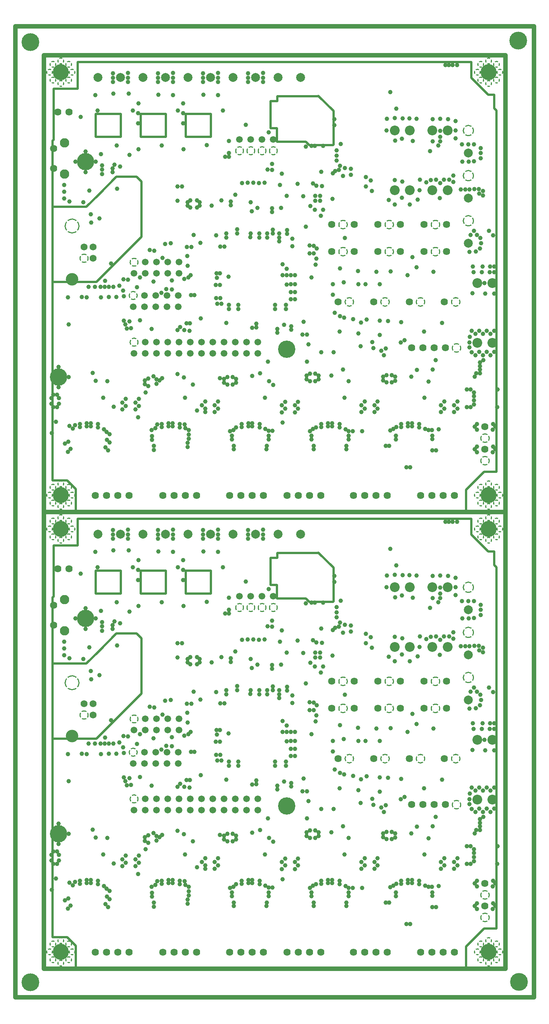
<source format=gbo>
G04 CAM350 V9.5 (Build 208) Date:  Fri Dec 30 15:14:26 2016 *
G04 Database: (Untitled) *
G04 Layer 5: L5 *
%FSTAX35Y35*%
%MOIN*%
%SFA1.000B1.000*%

%MIA0B0*%
%IPPOS*%
%ADD11C,0.01000*%
%ADD15C,0.02000*%
%ADD247C,0.04000*%
%ADD300C,0.15811*%
%ADD301C,0.06400*%
%ADD304C,0.05943*%
%ADD305C,0.15392*%
%ADD306C,0.11100*%
%ADD309C,0.06200*%
%ADD310C,0.08300*%
%ADD311C,0.07900*%
%ADD312C,0.08700*%
%ADD314C,0.14211*%
%ADD316C,0.03900*%
%LNL5*%
%LPD*%
G36*
X00419602Y00812176D02*
G01X00418863Y00812915D01*
X00418991Y00812989*
X00419128Y00813058*
X00419268Y00813121*
X00419412Y00813176*
X00419558Y00813223*
X00419706Y00813263*
X00419856Y00813295*
X00420008Y00813319*
X00420161Y00813335*
X00420314Y00813343*
X00420468*
X00420621Y00813335*
X00420774Y00813319*
X00420926Y00813296*
X00421076Y00813264*
X00421225Y00813225*
X00421371Y00813178*
X00421514Y00813123*
X00421655Y00813061*
X00421792Y00812992*
X00421925Y00812915*
X00421186Y00812176*
X0042107Y00812223*
X00420952Y00812263*
X00420831Y00812294*
X00420709Y00812318*
X00420585Y00812335*
X0042046Y00812343*
X00420335*
X00420211Y00812335*
X00420087Y0081232*
X00419964Y00812296*
X00419843Y00812265*
X00419725Y00812225*
X00419602Y00812176*
G37*
G36*
X0042032Y00807445D02*
G01X00420167Y00807453D01*
X00420014Y00807469*
X00419862Y00807492*
X00419712Y00807524*
X00419563Y00807563*
X00419417Y0080761*
X00419274Y00807665*
X00419133Y00807727*
X00418996Y00807796*
X00418863Y00807873*
X00419602Y00808612*
X00419718Y00808565*
X00419836Y00808525*
X00419957Y00808494*
X00420079Y0080847*
X00420203Y00808453*
X00420328Y00808445*
X00420453*
X00420577Y00808453*
X00420701Y00808468*
X00420824Y00808492*
X00420945Y00808523*
X00421063Y00808563*
X00421186Y00808612*
X00421925Y00807873*
X00421797Y00807799*
X0042166Y0080773*
X0042152Y00807667*
X00421376Y00807612*
X0042123Y00807565*
X00421082Y00807525*
X00420932Y00807493*
X0042078Y00807469*
X00420627Y00807453*
X00420474Y00807445*
X0042032*
G37*
G36*
X00419602Y00832176D02*
G01X00418863Y00832915D01*
X00418991Y00832989*
X00419128Y00833058*
X00419268Y00833121*
X00419412Y00833176*
X00419558Y00833223*
X00419706Y00833263*
X00419856Y00833295*
X00420008Y00833319*
X00420161Y00833335*
X00420314Y00833343*
X00420468*
X00420621Y00833335*
X00420774Y00833319*
X00420926Y00833296*
X00421076Y00833264*
X00421225Y00833225*
X00421371Y00833178*
X00421514Y00833123*
X00421655Y00833061*
X00421792Y00832992*
X00421925Y00832915*
X00421186Y00832176*
X0042107Y00832223*
X00420952Y00832263*
X00420831Y00832294*
X00420709Y00832318*
X00420585Y00832335*
X0042046Y00832343*
X00420335*
X00420211Y00832335*
X00420087Y0083232*
X00419964Y00832296*
X00419843Y00832265*
X00419725Y00832225*
X00419602Y00832176*
G37*
G36*
X0042032Y00827445D02*
G01X00420167Y00827453D01*
X00420014Y00827469*
X00419862Y00827492*
X00419712Y00827524*
X00419563Y00827563*
X00419417Y0082761*
X00419274Y00827665*
X00419133Y00827727*
X00418996Y00827796*
X00418863Y00827873*
X00419602Y00828612*
X00419718Y00828565*
X00419836Y00828525*
X00419957Y00828494*
X00420079Y0082847*
X00420203Y00828453*
X00420328Y00828445*
X00420453*
X00420577Y00828453*
X00420701Y00828468*
X00420824Y00828492*
X00420945Y00828523*
X00421063Y00828563*
X00421186Y00828612*
X00421925Y00827873*
X00421797Y00827799*
X0042166Y0082773*
X0042152Y00827667*
X00421376Y00827612*
X0042123Y00827565*
X00421082Y00827525*
X00420932Y00827493*
X0042078Y00827469*
X00420627Y00827453*
X00420474Y00827445*
X0042032*
G37*
G36*
X00429602Y00822176D02*
G01X00428863Y00822915D01*
X00428991Y00822989*
X00429128Y00823058*
X00429268Y00823121*
X00429412Y00823176*
X00429558Y00823223*
X00429706Y00823263*
X00429856Y00823295*
X00430008Y00823319*
X00430161Y00823335*
X00430314Y00823343*
X00430468*
X00430621Y00823335*
X00430774Y00823319*
X00430926Y00823296*
X00431076Y00823264*
X00431225Y00823225*
X00431371Y00823178*
X00431514Y00823123*
X00431655Y00823061*
X00431792Y00822992*
X00431925Y00822915*
X00431186Y00822176*
X0043107Y00822223*
X00430952Y00822263*
X00430831Y00822294*
X00430709Y00822318*
X00430585Y00822335*
X0043046Y00822343*
X00430335*
X00430211Y00822335*
X00430087Y0082232*
X00429964Y00822296*
X00429843Y00822265*
X00429725Y00822225*
X00429602Y00822176*
G37*
G36*
X0043032Y00817445D02*
G01X00430167Y00817453D01*
X00430014Y00817469*
X00429862Y00817492*
X00429712Y00817524*
X00429563Y00817563*
X00429417Y0081761*
X00429274Y00817665*
X00429133Y00817727*
X00428996Y00817796*
X00428863Y00817873*
X00429602Y00818612*
X00429718Y00818565*
X00429836Y00818525*
X00429957Y00818494*
X00430079Y0081847*
X00430203Y00818453*
X00430328Y00818445*
X00430453*
X00430577Y00818453*
X00430701Y00818468*
X00430824Y00818492*
X00430945Y00818523*
X00431063Y00818563*
X00431186Y00818612*
X00431925Y00817873*
X00431797Y00817799*
X0043166Y0081773*
X0043152Y00817667*
X00431376Y00817612*
X0043123Y00817565*
X00431082Y00817525*
X00430932Y00817493*
X0043078Y00817469*
X00430627Y00817453*
X00430474Y00817445*
X0043032*
G37*
G36*
X00409602Y00822176D02*
G01X00408863Y00822915D01*
X00408991Y00822989*
X00409128Y00823058*
X00409268Y00823121*
X00409412Y00823176*
X00409558Y00823223*
X00409706Y00823263*
X00409856Y00823295*
X00410008Y00823319*
X00410161Y00823335*
X00410314Y00823343*
X00410468*
X00410621Y00823335*
X00410774Y00823319*
X00410926Y00823296*
X00411076Y00823264*
X00411225Y00823225*
X00411371Y00823178*
X00411514Y00823123*
X00411655Y00823061*
X00411792Y00822992*
X00411925Y00822915*
X00411186Y00822176*
X0041107Y00822223*
X00410952Y00822263*
X00410831Y00822294*
X00410709Y00822318*
X00410585Y00822335*
X0041046Y00822343*
X00410335*
X00410211Y00822335*
X00410087Y0082232*
X00409964Y00822296*
X00409843Y00822265*
X00409725Y00822225*
X00409602Y00822176*
G37*
G36*
X0041032Y00817445D02*
G01X00410167Y00817453D01*
X00410014Y00817469*
X00409862Y00817492*
X00409712Y00817524*
X00409563Y00817563*
X00409417Y0081761*
X00409274Y00817665*
X00409133Y00817727*
X00408996Y00817796*
X00408863Y00817873*
X00409602Y00818612*
X00409718Y00818565*
X00409836Y00818525*
X00409957Y00818494*
X00410079Y0081847*
X00410203Y00818453*
X00410328Y00818445*
X00410453*
X00410577Y00818453*
X00410701Y00818468*
X00410824Y00818492*
X00410945Y00818523*
X00411063Y00818563*
X00411186Y00818612*
X00411925Y00817873*
X00411797Y00817799*
X0041166Y0081773*
X0041152Y00817667*
X00411376Y00817612*
X0041123Y00817565*
X00411082Y00817525*
X00410932Y00817493*
X0041078Y00817469*
X00410627Y00817453*
X00410474Y00817445*
X0041032*
G37*
G36*
X00412602Y00829176D02*
G01X00411863Y00829915D01*
X00411991Y00829989*
X00412128Y00830058*
X00412268Y00830121*
X00412412Y00830176*
X00412558Y00830223*
X00412706Y00830263*
X00412856Y00830295*
X00413008Y00830319*
X00413161Y00830335*
X00413314Y00830343*
X00413468*
X00413621Y00830335*
X00413774Y00830319*
X00413926Y00830296*
X00414076Y00830264*
X00414225Y00830225*
X00414371Y00830178*
X00414514Y00830123*
X00414655Y00830061*
X00414792Y00829992*
X00414925Y00829915*
X00414186Y00829176*
X0041407Y00829223*
X00413952Y00829263*
X00413831Y00829294*
X00413709Y00829318*
X00413585Y00829335*
X0041346Y00829343*
X00413335*
X00413211Y00829335*
X00413087Y0082932*
X00412964Y00829296*
X00412843Y00829265*
X00412725Y00829225*
X00412602Y00829176*
G37*
G36*
X0041332Y00824445D02*
G01X00413167Y00824453D01*
X00413014Y00824469*
X00412862Y00824492*
X00412712Y00824524*
X00412563Y00824563*
X00412417Y0082461*
X00412274Y00824665*
X00412133Y00824727*
X00411996Y00824796*
X00411863Y00824873*
X00412602Y00825612*
X00412718Y00825565*
X00412836Y00825525*
X00412957Y00825494*
X00413079Y0082547*
X00413203Y00825453*
X00413328Y00825445*
X00413453*
X00413577Y00825453*
X00413701Y00825468*
X00413824Y00825492*
X00413945Y00825523*
X00414063Y00825563*
X00414186Y00825612*
X00414925Y00824873*
X00414797Y00824799*
X0041466Y0082473*
X0041452Y00824667*
X00414376Y00824612*
X0041423Y00824565*
X00414082Y00824525*
X00413932Y00824493*
X0041378Y00824469*
X00413627Y00824453*
X00413474Y00824445*
X0041332*
G37*
G36*
X00426602Y00829176D02*
G01X00425863Y00829915D01*
X00425991Y00829989*
X00426128Y00830058*
X00426268Y00830121*
X00426412Y00830176*
X00426558Y00830223*
X00426706Y00830263*
X00426856Y00830295*
X00427008Y00830319*
X00427161Y00830335*
X00427314Y00830343*
X00427468*
X00427621Y00830335*
X00427774Y00830319*
X00427926Y00830296*
X00428076Y00830264*
X00428225Y00830225*
X00428371Y00830178*
X00428514Y00830123*
X00428655Y00830061*
X00428792Y00829992*
X00428925Y00829915*
X00428186Y00829176*
X0042807Y00829223*
X00427952Y00829263*
X00427831Y00829294*
X00427709Y00829318*
X00427585Y00829335*
X0042746Y00829343*
X00427335*
X00427211Y00829335*
X00427087Y0082932*
X00426964Y00829296*
X00426843Y00829265*
X00426725Y00829225*
X00426602Y00829176*
G37*
G36*
X0042732Y00824445D02*
G01X00427167Y00824453D01*
X00427014Y00824469*
X00426862Y00824492*
X00426712Y00824524*
X00426563Y00824563*
X00426417Y0082461*
X00426274Y00824665*
X00426133Y00824727*
X00425996Y00824796*
X00425863Y00824873*
X00426602Y00825612*
X00426718Y00825565*
X00426836Y00825525*
X00426957Y00825494*
X00427079Y0082547*
X00427203Y00825453*
X00427328Y00825445*
X00427453*
X00427577Y00825453*
X00427701Y00825468*
X00427824Y00825492*
X00427945Y00825523*
X00428063Y00825563*
X00428186Y00825612*
X00428925Y00824873*
X00428797Y00824799*
X0042866Y0082473*
X0042852Y00824667*
X00428376Y00824612*
X0042823Y00824565*
X00428082Y00824525*
X00427932Y00824493*
X0042778Y00824469*
X00427627Y00824453*
X00427474Y00824445*
X0042732*
G37*
G36*
X00426602Y00815176D02*
G01X00425863Y00815915D01*
X00425991Y00815989*
X00426128Y00816058*
X00426268Y00816121*
X00426412Y00816176*
X00426558Y00816223*
X00426706Y00816263*
X00426856Y00816295*
X00427008Y00816319*
X00427161Y00816335*
X00427314Y00816343*
X00427468*
X00427621Y00816335*
X00427774Y00816319*
X00427926Y00816296*
X00428076Y00816264*
X00428225Y00816225*
X00428371Y00816178*
X00428514Y00816123*
X00428655Y00816061*
X00428792Y00815992*
X00428925Y00815915*
X00428186Y00815176*
X0042807Y00815223*
X00427952Y00815263*
X00427831Y00815294*
X00427709Y00815318*
X00427585Y00815335*
X0042746Y00815343*
X00427335*
X00427211Y00815335*
X00427087Y0081532*
X00426964Y00815296*
X00426843Y00815265*
X00426725Y00815225*
X00426602Y00815176*
G37*
G36*
X0042732Y00810445D02*
G01X00427167Y00810453D01*
X00427014Y00810469*
X00426862Y00810492*
X00426712Y00810524*
X00426563Y00810563*
X00426417Y0081061*
X00426274Y00810665*
X00426133Y00810727*
X00425996Y00810796*
X00425863Y00810873*
X00426602Y00811612*
X00426718Y00811565*
X00426836Y00811525*
X00426957Y00811494*
X00427079Y0081147*
X00427203Y00811453*
X00427328Y00811445*
X00427453*
X00427577Y00811453*
X00427701Y00811468*
X00427824Y00811492*
X00427945Y00811523*
X00428063Y00811563*
X00428186Y00811612*
X00428925Y00810873*
X00428797Y00810799*
X0042866Y0081073*
X0042852Y00810667*
X00428376Y00810612*
X0042823Y00810565*
X00428082Y00810525*
X00427932Y00810493*
X0042778Y00810469*
X00427627Y00810453*
X00427474Y00810445*
X0042732*
G37*
G36*
X00412602Y00815176D02*
G01X00411863Y00815915D01*
X00411991Y00815989*
X00412128Y00816058*
X00412268Y00816121*
X00412412Y00816176*
X00412558Y00816223*
X00412706Y00816263*
X00412856Y00816295*
X00413008Y00816319*
X00413161Y00816335*
X00413314Y00816343*
X00413468*
X00413621Y00816335*
X00413774Y00816319*
X00413926Y00816296*
X00414076Y00816264*
X00414225Y00816225*
X00414371Y00816178*
X00414514Y00816123*
X00414655Y00816061*
X00414792Y00815992*
X00414925Y00815915*
X00414186Y00815176*
X0041407Y00815223*
X00413952Y00815263*
X00413831Y00815294*
X00413709Y00815318*
X00413585Y00815335*
X0041346Y00815343*
X00413335*
X00413211Y00815335*
X00413087Y0081532*
X00412964Y00815296*
X00412843Y00815265*
X00412725Y00815225*
X00412602Y00815176*
G37*
G36*
X0041332Y00810445D02*
G01X00413167Y00810453D01*
X00413014Y00810469*
X00412862Y00810492*
X00412712Y00810524*
X00412563Y00810563*
X00412417Y0081061*
X00412274Y00810665*
X00412133Y00810727*
X00411996Y00810796*
X00411863Y00810873*
X00412602Y00811612*
X00412718Y00811565*
X00412836Y00811525*
X00412957Y00811494*
X00413079Y0081147*
X00413203Y00811453*
X00413328Y00811445*
X00413453*
X00413577Y00811453*
X00413701Y00811468*
X00413824Y00811492*
X00413945Y00811523*
X00414063Y00811563*
X00414186Y00811612*
X00414925Y00810873*
X00414797Y00810799*
X0041466Y0081073*
X0041452Y00810667*
X00414376Y00810612*
X0041423Y00810565*
X00414082Y00810525*
X00413932Y00810493*
X0041378Y00810469*
X00413627Y00810453*
X00413474Y00810445*
X0041332*
G37*
G36*
X00039602Y00812176D02*
G01X00038863Y00812915D01*
X00038991Y00812989*
X00039128Y00813058*
X00039268Y00813121*
X00039412Y00813176*
X00039558Y00813223*
X00039706Y00813263*
X00039856Y00813295*
X00040008Y00813319*
X00040161Y00813335*
X00040314Y00813343*
X00040468*
X00040621Y00813335*
X00040774Y00813319*
X00040926Y00813296*
X00041076Y00813264*
X00041225Y00813225*
X00041371Y00813178*
X00041514Y00813123*
X00041655Y00813061*
X00041792Y00812992*
X00041925Y00812915*
X00041186Y00812176*
X0004107Y00812223*
X00040952Y00812263*
X00040831Y00812294*
X00040709Y00812318*
X00040585Y00812335*
X0004046Y00812343*
X00040335*
X00040211Y00812335*
X00040087Y0081232*
X00039964Y00812296*
X00039843Y00812265*
X00039725Y00812225*
X00039602Y00812176*
G37*
G36*
X0004032Y00807445D02*
G01X00040167Y00807453D01*
X00040014Y00807469*
X00039862Y00807492*
X00039712Y00807524*
X00039563Y00807563*
X00039417Y0080761*
X00039274Y00807665*
X00039133Y00807727*
X00038996Y00807796*
X00038863Y00807873*
X00039602Y00808612*
X00039718Y00808565*
X00039836Y00808525*
X00039957Y00808494*
X00040079Y0080847*
X00040203Y00808453*
X00040328Y00808445*
X00040453*
X00040577Y00808453*
X00040701Y00808468*
X00040824Y00808492*
X00040945Y00808523*
X00041063Y00808563*
X00041186Y00808612*
X00041925Y00807873*
X00041797Y00807799*
X0004166Y0080773*
X0004152Y00807667*
X00041376Y00807612*
X0004123Y00807565*
X00041082Y00807525*
X00040932Y00807493*
X0004078Y00807469*
X00040627Y00807453*
X00040474Y00807445*
X0004032*
G37*
G36*
X00039602Y00832176D02*
G01X00038863Y00832915D01*
X00038991Y00832989*
X00039128Y00833058*
X00039268Y00833121*
X00039412Y00833176*
X00039558Y00833223*
X00039706Y00833263*
X00039856Y00833295*
X00040008Y00833319*
X00040161Y00833335*
X00040314Y00833343*
X00040468*
X00040621Y00833335*
X00040774Y00833319*
X00040926Y00833296*
X00041076Y00833264*
X00041225Y00833225*
X00041371Y00833178*
X00041514Y00833123*
X00041655Y00833061*
X00041792Y00832992*
X00041925Y00832915*
X00041186Y00832176*
X0004107Y00832223*
X00040952Y00832263*
X00040831Y00832294*
X00040709Y00832318*
X00040585Y00832335*
X0004046Y00832343*
X00040335*
X00040211Y00832335*
X00040087Y0083232*
X00039964Y00832296*
X00039843Y00832265*
X00039725Y00832225*
X00039602Y00832176*
G37*
G36*
X0004032Y00827445D02*
G01X00040167Y00827453D01*
X00040014Y00827469*
X00039862Y00827492*
X00039712Y00827524*
X00039563Y00827563*
X00039417Y0082761*
X00039274Y00827665*
X00039133Y00827727*
X00038996Y00827796*
X00038863Y00827873*
X00039602Y00828612*
X00039718Y00828565*
X00039836Y00828525*
X00039957Y00828494*
X00040079Y0082847*
X00040203Y00828453*
X00040328Y00828445*
X00040453*
X00040577Y00828453*
X00040701Y00828468*
X00040824Y00828492*
X00040945Y00828523*
X00041063Y00828563*
X00041186Y00828612*
X00041925Y00827873*
X00041797Y00827799*
X0004166Y0082773*
X0004152Y00827667*
X00041376Y00827612*
X0004123Y00827565*
X00041082Y00827525*
X00040932Y00827493*
X0004078Y00827469*
X00040627Y00827453*
X00040474Y00827445*
X0004032*
G37*
G36*
X00049602Y00822176D02*
G01X00048863Y00822915D01*
X00048991Y00822989*
X00049128Y00823058*
X00049268Y00823121*
X00049412Y00823176*
X00049558Y00823223*
X00049706Y00823263*
X00049856Y00823295*
X00050008Y00823319*
X00050161Y00823335*
X00050314Y00823343*
X00050468*
X00050621Y00823335*
X00050774Y00823319*
X00050926Y00823296*
X00051076Y00823264*
X00051225Y00823225*
X00051371Y00823178*
X00051514Y00823123*
X00051655Y00823061*
X00051792Y00822992*
X00051925Y00822915*
X00051186Y00822176*
X0005107Y00822223*
X00050952Y00822263*
X00050831Y00822294*
X00050709Y00822318*
X00050585Y00822335*
X0005046Y00822343*
X00050335*
X00050211Y00822335*
X00050087Y0082232*
X00049964Y00822296*
X00049843Y00822265*
X00049725Y00822225*
X00049602Y00822176*
G37*
G36*
X0005032Y00817445D02*
G01X00050167Y00817453D01*
X00050014Y00817469*
X00049862Y00817492*
X00049712Y00817524*
X00049563Y00817563*
X00049417Y0081761*
X00049274Y00817665*
X00049133Y00817727*
X00048996Y00817796*
X00048863Y00817873*
X00049602Y00818612*
X00049718Y00818565*
X00049836Y00818525*
X00049957Y00818494*
X00050079Y0081847*
X00050203Y00818453*
X00050328Y00818445*
X00050453*
X00050577Y00818453*
X00050701Y00818468*
X00050824Y00818492*
X00050945Y00818523*
X00051063Y00818563*
X00051186Y00818612*
X00051925Y00817873*
X00051797Y00817799*
X0005166Y0081773*
X0005152Y00817667*
X00051376Y00817612*
X0005123Y00817565*
X00051082Y00817525*
X00050932Y00817493*
X0005078Y00817469*
X00050627Y00817453*
X00050474Y00817445*
X0005032*
G37*
G36*
X00029602Y00822176D02*
G01X00028863Y00822915D01*
X00028991Y00822989*
X00029128Y00823058*
X00029268Y00823121*
X00029412Y00823176*
X00029558Y00823223*
X00029706Y00823263*
X00029856Y00823295*
X00030008Y00823319*
X00030161Y00823335*
X00030314Y00823343*
X00030468*
X00030621Y00823335*
X00030774Y00823319*
X00030926Y00823296*
X00031076Y00823264*
X00031225Y00823225*
X00031371Y00823178*
X00031514Y00823123*
X00031655Y00823061*
X00031792Y00822992*
X00031925Y00822915*
X00031186Y00822176*
X0003107Y00822223*
X00030952Y00822263*
X00030831Y00822294*
X00030709Y00822318*
X00030585Y00822335*
X0003046Y00822343*
X00030335*
X00030211Y00822335*
X00030087Y0082232*
X00029964Y00822296*
X00029843Y00822265*
X00029725Y00822225*
X00029602Y00822176*
G37*
G36*
X0003032Y00817445D02*
G01X00030167Y00817453D01*
X00030014Y00817469*
X00029862Y00817492*
X00029712Y00817524*
X00029563Y00817563*
X00029417Y0081761*
X00029274Y00817665*
X00029133Y00817727*
X00028996Y00817796*
X00028863Y00817873*
X00029602Y00818612*
X00029718Y00818565*
X00029836Y00818525*
X00029957Y00818494*
X00030079Y0081847*
X00030203Y00818453*
X00030328Y00818445*
X00030453*
X00030577Y00818453*
X00030701Y00818468*
X00030824Y00818492*
X00030945Y00818523*
X00031063Y00818563*
X00031186Y00818612*
X00031925Y00817873*
X00031797Y00817799*
X0003166Y0081773*
X0003152Y00817667*
X00031376Y00817612*
X0003123Y00817565*
X00031082Y00817525*
X00030932Y00817493*
X0003078Y00817469*
X00030627Y00817453*
X00030474Y00817445*
X0003032*
G37*
G36*
X00032602Y00829176D02*
G01X00031863Y00829915D01*
X00031991Y00829989*
X00032128Y00830058*
X00032268Y00830121*
X00032412Y00830176*
X00032558Y00830223*
X00032706Y00830263*
X00032856Y00830295*
X00033008Y00830319*
X00033161Y00830335*
X00033314Y00830343*
X00033468*
X00033621Y00830335*
X00033774Y00830319*
X00033926Y00830296*
X00034076Y00830264*
X00034225Y00830225*
X00034371Y00830178*
X00034514Y00830123*
X00034655Y00830061*
X00034792Y00829992*
X00034925Y00829915*
X00034186Y00829176*
X0003407Y00829223*
X00033952Y00829263*
X00033831Y00829294*
X00033709Y00829318*
X00033585Y00829335*
X0003346Y00829343*
X00033335*
X00033211Y00829335*
X00033087Y0082932*
X00032964Y00829296*
X00032843Y00829265*
X00032725Y00829225*
X00032602Y00829176*
G37*
G36*
X0003332Y00824445D02*
G01X00033167Y00824453D01*
X00033014Y00824469*
X00032862Y00824492*
X00032712Y00824524*
X00032563Y00824563*
X00032417Y0082461*
X00032274Y00824665*
X00032133Y00824727*
X00031996Y00824796*
X00031863Y00824873*
X00032602Y00825612*
X00032718Y00825565*
X00032836Y00825525*
X00032957Y00825494*
X00033079Y0082547*
X00033203Y00825453*
X00033328Y00825445*
X00033453*
X00033577Y00825453*
X00033701Y00825468*
X00033824Y00825492*
X00033945Y00825523*
X00034063Y00825563*
X00034186Y00825612*
X00034925Y00824873*
X00034797Y00824799*
X0003466Y0082473*
X0003452Y00824667*
X00034376Y00824612*
X0003423Y00824565*
X00034082Y00824525*
X00033932Y00824493*
X0003378Y00824469*
X00033627Y00824453*
X00033474Y00824445*
X0003332*
G37*
G36*
X00046602Y00829176D02*
G01X00045863Y00829915D01*
X00045991Y00829989*
X00046128Y00830058*
X00046268Y00830121*
X00046412Y00830176*
X00046558Y00830223*
X00046706Y00830263*
X00046856Y00830295*
X00047008Y00830319*
X00047161Y00830335*
X00047314Y00830343*
X00047468*
X00047621Y00830335*
X00047774Y00830319*
X00047926Y00830296*
X00048076Y00830264*
X00048225Y00830225*
X00048371Y00830178*
X00048514Y00830123*
X00048655Y00830061*
X00048792Y00829992*
X00048925Y00829915*
X00048186Y00829176*
X0004807Y00829223*
X00047952Y00829263*
X00047831Y00829294*
X00047709Y00829318*
X00047585Y00829335*
X0004746Y00829343*
X00047335*
X00047211Y00829335*
X00047087Y0082932*
X00046964Y00829296*
X00046843Y00829265*
X00046725Y00829225*
X00046602Y00829176*
G37*
G36*
X0004732Y00824445D02*
G01X00047167Y00824453D01*
X00047014Y00824469*
X00046862Y00824492*
X00046712Y00824524*
X00046563Y00824563*
X00046417Y0082461*
X00046274Y00824665*
X00046133Y00824727*
X00045996Y00824796*
X00045863Y00824873*
X00046602Y00825612*
X00046718Y00825565*
X00046836Y00825525*
X00046957Y00825494*
X00047079Y0082547*
X00047203Y00825453*
X00047328Y00825445*
X00047453*
X00047577Y00825453*
X00047701Y00825468*
X00047824Y00825492*
X00047945Y00825523*
X00048063Y00825563*
X00048186Y00825612*
X00048925Y00824873*
X00048797Y00824799*
X0004866Y0082473*
X0004852Y00824667*
X00048376Y00824612*
X0004823Y00824565*
X00048082Y00824525*
X00047932Y00824493*
X0004778Y00824469*
X00047627Y00824453*
X00047474Y00824445*
X0004732*
G37*
G36*
X00046602Y00815176D02*
G01X00045863Y00815915D01*
X00045991Y00815989*
X00046128Y00816058*
X00046268Y00816121*
X00046412Y00816176*
X00046558Y00816223*
X00046706Y00816263*
X00046856Y00816295*
X00047008Y00816319*
X00047161Y00816335*
X00047314Y00816343*
X00047468*
X00047621Y00816335*
X00047774Y00816319*
X00047926Y00816296*
X00048076Y00816264*
X00048225Y00816225*
X00048371Y00816178*
X00048514Y00816123*
X00048655Y00816061*
X00048792Y00815992*
X00048925Y00815915*
X00048186Y00815176*
X0004807Y00815223*
X00047952Y00815263*
X00047831Y00815294*
X00047709Y00815318*
X00047585Y00815335*
X0004746Y00815343*
X00047335*
X00047211Y00815335*
X00047087Y0081532*
X00046964Y00815296*
X00046843Y00815265*
X00046725Y00815225*
X00046602Y00815176*
G37*
G36*
X0004732Y00810445D02*
G01X00047167Y00810453D01*
X00047014Y00810469*
X00046862Y00810492*
X00046712Y00810524*
X00046563Y00810563*
X00046417Y0081061*
X00046274Y00810665*
X00046133Y00810727*
X00045996Y00810796*
X00045863Y00810873*
X00046602Y00811612*
X00046718Y00811565*
X00046836Y00811525*
X00046957Y00811494*
X00047079Y0081147*
X00047203Y00811453*
X00047328Y00811445*
X00047453*
X00047577Y00811453*
X00047701Y00811468*
X00047824Y00811492*
X00047945Y00811523*
X00048063Y00811563*
X00048186Y00811612*
X00048925Y00810873*
X00048797Y00810799*
X0004866Y0081073*
X0004852Y00810667*
X00048376Y00810612*
X0004823Y00810565*
X00048082Y00810525*
X00047932Y00810493*
X0004778Y00810469*
X00047627Y00810453*
X00047474Y00810445*
X0004732*
G37*
G36*
X00032602Y00815176D02*
G01X00031863Y00815915D01*
X00031991Y00815989*
X00032128Y00816058*
X00032268Y00816121*
X00032412Y00816176*
X00032558Y00816223*
X00032706Y00816263*
X00032856Y00816295*
X00033008Y00816319*
X00033161Y00816335*
X00033314Y00816343*
X00033468*
X00033621Y00816335*
X00033774Y00816319*
X00033926Y00816296*
X00034076Y00816264*
X00034225Y00816225*
X00034371Y00816178*
X00034514Y00816123*
X00034655Y00816061*
X00034792Y00815992*
X00034925Y00815915*
X00034186Y00815176*
X0003407Y00815223*
X00033952Y00815263*
X00033831Y00815294*
X00033709Y00815318*
X00033585Y00815335*
X0003346Y00815343*
X00033335*
X00033211Y00815335*
X00033087Y0081532*
X00032964Y00815296*
X00032843Y00815265*
X00032725Y00815225*
X00032602Y00815176*
G37*
G36*
X0003332Y00810445D02*
G01X00033167Y00810453D01*
X00033014Y00810469*
X00032862Y00810492*
X00032712Y00810524*
X00032563Y00810563*
X00032417Y0081061*
X00032274Y00810665*
X00032133Y00810727*
X00031996Y00810796*
X00031863Y00810873*
X00032602Y00811612*
X00032718Y00811565*
X00032836Y00811525*
X00032957Y00811494*
X00033079Y0081147*
X00033203Y00811453*
X00033328Y00811445*
X00033453*
X00033577Y00811453*
X00033701Y00811468*
X00033824Y00811492*
X00033945Y00811523*
X00034063Y00811563*
X00034186Y00811612*
X00034925Y00810873*
X00034797Y00810799*
X0003466Y0081073*
X0003452Y00810667*
X00034376Y00810612*
X0003423Y00810565*
X00034082Y00810525*
X00033932Y00810493*
X0003378Y00810469*
X00033627Y00810453*
X00033474Y00810445*
X0003332*
G37*
G36*
X00039602Y00437176D02*
G01X00038863Y00437915D01*
X00038991Y00437989*
X00039128Y00438058*
X00039268Y00438121*
X00039412Y00438176*
X00039558Y00438223*
X00039706Y00438263*
X00039856Y00438295*
X00040008Y00438319*
X00040161Y00438335*
X00040314Y00438343*
X00040468*
X00040621Y00438335*
X00040774Y00438319*
X00040926Y00438296*
X00041076Y00438264*
X00041225Y00438225*
X00041371Y00438178*
X00041514Y00438123*
X00041655Y00438061*
X00041792Y00437992*
X00041925Y00437915*
X00041186Y00437176*
X0004107Y00437223*
X00040952Y00437263*
X00040831Y00437294*
X00040709Y00437318*
X00040585Y00437335*
X0004046Y00437343*
X00040335*
X00040211Y00437335*
X00040087Y0043732*
X00039964Y00437296*
X00039843Y00437265*
X00039725Y00437225*
X00039602Y00437176*
G37*
G36*
X0004032Y00432445D02*
G01X00040167Y00432453D01*
X00040014Y00432469*
X00039862Y00432492*
X00039712Y00432524*
X00039563Y00432563*
X00039417Y0043261*
X00039274Y00432665*
X00039133Y00432727*
X00038996Y00432796*
X00038863Y00432873*
X00039602Y00433612*
X00039718Y00433565*
X00039836Y00433525*
X00039957Y00433494*
X00040079Y0043347*
X00040203Y00433453*
X00040328Y00433445*
X00040453*
X00040577Y00433453*
X00040701Y00433468*
X00040824Y00433492*
X00040945Y00433523*
X00041063Y00433563*
X00041186Y00433612*
X00041925Y00432873*
X00041797Y00432799*
X0004166Y0043273*
X0004152Y00432667*
X00041376Y00432612*
X0004123Y00432565*
X00041082Y00432525*
X00040932Y00432493*
X0004078Y00432469*
X00040627Y00432453*
X00040474Y00432445*
X0004032*
G37*
G36*
X00039602Y00457176D02*
G01X00038863Y00457915D01*
X00038991Y00457989*
X00039128Y00458058*
X00039268Y00458121*
X00039412Y00458176*
X00039558Y00458223*
X00039706Y00458263*
X00039856Y00458295*
X00040008Y00458319*
X00040161Y00458335*
X00040314Y00458343*
X00040468*
X00040621Y00458335*
X00040774Y00458319*
X00040926Y00458296*
X00041076Y00458264*
X00041225Y00458225*
X00041371Y00458178*
X00041514Y00458123*
X00041655Y00458061*
X00041792Y00457992*
X00041925Y00457915*
X00041186Y00457176*
X0004107Y00457223*
X00040952Y00457263*
X00040831Y00457294*
X00040709Y00457318*
X00040585Y00457335*
X0004046Y00457343*
X00040335*
X00040211Y00457335*
X00040087Y0045732*
X00039964Y00457296*
X00039843Y00457265*
X00039725Y00457225*
X00039602Y00457176*
G37*
G36*
X0004032Y00452445D02*
G01X00040167Y00452453D01*
X00040014Y00452469*
X00039862Y00452492*
X00039712Y00452524*
X00039563Y00452563*
X00039417Y0045261*
X00039274Y00452665*
X00039133Y00452727*
X00038996Y00452796*
X00038863Y00452873*
X00039602Y00453612*
X00039718Y00453565*
X00039836Y00453525*
X00039957Y00453494*
X00040079Y0045347*
X00040203Y00453453*
X00040328Y00453445*
X00040453*
X00040577Y00453453*
X00040701Y00453468*
X00040824Y00453492*
X00040945Y00453523*
X00041063Y00453563*
X00041186Y00453612*
X00041925Y00452873*
X00041797Y00452799*
X0004166Y0045273*
X0004152Y00452667*
X00041376Y00452612*
X0004123Y00452565*
X00041082Y00452525*
X00040932Y00452493*
X0004078Y00452469*
X00040627Y00452453*
X00040474Y00452445*
X0004032*
G37*
G36*
X00049602Y00447176D02*
G01X00048863Y00447915D01*
X00048991Y00447989*
X00049128Y00448058*
X00049268Y00448121*
X00049412Y00448176*
X00049558Y00448223*
X00049706Y00448263*
X00049856Y00448295*
X00050008Y00448319*
X00050161Y00448335*
X00050314Y00448343*
X00050468*
X00050621Y00448335*
X00050774Y00448319*
X00050926Y00448296*
X00051076Y00448264*
X00051225Y00448225*
X00051371Y00448178*
X00051514Y00448123*
X00051655Y00448061*
X00051792Y00447992*
X00051925Y00447915*
X00051186Y00447176*
X0005107Y00447223*
X00050952Y00447263*
X00050831Y00447294*
X00050709Y00447318*
X00050585Y00447335*
X0005046Y00447343*
X00050335*
X00050211Y00447335*
X00050087Y0044732*
X00049964Y00447296*
X00049843Y00447265*
X00049725Y00447225*
X00049602Y00447176*
G37*
G36*
X0005032Y00442445D02*
G01X00050167Y00442453D01*
X00050014Y00442469*
X00049862Y00442492*
X00049712Y00442524*
X00049563Y00442563*
X00049417Y0044261*
X00049274Y00442665*
X00049133Y00442727*
X00048996Y00442796*
X00048863Y00442873*
X00049602Y00443612*
X00049718Y00443565*
X00049836Y00443525*
X00049957Y00443494*
X00050079Y0044347*
X00050203Y00443453*
X00050328Y00443445*
X00050453*
X00050577Y00443453*
X00050701Y00443468*
X00050824Y00443492*
X00050945Y00443523*
X00051063Y00443563*
X00051186Y00443612*
X00051925Y00442873*
X00051797Y00442799*
X0005166Y0044273*
X0005152Y00442667*
X00051376Y00442612*
X0005123Y00442565*
X00051082Y00442525*
X00050932Y00442493*
X0005078Y00442469*
X00050627Y00442453*
X00050474Y00442445*
X0005032*
G37*
G36*
X00029602Y00447176D02*
G01X00028863Y00447915D01*
X00028991Y00447989*
X00029128Y00448058*
X00029268Y00448121*
X00029412Y00448176*
X00029558Y00448223*
X00029706Y00448263*
X00029856Y00448295*
X00030008Y00448319*
X00030161Y00448335*
X00030314Y00448343*
X00030468*
X00030621Y00448335*
X00030774Y00448319*
X00030926Y00448296*
X00031076Y00448264*
X00031225Y00448225*
X00031371Y00448178*
X00031514Y00448123*
X00031655Y00448061*
X00031792Y00447992*
X00031925Y00447915*
X00031186Y00447176*
X0003107Y00447223*
X00030952Y00447263*
X00030831Y00447294*
X00030709Y00447318*
X00030585Y00447335*
X0003046Y00447343*
X00030335*
X00030211Y00447335*
X00030087Y0044732*
X00029964Y00447296*
X00029843Y00447265*
X00029725Y00447225*
X00029602Y00447176*
G37*
G36*
X0003032Y00442445D02*
G01X00030167Y00442453D01*
X00030014Y00442469*
X00029862Y00442492*
X00029712Y00442524*
X00029563Y00442563*
X00029417Y0044261*
X00029274Y00442665*
X00029133Y00442727*
X00028996Y00442796*
X00028863Y00442873*
X00029602Y00443612*
X00029718Y00443565*
X00029836Y00443525*
X00029957Y00443494*
X00030079Y0044347*
X00030203Y00443453*
X00030328Y00443445*
X00030453*
X00030577Y00443453*
X00030701Y00443468*
X00030824Y00443492*
X00030945Y00443523*
X00031063Y00443563*
X00031186Y00443612*
X00031925Y00442873*
X00031797Y00442799*
X0003166Y0044273*
X0003152Y00442667*
X00031376Y00442612*
X0003123Y00442565*
X00031082Y00442525*
X00030932Y00442493*
X0003078Y00442469*
X00030627Y00442453*
X00030474Y00442445*
X0003032*
G37*
G36*
X00032602Y00454176D02*
G01X00031863Y00454915D01*
X00031991Y00454989*
X00032128Y00455058*
X00032268Y00455121*
X00032412Y00455176*
X00032558Y00455223*
X00032706Y00455263*
X00032856Y00455295*
X00033008Y00455319*
X00033161Y00455335*
X00033314Y00455343*
X00033468*
X00033621Y00455335*
X00033774Y00455319*
X00033926Y00455296*
X00034076Y00455264*
X00034225Y00455225*
X00034371Y00455178*
X00034514Y00455123*
X00034655Y00455061*
X00034792Y00454992*
X00034925Y00454915*
X00034186Y00454176*
X0003407Y00454223*
X00033952Y00454263*
X00033831Y00454294*
X00033709Y00454318*
X00033585Y00454335*
X0003346Y00454343*
X00033335*
X00033211Y00454335*
X00033087Y0045432*
X00032964Y00454296*
X00032843Y00454265*
X00032725Y00454225*
X00032602Y00454176*
G37*
G36*
X0003332Y00449445D02*
G01X00033167Y00449453D01*
X00033014Y00449469*
X00032862Y00449492*
X00032712Y00449524*
X00032563Y00449563*
X00032417Y0044961*
X00032274Y00449665*
X00032133Y00449727*
X00031996Y00449796*
X00031863Y00449873*
X00032602Y00450612*
X00032718Y00450565*
X00032836Y00450525*
X00032957Y00450494*
X00033079Y0045047*
X00033203Y00450453*
X00033328Y00450445*
X00033453*
X00033577Y00450453*
X00033701Y00450468*
X00033824Y00450492*
X00033945Y00450523*
X00034063Y00450563*
X00034186Y00450612*
X00034925Y00449873*
X00034797Y00449799*
X0003466Y0044973*
X0003452Y00449667*
X00034376Y00449612*
X0003423Y00449565*
X00034082Y00449525*
X00033932Y00449493*
X0003378Y00449469*
X00033627Y00449453*
X00033474Y00449445*
X0003332*
G37*
G36*
X00046602Y00454176D02*
G01X00045863Y00454915D01*
X00045991Y00454989*
X00046128Y00455058*
X00046268Y00455121*
X00046412Y00455176*
X00046558Y00455223*
X00046706Y00455263*
X00046856Y00455295*
X00047008Y00455319*
X00047161Y00455335*
X00047314Y00455343*
X00047468*
X00047621Y00455335*
X00047774Y00455319*
X00047926Y00455296*
X00048076Y00455264*
X00048225Y00455225*
X00048371Y00455178*
X00048514Y00455123*
X00048655Y00455061*
X00048792Y00454992*
X00048925Y00454915*
X00048186Y00454176*
X0004807Y00454223*
X00047952Y00454263*
X00047831Y00454294*
X00047709Y00454318*
X00047585Y00454335*
X0004746Y00454343*
X00047335*
X00047211Y00454335*
X00047087Y0045432*
X00046964Y00454296*
X00046843Y00454265*
X00046725Y00454225*
X00046602Y00454176*
G37*
G36*
X0004732Y00449445D02*
G01X00047167Y00449453D01*
X00047014Y00449469*
X00046862Y00449492*
X00046712Y00449524*
X00046563Y00449563*
X00046417Y0044961*
X00046274Y00449665*
X00046133Y00449727*
X00045996Y00449796*
X00045863Y00449873*
X00046602Y00450612*
X00046718Y00450565*
X00046836Y00450525*
X00046957Y00450494*
X00047079Y0045047*
X00047203Y00450453*
X00047328Y00450445*
X00047453*
X00047577Y00450453*
X00047701Y00450468*
X00047824Y00450492*
X00047945Y00450523*
X00048063Y00450563*
X00048186Y00450612*
X00048925Y00449873*
X00048797Y00449799*
X0004866Y0044973*
X0004852Y00449667*
X00048376Y00449612*
X0004823Y00449565*
X00048082Y00449525*
X00047932Y00449493*
X0004778Y00449469*
X00047627Y00449453*
X00047474Y00449445*
X0004732*
G37*
G36*
X00046602Y00440176D02*
G01X00045863Y00440915D01*
X00045991Y00440989*
X00046128Y00441058*
X00046268Y00441121*
X00046412Y00441176*
X00046558Y00441223*
X00046706Y00441263*
X00046856Y00441295*
X00047008Y00441319*
X00047161Y00441335*
X00047314Y00441343*
X00047468*
X00047621Y00441335*
X00047774Y00441319*
X00047926Y00441296*
X00048076Y00441264*
X00048225Y00441225*
X00048371Y00441178*
X00048514Y00441123*
X00048655Y00441061*
X00048792Y00440992*
X00048925Y00440915*
X00048186Y00440176*
X0004807Y00440223*
X00047952Y00440263*
X00047831Y00440294*
X00047709Y00440318*
X00047585Y00440335*
X0004746Y00440343*
X00047335*
X00047211Y00440335*
X00047087Y0044032*
X00046964Y00440296*
X00046843Y00440265*
X00046725Y00440225*
X00046602Y00440176*
G37*
G36*
X0004732Y00435445D02*
G01X00047167Y00435453D01*
X00047014Y00435469*
X00046862Y00435492*
X00046712Y00435524*
X00046563Y00435563*
X00046417Y0043561*
X00046274Y00435665*
X00046133Y00435727*
X00045996Y00435796*
X00045863Y00435873*
X00046602Y00436612*
X00046718Y00436565*
X00046836Y00436525*
X00046957Y00436494*
X00047079Y0043647*
X00047203Y00436453*
X00047328Y00436445*
X00047453*
X00047577Y00436453*
X00047701Y00436468*
X00047824Y00436492*
X00047945Y00436523*
X00048063Y00436563*
X00048186Y00436612*
X00048925Y00435873*
X00048797Y00435799*
X0004866Y0043573*
X0004852Y00435667*
X00048376Y00435612*
X0004823Y00435565*
X00048082Y00435525*
X00047932Y00435493*
X0004778Y00435469*
X00047627Y00435453*
X00047474Y00435445*
X0004732*
G37*
G36*
X00032602Y00440176D02*
G01X00031863Y00440915D01*
X00031991Y00440989*
X00032128Y00441058*
X00032268Y00441121*
X00032412Y00441176*
X00032558Y00441223*
X00032706Y00441263*
X00032856Y00441295*
X00033008Y00441319*
X00033161Y00441335*
X00033314Y00441343*
X00033468*
X00033621Y00441335*
X00033774Y00441319*
X00033926Y00441296*
X00034076Y00441264*
X00034225Y00441225*
X00034371Y00441178*
X00034514Y00441123*
X00034655Y00441061*
X00034792Y00440992*
X00034925Y00440915*
X00034186Y00440176*
X0003407Y00440223*
X00033952Y00440263*
X00033831Y00440294*
X00033709Y00440318*
X00033585Y00440335*
X0003346Y00440343*
X00033335*
X00033211Y00440335*
X00033087Y0044032*
X00032964Y00440296*
X00032843Y00440265*
X00032725Y00440225*
X00032602Y00440176*
G37*
G36*
X0003332Y00435445D02*
G01X00033167Y00435453D01*
X00033014Y00435469*
X00032862Y00435492*
X00032712Y00435524*
X00032563Y00435563*
X00032417Y0043561*
X00032274Y00435665*
X00032133Y00435727*
X00031996Y00435796*
X00031863Y00435873*
X00032602Y00436612*
X00032718Y00436565*
X00032836Y00436525*
X00032957Y00436494*
X00033079Y0043647*
X00033203Y00436453*
X00033328Y00436445*
X00033453*
X00033577Y00436453*
X00033701Y00436468*
X00033824Y00436492*
X00033945Y00436523*
X00034063Y00436563*
X00034186Y00436612*
X00034925Y00435873*
X00034797Y00435799*
X0003466Y0043573*
X0003452Y00435667*
X00034376Y00435612*
X0003423Y00435565*
X00034082Y00435525*
X00033932Y00435493*
X0003378Y00435469*
X00033627Y00435453*
X00033474Y00435445*
X0003332*
G37*
G36*
X00419602Y00437176D02*
G01X00418863Y00437915D01*
X00418991Y00437989*
X00419128Y00438058*
X00419268Y00438121*
X00419412Y00438176*
X00419558Y00438223*
X00419706Y00438263*
X00419856Y00438295*
X00420008Y00438319*
X00420161Y00438335*
X00420314Y00438343*
X00420468*
X00420621Y00438335*
X00420774Y00438319*
X00420926Y00438296*
X00421076Y00438264*
X00421225Y00438225*
X00421371Y00438178*
X00421514Y00438123*
X00421655Y00438061*
X00421792Y00437992*
X00421925Y00437915*
X00421186Y00437176*
X0042107Y00437223*
X00420952Y00437263*
X00420831Y00437294*
X00420709Y00437318*
X00420585Y00437335*
X0042046Y00437343*
X00420335*
X00420211Y00437335*
X00420087Y0043732*
X00419964Y00437296*
X00419843Y00437265*
X00419725Y00437225*
X00419602Y00437176*
G37*
G36*
X0042032Y00432445D02*
G01X00420167Y00432453D01*
X00420014Y00432469*
X00419862Y00432492*
X00419712Y00432524*
X00419563Y00432563*
X00419417Y0043261*
X00419274Y00432665*
X00419133Y00432727*
X00418996Y00432796*
X00418863Y00432873*
X00419602Y00433612*
X00419718Y00433565*
X00419836Y00433525*
X00419957Y00433494*
X00420079Y0043347*
X00420203Y00433453*
X00420328Y00433445*
X00420453*
X00420577Y00433453*
X00420701Y00433468*
X00420824Y00433492*
X00420945Y00433523*
X00421063Y00433563*
X00421186Y00433612*
X00421925Y00432873*
X00421797Y00432799*
X0042166Y0043273*
X0042152Y00432667*
X00421376Y00432612*
X0042123Y00432565*
X00421082Y00432525*
X00420932Y00432493*
X0042078Y00432469*
X00420627Y00432453*
X00420474Y00432445*
X0042032*
G37*
G36*
X00419602Y00457176D02*
G01X00418863Y00457915D01*
X00418991Y00457989*
X00419128Y00458058*
X00419268Y00458121*
X00419412Y00458176*
X00419558Y00458223*
X00419706Y00458263*
X00419856Y00458295*
X00420008Y00458319*
X00420161Y00458335*
X00420314Y00458343*
X00420468*
X00420621Y00458335*
X00420774Y00458319*
X00420926Y00458296*
X00421076Y00458264*
X00421225Y00458225*
X00421371Y00458178*
X00421514Y00458123*
X00421655Y00458061*
X00421792Y00457992*
X00421925Y00457915*
X00421186Y00457176*
X0042107Y00457223*
X00420952Y00457263*
X00420831Y00457294*
X00420709Y00457318*
X00420585Y00457335*
X0042046Y00457343*
X00420335*
X00420211Y00457335*
X00420087Y0045732*
X00419964Y00457296*
X00419843Y00457265*
X00419725Y00457225*
X00419602Y00457176*
G37*
G36*
X0042032Y00452445D02*
G01X00420167Y00452453D01*
X00420014Y00452469*
X00419862Y00452492*
X00419712Y00452524*
X00419563Y00452563*
X00419417Y0045261*
X00419274Y00452665*
X00419133Y00452727*
X00418996Y00452796*
X00418863Y00452873*
X00419602Y00453612*
X00419718Y00453565*
X00419836Y00453525*
X00419957Y00453494*
X00420079Y0045347*
X00420203Y00453453*
X00420328Y00453445*
X00420453*
X00420577Y00453453*
X00420701Y00453468*
X00420824Y00453492*
X00420945Y00453523*
X00421063Y00453563*
X00421186Y00453612*
X00421925Y00452873*
X00421797Y00452799*
X0042166Y0045273*
X0042152Y00452667*
X00421376Y00452612*
X0042123Y00452565*
X00421082Y00452525*
X00420932Y00452493*
X0042078Y00452469*
X00420627Y00452453*
X00420474Y00452445*
X0042032*
G37*
G36*
X00429602Y00447176D02*
G01X00428863Y00447915D01*
X00428991Y00447989*
X00429128Y00448058*
X00429268Y00448121*
X00429412Y00448176*
X00429558Y00448223*
X00429706Y00448263*
X00429856Y00448295*
X00430008Y00448319*
X00430161Y00448335*
X00430314Y00448343*
X00430468*
X00430621Y00448335*
X00430774Y00448319*
X00430926Y00448296*
X00431076Y00448264*
X00431225Y00448225*
X00431371Y00448178*
X00431514Y00448123*
X00431655Y00448061*
X00431792Y00447992*
X00431925Y00447915*
X00431186Y00447176*
X0043107Y00447223*
X00430952Y00447263*
X00430831Y00447294*
X00430709Y00447318*
X00430585Y00447335*
X0043046Y00447343*
X00430335*
X00430211Y00447335*
X00430087Y0044732*
X00429964Y00447296*
X00429843Y00447265*
X00429725Y00447225*
X00429602Y00447176*
G37*
G36*
X0043032Y00442445D02*
G01X00430167Y00442453D01*
X00430014Y00442469*
X00429862Y00442492*
X00429712Y00442524*
X00429563Y00442563*
X00429417Y0044261*
X00429274Y00442665*
X00429133Y00442727*
X00428996Y00442796*
X00428863Y00442873*
X00429602Y00443612*
X00429718Y00443565*
X00429836Y00443525*
X00429957Y00443494*
X00430079Y0044347*
X00430203Y00443453*
X00430328Y00443445*
X00430453*
X00430577Y00443453*
X00430701Y00443468*
X00430824Y00443492*
X00430945Y00443523*
X00431063Y00443563*
X00431186Y00443612*
X00431925Y00442873*
X00431797Y00442799*
X0043166Y0044273*
X0043152Y00442667*
X00431376Y00442612*
X0043123Y00442565*
X00431082Y00442525*
X00430932Y00442493*
X0043078Y00442469*
X00430627Y00442453*
X00430474Y00442445*
X0043032*
G37*
G36*
X00409602Y00447176D02*
G01X00408863Y00447915D01*
X00408991Y00447989*
X00409128Y00448058*
X00409268Y00448121*
X00409412Y00448176*
X00409558Y00448223*
X00409706Y00448263*
X00409856Y00448295*
X00410008Y00448319*
X00410161Y00448335*
X00410314Y00448343*
X00410468*
X00410621Y00448335*
X00410774Y00448319*
X00410926Y00448296*
X00411076Y00448264*
X00411225Y00448225*
X00411371Y00448178*
X00411514Y00448123*
X00411655Y00448061*
X00411792Y00447992*
X00411925Y00447915*
X00411186Y00447176*
X0041107Y00447223*
X00410952Y00447263*
X00410831Y00447294*
X00410709Y00447318*
X00410585Y00447335*
X0041046Y00447343*
X00410335*
X00410211Y00447335*
X00410087Y0044732*
X00409964Y00447296*
X00409843Y00447265*
X00409725Y00447225*
X00409602Y00447176*
G37*
G36*
X0041032Y00442445D02*
G01X00410167Y00442453D01*
X00410014Y00442469*
X00409862Y00442492*
X00409712Y00442524*
X00409563Y00442563*
X00409417Y0044261*
X00409274Y00442665*
X00409133Y00442727*
X00408996Y00442796*
X00408863Y00442873*
X00409602Y00443612*
X00409718Y00443565*
X00409836Y00443525*
X00409957Y00443494*
X00410079Y0044347*
X00410203Y00443453*
X00410328Y00443445*
X00410453*
X00410577Y00443453*
X00410701Y00443468*
X00410824Y00443492*
X00410945Y00443523*
X00411063Y00443563*
X00411186Y00443612*
X00411925Y00442873*
X00411797Y00442799*
X0041166Y0044273*
X0041152Y00442667*
X00411376Y00442612*
X0041123Y00442565*
X00411082Y00442525*
X00410932Y00442493*
X0041078Y00442469*
X00410627Y00442453*
X00410474Y00442445*
X0041032*
G37*
G36*
X00412602Y00454176D02*
G01X00411863Y00454915D01*
X00411991Y00454989*
X00412128Y00455058*
X00412268Y00455121*
X00412412Y00455176*
X00412558Y00455223*
X00412706Y00455263*
X00412856Y00455295*
X00413008Y00455319*
X00413161Y00455335*
X00413314Y00455343*
X00413468*
X00413621Y00455335*
X00413774Y00455319*
X00413926Y00455296*
X00414076Y00455264*
X00414225Y00455225*
X00414371Y00455178*
X00414514Y00455123*
X00414655Y00455061*
X00414792Y00454992*
X00414925Y00454915*
X00414186Y00454176*
X0041407Y00454223*
X00413952Y00454263*
X00413831Y00454294*
X00413709Y00454318*
X00413585Y00454335*
X0041346Y00454343*
X00413335*
X00413211Y00454335*
X00413087Y0045432*
X00412964Y00454296*
X00412843Y00454265*
X00412725Y00454225*
X00412602Y00454176*
G37*
G36*
X0041332Y00449445D02*
G01X00413167Y00449453D01*
X00413014Y00449469*
X00412862Y00449492*
X00412712Y00449524*
X00412563Y00449563*
X00412417Y0044961*
X00412274Y00449665*
X00412133Y00449727*
X00411996Y00449796*
X00411863Y00449873*
X00412602Y00450612*
X00412718Y00450565*
X00412836Y00450525*
X00412957Y00450494*
X00413079Y0045047*
X00413203Y00450453*
X00413328Y00450445*
X00413453*
X00413577Y00450453*
X00413701Y00450468*
X00413824Y00450492*
X00413945Y00450523*
X00414063Y00450563*
X00414186Y00450612*
X00414925Y00449873*
X00414797Y00449799*
X0041466Y0044973*
X0041452Y00449667*
X00414376Y00449612*
X0041423Y00449565*
X00414082Y00449525*
X00413932Y00449493*
X0041378Y00449469*
X00413627Y00449453*
X00413474Y00449445*
X0041332*
G37*
G36*
X00426602Y00454176D02*
G01X00425863Y00454915D01*
X00425991Y00454989*
X00426128Y00455058*
X00426268Y00455121*
X00426412Y00455176*
X00426558Y00455223*
X00426706Y00455263*
X00426856Y00455295*
X00427008Y00455319*
X00427161Y00455335*
X00427314Y00455343*
X00427468*
X00427621Y00455335*
X00427774Y00455319*
X00427926Y00455296*
X00428076Y00455264*
X00428225Y00455225*
X00428371Y00455178*
X00428514Y00455123*
X00428655Y00455061*
X00428792Y00454992*
X00428925Y00454915*
X00428186Y00454176*
X0042807Y00454223*
X00427952Y00454263*
X00427831Y00454294*
X00427709Y00454318*
X00427585Y00454335*
X0042746Y00454343*
X00427335*
X00427211Y00454335*
X00427087Y0045432*
X00426964Y00454296*
X00426843Y00454265*
X00426725Y00454225*
X00426602Y00454176*
G37*
G36*
X0042732Y00449445D02*
G01X00427167Y00449453D01*
X00427014Y00449469*
X00426862Y00449492*
X00426712Y00449524*
X00426563Y00449563*
X00426417Y0044961*
X00426274Y00449665*
X00426133Y00449727*
X00425996Y00449796*
X00425863Y00449873*
X00426602Y00450612*
X00426718Y00450565*
X00426836Y00450525*
X00426957Y00450494*
X00427079Y0045047*
X00427203Y00450453*
X00427328Y00450445*
X00427453*
X00427577Y00450453*
X00427701Y00450468*
X00427824Y00450492*
X00427945Y00450523*
X00428063Y00450563*
X00428186Y00450612*
X00428925Y00449873*
X00428797Y00449799*
X0042866Y0044973*
X0042852Y00449667*
X00428376Y00449612*
X0042823Y00449565*
X00428082Y00449525*
X00427932Y00449493*
X0042778Y00449469*
X00427627Y00449453*
X00427474Y00449445*
X0042732*
G37*
G36*
X00426602Y00440176D02*
G01X00425863Y00440915D01*
X00425991Y00440989*
X00426128Y00441058*
X00426268Y00441121*
X00426412Y00441176*
X00426558Y00441223*
X00426706Y00441263*
X00426856Y00441295*
X00427008Y00441319*
X00427161Y00441335*
X00427314Y00441343*
X00427468*
X00427621Y00441335*
X00427774Y00441319*
X00427926Y00441296*
X00428076Y00441264*
X00428225Y00441225*
X00428371Y00441178*
X00428514Y00441123*
X00428655Y00441061*
X00428792Y00440992*
X00428925Y00440915*
X00428186Y00440176*
X0042807Y00440223*
X00427952Y00440263*
X00427831Y00440294*
X00427709Y00440318*
X00427585Y00440335*
X0042746Y00440343*
X00427335*
X00427211Y00440335*
X00427087Y0044032*
X00426964Y00440296*
X00426843Y00440265*
X00426725Y00440225*
X00426602Y00440176*
G37*
G36*
X0042732Y00435445D02*
G01X00427167Y00435453D01*
X00427014Y00435469*
X00426862Y00435492*
X00426712Y00435524*
X00426563Y00435563*
X00426417Y0043561*
X00426274Y00435665*
X00426133Y00435727*
X00425996Y00435796*
X00425863Y00435873*
X00426602Y00436612*
X00426718Y00436565*
X00426836Y00436525*
X00426957Y00436494*
X00427079Y0043647*
X00427203Y00436453*
X00427328Y00436445*
X00427453*
X00427577Y00436453*
X00427701Y00436468*
X00427824Y00436492*
X00427945Y00436523*
X00428063Y00436563*
X00428186Y00436612*
X00428925Y00435873*
X00428797Y00435799*
X0042866Y0043573*
X0042852Y00435667*
X00428376Y00435612*
X0042823Y00435565*
X00428082Y00435525*
X00427932Y00435493*
X0042778Y00435469*
X00427627Y00435453*
X00427474Y00435445*
X0042732*
G37*
G36*
X00412602Y00440176D02*
G01X00411863Y00440915D01*
X00411991Y00440989*
X00412128Y00441058*
X00412268Y00441121*
X00412412Y00441176*
X00412558Y00441223*
X00412706Y00441263*
X00412856Y00441295*
X00413008Y00441319*
X00413161Y00441335*
X00413314Y00441343*
X00413468*
X00413621Y00441335*
X00413774Y00441319*
X00413926Y00441296*
X00414076Y00441264*
X00414225Y00441225*
X00414371Y00441178*
X00414514Y00441123*
X00414655Y00441061*
X00414792Y00440992*
X00414925Y00440915*
X00414186Y00440176*
X0041407Y00440223*
X00413952Y00440263*
X00413831Y00440294*
X00413709Y00440318*
X00413585Y00440335*
X0041346Y00440343*
X00413335*
X00413211Y00440335*
X00413087Y0044032*
X00412964Y00440296*
X00412843Y00440265*
X00412725Y00440225*
X00412602Y00440176*
G37*
G36*
X0041332Y00435445D02*
G01X00413167Y00435453D01*
X00413014Y00435469*
X00412862Y00435492*
X00412712Y00435524*
X00412563Y00435563*
X00412417Y0043561*
X00412274Y00435665*
X00412133Y00435727*
X00411996Y00435796*
X00411863Y00435873*
X00412602Y00436612*
X00412718Y00436565*
X00412836Y00436525*
X00412957Y00436494*
X00413079Y0043647*
X00413203Y00436453*
X00413328Y00436445*
X00413453*
X00413577Y00436453*
X00413701Y00436468*
X00413824Y00436492*
X00413945Y00436523*
X00414063Y00436563*
X00414186Y00436612*
X00414925Y00435873*
X00414797Y00435799*
X0041466Y0043573*
X0041452Y00435667*
X00414376Y00435612*
X0041423Y00435565*
X00414082Y00435525*
X00413932Y00435493*
X0041378Y00435469*
X00413627Y00435453*
X00413474Y00435445*
X0041332*
G37*
G36*
X00419602Y00407176D02*
G01X00418863Y00407915D01*
X00418991Y00407989*
X00419128Y00408058*
X00419268Y00408121*
X00419412Y00408176*
X00419558Y00408223*
X00419706Y00408263*
X00419856Y00408295*
X00420008Y00408319*
X00420161Y00408335*
X00420314Y00408343*
X00420468*
X00420621Y00408335*
X00420774Y00408319*
X00420926Y00408296*
X00421076Y00408264*
X00421225Y00408225*
X00421371Y00408178*
X00421514Y00408123*
X00421655Y00408061*
X00421792Y00407992*
X00421925Y00407915*
X00421186Y00407176*
X0042107Y00407223*
X00420952Y00407263*
X00420831Y00407294*
X00420709Y00407318*
X00420585Y00407335*
X0042046Y00407343*
X00420335*
X00420211Y00407335*
X00420087Y0040732*
X00419964Y00407296*
X00419843Y00407265*
X00419725Y00407225*
X00419602Y00407176*
G37*
G36*
X0042032Y00402445D02*
G01X00420167Y00402453D01*
X00420014Y00402469*
X00419862Y00402492*
X00419712Y00402524*
X00419563Y00402563*
X00419417Y0040261*
X00419274Y00402665*
X00419133Y00402727*
X00418996Y00402796*
X00418863Y00402873*
X00419602Y00403612*
X00419718Y00403565*
X00419836Y00403525*
X00419957Y00403494*
X00420079Y0040347*
X00420203Y00403453*
X00420328Y00403445*
X00420453*
X00420577Y00403453*
X00420701Y00403468*
X00420824Y00403492*
X00420945Y00403523*
X00421063Y00403563*
X00421186Y00403612*
X00421925Y00402873*
X00421797Y00402799*
X0042166Y0040273*
X0042152Y00402667*
X00421376Y00402612*
X0042123Y00402565*
X00421082Y00402525*
X00420932Y00402493*
X0042078Y00402469*
X00420627Y00402453*
X00420474Y00402445*
X0042032*
G37*
G36*
X00419602Y00427176D02*
G01X00418863Y00427915D01*
X00418991Y00427989*
X00419128Y00428058*
X00419268Y00428121*
X00419412Y00428176*
X00419558Y00428223*
X00419706Y00428263*
X00419856Y00428295*
X00420008Y00428319*
X00420161Y00428335*
X00420314Y00428343*
X00420468*
X00420621Y00428335*
X00420774Y00428319*
X00420926Y00428296*
X00421076Y00428264*
X00421225Y00428225*
X00421371Y00428178*
X00421514Y00428123*
X00421655Y00428061*
X00421792Y00427992*
X00421925Y00427915*
X00421186Y00427176*
X0042107Y00427223*
X00420952Y00427263*
X00420831Y00427294*
X00420709Y00427318*
X00420585Y00427335*
X0042046Y00427343*
X00420335*
X00420211Y00427335*
X00420087Y0042732*
X00419964Y00427296*
X00419843Y00427265*
X00419725Y00427225*
X00419602Y00427176*
G37*
G36*
X0042032Y00422445D02*
G01X00420167Y00422453D01*
X00420014Y00422469*
X00419862Y00422492*
X00419712Y00422524*
X00419563Y00422563*
X00419417Y0042261*
X00419274Y00422665*
X00419133Y00422727*
X00418996Y00422796*
X00418863Y00422873*
X00419602Y00423612*
X00419718Y00423565*
X00419836Y00423525*
X00419957Y00423494*
X00420079Y0042347*
X00420203Y00423453*
X00420328Y00423445*
X00420453*
X00420577Y00423453*
X00420701Y00423468*
X00420824Y00423492*
X00420945Y00423523*
X00421063Y00423563*
X00421186Y00423612*
X00421925Y00422873*
X00421797Y00422799*
X0042166Y0042273*
X0042152Y00422667*
X00421376Y00422612*
X0042123Y00422565*
X00421082Y00422525*
X00420932Y00422493*
X0042078Y00422469*
X00420627Y00422453*
X00420474Y00422445*
X0042032*
G37*
G36*
X00429602Y00417176D02*
G01X00428863Y00417915D01*
X00428991Y00417989*
X00429128Y00418058*
X00429268Y00418121*
X00429412Y00418176*
X00429558Y00418223*
X00429706Y00418263*
X00429856Y00418295*
X00430008Y00418319*
X00430161Y00418335*
X00430314Y00418343*
X00430468*
X00430621Y00418335*
X00430774Y00418319*
X00430926Y00418296*
X00431076Y00418264*
X00431225Y00418225*
X00431371Y00418178*
X00431514Y00418123*
X00431655Y00418061*
X00431792Y00417992*
X00431925Y00417915*
X00431186Y00417176*
X0043107Y00417223*
X00430952Y00417263*
X00430831Y00417294*
X00430709Y00417318*
X00430585Y00417335*
X0043046Y00417343*
X00430335*
X00430211Y00417335*
X00430087Y0041732*
X00429964Y00417296*
X00429843Y00417265*
X00429725Y00417225*
X00429602Y00417176*
G37*
G36*
X0043032Y00412445D02*
G01X00430167Y00412453D01*
X00430014Y00412469*
X00429862Y00412492*
X00429712Y00412524*
X00429563Y00412563*
X00429417Y0041261*
X00429274Y00412665*
X00429133Y00412727*
X00428996Y00412796*
X00428863Y00412873*
X00429602Y00413612*
X00429718Y00413565*
X00429836Y00413525*
X00429957Y00413494*
X00430079Y0041347*
X00430203Y00413453*
X00430328Y00413445*
X00430453*
X00430577Y00413453*
X00430701Y00413468*
X00430824Y00413492*
X00430945Y00413523*
X00431063Y00413563*
X00431186Y00413612*
X00431925Y00412873*
X00431797Y00412799*
X0043166Y0041273*
X0043152Y00412667*
X00431376Y00412612*
X0043123Y00412565*
X00431082Y00412525*
X00430932Y00412493*
X0043078Y00412469*
X00430627Y00412453*
X00430474Y00412445*
X0043032*
G37*
G36*
X00409602Y00417176D02*
G01X00408863Y00417915D01*
X00408991Y00417989*
X00409128Y00418058*
X00409268Y00418121*
X00409412Y00418176*
X00409558Y00418223*
X00409706Y00418263*
X00409856Y00418295*
X00410008Y00418319*
X00410161Y00418335*
X00410314Y00418343*
X00410468*
X00410621Y00418335*
X00410774Y00418319*
X00410926Y00418296*
X00411076Y00418264*
X00411225Y00418225*
X00411371Y00418178*
X00411514Y00418123*
X00411655Y00418061*
X00411792Y00417992*
X00411925Y00417915*
X00411186Y00417176*
X0041107Y00417223*
X00410952Y00417263*
X00410831Y00417294*
X00410709Y00417318*
X00410585Y00417335*
X0041046Y00417343*
X00410335*
X00410211Y00417335*
X00410087Y0041732*
X00409964Y00417296*
X00409843Y00417265*
X00409725Y00417225*
X00409602Y00417176*
G37*
G36*
X0041032Y00412445D02*
G01X00410167Y00412453D01*
X00410014Y00412469*
X00409862Y00412492*
X00409712Y00412524*
X00409563Y00412563*
X00409417Y0041261*
X00409274Y00412665*
X00409133Y00412727*
X00408996Y00412796*
X00408863Y00412873*
X00409602Y00413612*
X00409718Y00413565*
X00409836Y00413525*
X00409957Y00413494*
X00410079Y0041347*
X00410203Y00413453*
X00410328Y00413445*
X00410453*
X00410577Y00413453*
X00410701Y00413468*
X00410824Y00413492*
X00410945Y00413523*
X00411063Y00413563*
X00411186Y00413612*
X00411925Y00412873*
X00411797Y00412799*
X0041166Y0041273*
X0041152Y00412667*
X00411376Y00412612*
X0041123Y00412565*
X00411082Y00412525*
X00410932Y00412493*
X0041078Y00412469*
X00410627Y00412453*
X00410474Y00412445*
X0041032*
G37*
G36*
X00412602Y00424176D02*
G01X00411863Y00424915D01*
X00411991Y00424989*
X00412128Y00425058*
X00412268Y00425121*
X00412412Y00425176*
X00412558Y00425223*
X00412706Y00425263*
X00412856Y00425295*
X00413008Y00425319*
X00413161Y00425335*
X00413314Y00425343*
X00413468*
X00413621Y00425335*
X00413774Y00425319*
X00413926Y00425296*
X00414076Y00425264*
X00414225Y00425225*
X00414371Y00425178*
X00414514Y00425123*
X00414655Y00425061*
X00414792Y00424992*
X00414925Y00424915*
X00414186Y00424176*
X0041407Y00424223*
X00413952Y00424263*
X00413831Y00424294*
X00413709Y00424318*
X00413585Y00424335*
X0041346Y00424343*
X00413335*
X00413211Y00424335*
X00413087Y0042432*
X00412964Y00424296*
X00412843Y00424265*
X00412725Y00424225*
X00412602Y00424176*
G37*
G36*
X0041332Y00419445D02*
G01X00413167Y00419453D01*
X00413014Y00419469*
X00412862Y00419492*
X00412712Y00419524*
X00412563Y00419563*
X00412417Y0041961*
X00412274Y00419665*
X00412133Y00419727*
X00411996Y00419796*
X00411863Y00419873*
X00412602Y00420612*
X00412718Y00420565*
X00412836Y00420525*
X00412957Y00420494*
X00413079Y0042047*
X00413203Y00420453*
X00413328Y00420445*
X00413453*
X00413577Y00420453*
X00413701Y00420468*
X00413824Y00420492*
X00413945Y00420523*
X00414063Y00420563*
X00414186Y00420612*
X00414925Y00419873*
X00414797Y00419799*
X0041466Y0041973*
X0041452Y00419667*
X00414376Y00419612*
X0041423Y00419565*
X00414082Y00419525*
X00413932Y00419493*
X0041378Y00419469*
X00413627Y00419453*
X00413474Y00419445*
X0041332*
G37*
G36*
X00426602Y00424176D02*
G01X00425863Y00424915D01*
X00425991Y00424989*
X00426128Y00425058*
X00426268Y00425121*
X00426412Y00425176*
X00426558Y00425223*
X00426706Y00425263*
X00426856Y00425295*
X00427008Y00425319*
X00427161Y00425335*
X00427314Y00425343*
X00427468*
X00427621Y00425335*
X00427774Y00425319*
X00427926Y00425296*
X00428076Y00425264*
X00428225Y00425225*
X00428371Y00425178*
X00428514Y00425123*
X00428655Y00425061*
X00428792Y00424992*
X00428925Y00424915*
X00428186Y00424176*
X0042807Y00424223*
X00427952Y00424263*
X00427831Y00424294*
X00427709Y00424318*
X00427585Y00424335*
X0042746Y00424343*
X00427335*
X00427211Y00424335*
X00427087Y0042432*
X00426964Y00424296*
X00426843Y00424265*
X00426725Y00424225*
X00426602Y00424176*
G37*
G36*
X0042732Y00419445D02*
G01X00427167Y00419453D01*
X00427014Y00419469*
X00426862Y00419492*
X00426712Y00419524*
X00426563Y00419563*
X00426417Y0041961*
X00426274Y00419665*
X00426133Y00419727*
X00425996Y00419796*
X00425863Y00419873*
X00426602Y00420612*
X00426718Y00420565*
X00426836Y00420525*
X00426957Y00420494*
X00427079Y0042047*
X00427203Y00420453*
X00427328Y00420445*
X00427453*
X00427577Y00420453*
X00427701Y00420468*
X00427824Y00420492*
X00427945Y00420523*
X00428063Y00420563*
X00428186Y00420612*
X00428925Y00419873*
X00428797Y00419799*
X0042866Y0041973*
X0042852Y00419667*
X00428376Y00419612*
X0042823Y00419565*
X00428082Y00419525*
X00427932Y00419493*
X0042778Y00419469*
X00427627Y00419453*
X00427474Y00419445*
X0042732*
G37*
G36*
X00426602Y00410176D02*
G01X00425863Y00410915D01*
X00425991Y00410989*
X00426128Y00411058*
X00426268Y00411121*
X00426412Y00411176*
X00426558Y00411223*
X00426706Y00411263*
X00426856Y00411295*
X00427008Y00411319*
X00427161Y00411335*
X00427314Y00411343*
X00427468*
X00427621Y00411335*
X00427774Y00411319*
X00427926Y00411296*
X00428076Y00411264*
X00428225Y00411225*
X00428371Y00411178*
X00428514Y00411123*
X00428655Y00411061*
X00428792Y00410992*
X00428925Y00410915*
X00428186Y00410176*
X0042807Y00410223*
X00427952Y00410263*
X00427831Y00410294*
X00427709Y00410318*
X00427585Y00410335*
X0042746Y00410343*
X00427335*
X00427211Y00410335*
X00427087Y0041032*
X00426964Y00410296*
X00426843Y00410265*
X00426725Y00410225*
X00426602Y00410176*
G37*
G36*
X0042732Y00405445D02*
G01X00427167Y00405453D01*
X00427014Y00405469*
X00426862Y00405492*
X00426712Y00405524*
X00426563Y00405563*
X00426417Y0040561*
X00426274Y00405665*
X00426133Y00405727*
X00425996Y00405796*
X00425863Y00405873*
X00426602Y00406612*
X00426718Y00406565*
X00426836Y00406525*
X00426957Y00406494*
X00427079Y0040647*
X00427203Y00406453*
X00427328Y00406445*
X00427453*
X00427577Y00406453*
X00427701Y00406468*
X00427824Y00406492*
X00427945Y00406523*
X00428063Y00406563*
X00428186Y00406612*
X00428925Y00405873*
X00428797Y00405799*
X0042866Y0040573*
X0042852Y00405667*
X00428376Y00405612*
X0042823Y00405565*
X00428082Y00405525*
X00427932Y00405493*
X0042778Y00405469*
X00427627Y00405453*
X00427474Y00405445*
X0042732*
G37*
G36*
X00412602Y00410176D02*
G01X00411863Y00410915D01*
X00411991Y00410989*
X00412128Y00411058*
X00412268Y00411121*
X00412412Y00411176*
X00412558Y00411223*
X00412706Y00411263*
X00412856Y00411295*
X00413008Y00411319*
X00413161Y00411335*
X00413314Y00411343*
X00413468*
X00413621Y00411335*
X00413774Y00411319*
X00413926Y00411296*
X00414076Y00411264*
X00414225Y00411225*
X00414371Y00411178*
X00414514Y00411123*
X00414655Y00411061*
X00414792Y00410992*
X00414925Y00410915*
X00414186Y00410176*
X0041407Y00410223*
X00413952Y00410263*
X00413831Y00410294*
X00413709Y00410318*
X00413585Y00410335*
X0041346Y00410343*
X00413335*
X00413211Y00410335*
X00413087Y0041032*
X00412964Y00410296*
X00412843Y00410265*
X00412725Y00410225*
X00412602Y00410176*
G37*
G36*
X0041332Y00405445D02*
G01X00413167Y00405453D01*
X00413014Y00405469*
X00412862Y00405492*
X00412712Y00405524*
X00412563Y00405563*
X00412417Y0040561*
X00412274Y00405665*
X00412133Y00405727*
X00411996Y00405796*
X00411863Y00405873*
X00412602Y00406612*
X00412718Y00406565*
X00412836Y00406525*
X00412957Y00406494*
X00413079Y0040647*
X00413203Y00406453*
X00413328Y00406445*
X00413453*
X00413577Y00406453*
X00413701Y00406468*
X00413824Y00406492*
X00413945Y00406523*
X00414063Y00406563*
X00414186Y00406612*
X00414925Y00405873*
X00414797Y00405799*
X0041466Y0040573*
X0041452Y00405667*
X00414376Y00405612*
X0041423Y00405565*
X00414082Y00405525*
X00413932Y00405493*
X0041378Y00405469*
X00413627Y00405453*
X00413474Y00405445*
X0041332*
G37*
G36*
X00039602Y00407176D02*
G01X00038863Y00407915D01*
X00038991Y00407989*
X00039128Y00408058*
X00039268Y00408121*
X00039412Y00408176*
X00039558Y00408223*
X00039706Y00408263*
X00039856Y00408295*
X00040008Y00408319*
X00040161Y00408335*
X00040314Y00408343*
X00040468*
X00040621Y00408335*
X00040774Y00408319*
X00040926Y00408296*
X00041076Y00408264*
X00041225Y00408225*
X00041371Y00408178*
X00041514Y00408123*
X00041655Y00408061*
X00041792Y00407992*
X00041925Y00407915*
X00041186Y00407176*
X0004107Y00407223*
X00040952Y00407263*
X00040831Y00407294*
X00040709Y00407318*
X00040585Y00407335*
X0004046Y00407343*
X00040335*
X00040211Y00407335*
X00040087Y0040732*
X00039964Y00407296*
X00039843Y00407265*
X00039725Y00407225*
X00039602Y00407176*
G37*
G36*
X0004032Y00402445D02*
G01X00040167Y00402453D01*
X00040014Y00402469*
X00039862Y00402492*
X00039712Y00402524*
X00039563Y00402563*
X00039417Y0040261*
X00039274Y00402665*
X00039133Y00402727*
X00038996Y00402796*
X00038863Y00402873*
X00039602Y00403612*
X00039718Y00403565*
X00039836Y00403525*
X00039957Y00403494*
X00040079Y0040347*
X00040203Y00403453*
X00040328Y00403445*
X00040453*
X00040577Y00403453*
X00040701Y00403468*
X00040824Y00403492*
X00040945Y00403523*
X00041063Y00403563*
X00041186Y00403612*
X00041925Y00402873*
X00041797Y00402799*
X0004166Y0040273*
X0004152Y00402667*
X00041376Y00402612*
X0004123Y00402565*
X00041082Y00402525*
X00040932Y00402493*
X0004078Y00402469*
X00040627Y00402453*
X00040474Y00402445*
X0004032*
G37*
G36*
X00039602Y00427176D02*
G01X00038863Y00427915D01*
X00038991Y00427989*
X00039128Y00428058*
X00039268Y00428121*
X00039412Y00428176*
X00039558Y00428223*
X00039706Y00428263*
X00039856Y00428295*
X00040008Y00428319*
X00040161Y00428335*
X00040314Y00428343*
X00040468*
X00040621Y00428335*
X00040774Y00428319*
X00040926Y00428296*
X00041076Y00428264*
X00041225Y00428225*
X00041371Y00428178*
X00041514Y00428123*
X00041655Y00428061*
X00041792Y00427992*
X00041925Y00427915*
X00041186Y00427176*
X0004107Y00427223*
X00040952Y00427263*
X00040831Y00427294*
X00040709Y00427318*
X00040585Y00427335*
X0004046Y00427343*
X00040335*
X00040211Y00427335*
X00040087Y0042732*
X00039964Y00427296*
X00039843Y00427265*
X00039725Y00427225*
X00039602Y00427176*
G37*
G36*
X0004032Y00422445D02*
G01X00040167Y00422453D01*
X00040014Y00422469*
X00039862Y00422492*
X00039712Y00422524*
X00039563Y00422563*
X00039417Y0042261*
X00039274Y00422665*
X00039133Y00422727*
X00038996Y00422796*
X00038863Y00422873*
X00039602Y00423612*
X00039718Y00423565*
X00039836Y00423525*
X00039957Y00423494*
X00040079Y0042347*
X00040203Y00423453*
X00040328Y00423445*
X00040453*
X00040577Y00423453*
X00040701Y00423468*
X00040824Y00423492*
X00040945Y00423523*
X00041063Y00423563*
X00041186Y00423612*
X00041925Y00422873*
X00041797Y00422799*
X0004166Y0042273*
X0004152Y00422667*
X00041376Y00422612*
X0004123Y00422565*
X00041082Y00422525*
X00040932Y00422493*
X0004078Y00422469*
X00040627Y00422453*
X00040474Y00422445*
X0004032*
G37*
G36*
X00049602Y00417176D02*
G01X00048863Y00417915D01*
X00048991Y00417989*
X00049128Y00418058*
X00049268Y00418121*
X00049412Y00418176*
X00049558Y00418223*
X00049706Y00418263*
X00049856Y00418295*
X00050008Y00418319*
X00050161Y00418335*
X00050314Y00418343*
X00050468*
X00050621Y00418335*
X00050774Y00418319*
X00050926Y00418296*
X00051076Y00418264*
X00051225Y00418225*
X00051371Y00418178*
X00051514Y00418123*
X00051655Y00418061*
X00051792Y00417992*
X00051925Y00417915*
X00051186Y00417176*
X0005107Y00417223*
X00050952Y00417263*
X00050831Y00417294*
X00050709Y00417318*
X00050585Y00417335*
X0005046Y00417343*
X00050335*
X00050211Y00417335*
X00050087Y0041732*
X00049964Y00417296*
X00049843Y00417265*
X00049725Y00417225*
X00049602Y00417176*
G37*
G36*
X0005032Y00412445D02*
G01X00050167Y00412453D01*
X00050014Y00412469*
X00049862Y00412492*
X00049712Y00412524*
X00049563Y00412563*
X00049417Y0041261*
X00049274Y00412665*
X00049133Y00412727*
X00048996Y00412796*
X00048863Y00412873*
X00049602Y00413612*
X00049718Y00413565*
X00049836Y00413525*
X00049957Y00413494*
X00050079Y0041347*
X00050203Y00413453*
X00050328Y00413445*
X00050453*
X00050577Y00413453*
X00050701Y00413468*
X00050824Y00413492*
X00050945Y00413523*
X00051063Y00413563*
X00051186Y00413612*
X00051925Y00412873*
X00051797Y00412799*
X0005166Y0041273*
X0005152Y00412667*
X00051376Y00412612*
X0005123Y00412565*
X00051082Y00412525*
X00050932Y00412493*
X0005078Y00412469*
X00050627Y00412453*
X00050474Y00412445*
X0005032*
G37*
G36*
X00029602Y00417176D02*
G01X00028863Y00417915D01*
X00028991Y00417989*
X00029128Y00418058*
X00029268Y00418121*
X00029412Y00418176*
X00029558Y00418223*
X00029706Y00418263*
X00029856Y00418295*
X00030008Y00418319*
X00030161Y00418335*
X00030314Y00418343*
X00030468*
X00030621Y00418335*
X00030774Y00418319*
X00030926Y00418296*
X00031076Y00418264*
X00031225Y00418225*
X00031371Y00418178*
X00031514Y00418123*
X00031655Y00418061*
X00031792Y00417992*
X00031925Y00417915*
X00031186Y00417176*
X0003107Y00417223*
X00030952Y00417263*
X00030831Y00417294*
X00030709Y00417318*
X00030585Y00417335*
X0003046Y00417343*
X00030335*
X00030211Y00417335*
X00030087Y0041732*
X00029964Y00417296*
X00029843Y00417265*
X00029725Y00417225*
X00029602Y00417176*
G37*
G36*
X0003032Y00412445D02*
G01X00030167Y00412453D01*
X00030014Y00412469*
X00029862Y00412492*
X00029712Y00412524*
X00029563Y00412563*
X00029417Y0041261*
X00029274Y00412665*
X00029133Y00412727*
X00028996Y00412796*
X00028863Y00412873*
X00029602Y00413612*
X00029718Y00413565*
X00029836Y00413525*
X00029957Y00413494*
X00030079Y0041347*
X00030203Y00413453*
X00030328Y00413445*
X00030453*
X00030577Y00413453*
X00030701Y00413468*
X00030824Y00413492*
X00030945Y00413523*
X00031063Y00413563*
X00031186Y00413612*
X00031925Y00412873*
X00031797Y00412799*
X0003166Y0041273*
X0003152Y00412667*
X00031376Y00412612*
X0003123Y00412565*
X00031082Y00412525*
X00030932Y00412493*
X0003078Y00412469*
X00030627Y00412453*
X00030474Y00412445*
X0003032*
G37*
G36*
X00032602Y00424176D02*
G01X00031863Y00424915D01*
X00031991Y00424989*
X00032128Y00425058*
X00032268Y00425121*
X00032412Y00425176*
X00032558Y00425223*
X00032706Y00425263*
X00032856Y00425295*
X00033008Y00425319*
X00033161Y00425335*
X00033314Y00425343*
X00033468*
X00033621Y00425335*
X00033774Y00425319*
X00033926Y00425296*
X00034076Y00425264*
X00034225Y00425225*
X00034371Y00425178*
X00034514Y00425123*
X00034655Y00425061*
X00034792Y00424992*
X00034925Y00424915*
X00034186Y00424176*
X0003407Y00424223*
X00033952Y00424263*
X00033831Y00424294*
X00033709Y00424318*
X00033585Y00424335*
X0003346Y00424343*
X00033335*
X00033211Y00424335*
X00033087Y0042432*
X00032964Y00424296*
X00032843Y00424265*
X00032725Y00424225*
X00032602Y00424176*
G37*
G36*
X0003332Y00419445D02*
G01X00033167Y00419453D01*
X00033014Y00419469*
X00032862Y00419492*
X00032712Y00419524*
X00032563Y00419563*
X00032417Y0041961*
X00032274Y00419665*
X00032133Y00419727*
X00031996Y00419796*
X00031863Y00419873*
X00032602Y00420612*
X00032718Y00420565*
X00032836Y00420525*
X00032957Y00420494*
X00033079Y0042047*
X00033203Y00420453*
X00033328Y00420445*
X00033453*
X00033577Y00420453*
X00033701Y00420468*
X00033824Y00420492*
X00033945Y00420523*
X00034063Y00420563*
X00034186Y00420612*
X00034925Y00419873*
X00034797Y00419799*
X0003466Y0041973*
X0003452Y00419667*
X00034376Y00419612*
X0003423Y00419565*
X00034082Y00419525*
X00033932Y00419493*
X0003378Y00419469*
X00033627Y00419453*
X00033474Y00419445*
X0003332*
G37*
G36*
X00046602Y00424176D02*
G01X00045863Y00424915D01*
X00045991Y00424989*
X00046128Y00425058*
X00046268Y00425121*
X00046412Y00425176*
X00046558Y00425223*
X00046706Y00425263*
X00046856Y00425295*
X00047008Y00425319*
X00047161Y00425335*
X00047314Y00425343*
X00047468*
X00047621Y00425335*
X00047774Y00425319*
X00047926Y00425296*
X00048076Y00425264*
X00048225Y00425225*
X00048371Y00425178*
X00048514Y00425123*
X00048655Y00425061*
X00048792Y00424992*
X00048925Y00424915*
X00048186Y00424176*
X0004807Y00424223*
X00047952Y00424263*
X00047831Y00424294*
X00047709Y00424318*
X00047585Y00424335*
X0004746Y00424343*
X00047335*
X00047211Y00424335*
X00047087Y0042432*
X00046964Y00424296*
X00046843Y00424265*
X00046725Y00424225*
X00046602Y00424176*
G37*
G36*
X0004732Y00419445D02*
G01X00047167Y00419453D01*
X00047014Y00419469*
X00046862Y00419492*
X00046712Y00419524*
X00046563Y00419563*
X00046417Y0041961*
X00046274Y00419665*
X00046133Y00419727*
X00045996Y00419796*
X00045863Y00419873*
X00046602Y00420612*
X00046718Y00420565*
X00046836Y00420525*
X00046957Y00420494*
X00047079Y0042047*
X00047203Y00420453*
X00047328Y00420445*
X00047453*
X00047577Y00420453*
X00047701Y00420468*
X00047824Y00420492*
X00047945Y00420523*
X00048063Y00420563*
X00048186Y00420612*
X00048925Y00419873*
X00048797Y00419799*
X0004866Y0041973*
X0004852Y00419667*
X00048376Y00419612*
X0004823Y00419565*
X00048082Y00419525*
X00047932Y00419493*
X0004778Y00419469*
X00047627Y00419453*
X00047474Y00419445*
X0004732*
G37*
G36*
X00046602Y00410176D02*
G01X00045863Y00410915D01*
X00045991Y00410989*
X00046128Y00411058*
X00046268Y00411121*
X00046412Y00411176*
X00046558Y00411223*
X00046706Y00411263*
X00046856Y00411295*
X00047008Y00411319*
X00047161Y00411335*
X00047314Y00411343*
X00047468*
X00047621Y00411335*
X00047774Y00411319*
X00047926Y00411296*
X00048076Y00411264*
X00048225Y00411225*
X00048371Y00411178*
X00048514Y00411123*
X00048655Y00411061*
X00048792Y00410992*
X00048925Y00410915*
X00048186Y00410176*
X0004807Y00410223*
X00047952Y00410263*
X00047831Y00410294*
X00047709Y00410318*
X00047585Y00410335*
X0004746Y00410343*
X00047335*
X00047211Y00410335*
X00047087Y0041032*
X00046964Y00410296*
X00046843Y00410265*
X00046725Y00410225*
X00046602Y00410176*
G37*
G36*
X0004732Y00405445D02*
G01X00047167Y00405453D01*
X00047014Y00405469*
X00046862Y00405492*
X00046712Y00405524*
X00046563Y00405563*
X00046417Y0040561*
X00046274Y00405665*
X00046133Y00405727*
X00045996Y00405796*
X00045863Y00405873*
X00046602Y00406612*
X00046718Y00406565*
X00046836Y00406525*
X00046957Y00406494*
X00047079Y0040647*
X00047203Y00406453*
X00047328Y00406445*
X00047453*
X00047577Y00406453*
X00047701Y00406468*
X00047824Y00406492*
X00047945Y00406523*
X00048063Y00406563*
X00048186Y00406612*
X00048925Y00405873*
X00048797Y00405799*
X0004866Y0040573*
X0004852Y00405667*
X00048376Y00405612*
X0004823Y00405565*
X00048082Y00405525*
X00047932Y00405493*
X0004778Y00405469*
X00047627Y00405453*
X00047474Y00405445*
X0004732*
G37*
G36*
X00032602Y00410176D02*
G01X00031863Y00410915D01*
X00031991Y00410989*
X00032128Y00411058*
X00032268Y00411121*
X00032412Y00411176*
X00032558Y00411223*
X00032706Y00411263*
X00032856Y00411295*
X00033008Y00411319*
X00033161Y00411335*
X00033314Y00411343*
X00033468*
X00033621Y00411335*
X00033774Y00411319*
X00033926Y00411296*
X00034076Y00411264*
X00034225Y00411225*
X00034371Y00411178*
X00034514Y00411123*
X00034655Y00411061*
X00034792Y00410992*
X00034925Y00410915*
X00034186Y00410176*
X0003407Y00410223*
X00033952Y00410263*
X00033831Y00410294*
X00033709Y00410318*
X00033585Y00410335*
X0003346Y00410343*
X00033335*
X00033211Y00410335*
X00033087Y0041032*
X00032964Y00410296*
X00032843Y00410265*
X00032725Y00410225*
X00032602Y00410176*
G37*
G36*
X0003332Y00405445D02*
G01X00033167Y00405453D01*
X00033014Y00405469*
X00032862Y00405492*
X00032712Y00405524*
X00032563Y00405563*
X00032417Y0040561*
X00032274Y00405665*
X00032133Y00405727*
X00031996Y00405796*
X00031863Y00405873*
X00032602Y00406612*
X00032718Y00406565*
X00032836Y00406525*
X00032957Y00406494*
X00033079Y0040647*
X00033203Y00406453*
X00033328Y00406445*
X00033453*
X00033577Y00406453*
X00033701Y00406468*
X00033824Y00406492*
X00033945Y00406523*
X00034063Y00406563*
X00034186Y00406612*
X00034925Y00405873*
X00034797Y00405799*
X0003466Y0040573*
X0003452Y00405667*
X00034376Y00405612*
X0003423Y00405565*
X00034082Y00405525*
X00033932Y00405493*
X0003378Y00405469*
X00033627Y00405453*
X00033474Y00405445*
X0003332*
G37*
G36*
X00039602Y00032176D02*
G01X00038863Y00032915D01*
X00038991Y00032989*
X00039128Y00033058*
X00039268Y00033121*
X00039412Y00033176*
X00039558Y00033223*
X00039706Y00033263*
X00039856Y00033295*
X00040008Y00033319*
X00040161Y00033335*
X00040314Y00033343*
X00040468*
X00040621Y00033335*
X00040774Y00033319*
X00040926Y00033296*
X00041076Y00033264*
X00041225Y00033225*
X00041371Y00033178*
X00041514Y00033123*
X00041655Y00033061*
X00041792Y00032992*
X00041925Y00032915*
X00041186Y00032176*
X0004107Y00032223*
X00040952Y00032263*
X00040831Y00032294*
X00040709Y00032318*
X00040585Y00032335*
X0004046Y00032343*
X00040335*
X00040211Y00032335*
X00040087Y0003232*
X00039964Y00032296*
X00039843Y00032265*
X00039725Y00032225*
X00039602Y00032176*
G37*
G36*
X0004032Y00027445D02*
G01X00040167Y00027453D01*
X00040014Y00027469*
X00039862Y00027492*
X00039712Y00027524*
X00039563Y00027563*
X00039417Y0002761*
X00039274Y00027665*
X00039133Y00027727*
X00038996Y00027796*
X00038863Y00027873*
X00039602Y00028612*
X00039718Y00028565*
X00039836Y00028525*
X00039957Y00028494*
X00040079Y0002847*
X00040203Y00028453*
X00040328Y00028445*
X00040453*
X00040577Y00028453*
X00040701Y00028468*
X00040824Y00028492*
X00040945Y00028523*
X00041063Y00028563*
X00041186Y00028612*
X00041925Y00027873*
X00041797Y00027799*
X0004166Y0002773*
X0004152Y00027667*
X00041376Y00027612*
X0004123Y00027565*
X00041082Y00027525*
X00040932Y00027493*
X0004078Y00027469*
X00040627Y00027453*
X00040474Y00027445*
X0004032*
G37*
G36*
X00039602Y00052176D02*
G01X00038863Y00052915D01*
X00038991Y00052989*
X00039128Y00053058*
X00039268Y00053121*
X00039412Y00053176*
X00039558Y00053223*
X00039706Y00053263*
X00039856Y00053295*
X00040008Y00053319*
X00040161Y00053335*
X00040314Y00053343*
X00040468*
X00040621Y00053335*
X00040774Y00053319*
X00040926Y00053296*
X00041076Y00053264*
X00041225Y00053225*
X00041371Y00053178*
X00041514Y00053123*
X00041655Y00053061*
X00041792Y00052992*
X00041925Y00052915*
X00041186Y00052176*
X0004107Y00052223*
X00040952Y00052263*
X00040831Y00052294*
X00040709Y00052318*
X00040585Y00052335*
X0004046Y00052343*
X00040335*
X00040211Y00052335*
X00040087Y0005232*
X00039964Y00052296*
X00039843Y00052265*
X00039725Y00052225*
X00039602Y00052176*
G37*
G36*
X0004032Y00047445D02*
G01X00040167Y00047453D01*
X00040014Y00047469*
X00039862Y00047492*
X00039712Y00047524*
X00039563Y00047563*
X00039417Y0004761*
X00039274Y00047665*
X00039133Y00047727*
X00038996Y00047796*
X00038863Y00047873*
X00039602Y00048612*
X00039718Y00048565*
X00039836Y00048525*
X00039957Y00048494*
X00040079Y0004847*
X00040203Y00048453*
X00040328Y00048445*
X00040453*
X00040577Y00048453*
X00040701Y00048468*
X00040824Y00048492*
X00040945Y00048523*
X00041063Y00048563*
X00041186Y00048612*
X00041925Y00047873*
X00041797Y00047799*
X0004166Y0004773*
X0004152Y00047667*
X00041376Y00047612*
X0004123Y00047565*
X00041082Y00047525*
X00040932Y00047493*
X0004078Y00047469*
X00040627Y00047453*
X00040474Y00047445*
X0004032*
G37*
G36*
X00049602Y00042176D02*
G01X00048863Y00042915D01*
X00048991Y00042989*
X00049128Y00043058*
X00049268Y00043121*
X00049412Y00043176*
X00049558Y00043223*
X00049706Y00043263*
X00049856Y00043295*
X00050008Y00043319*
X00050161Y00043335*
X00050314Y00043343*
X00050468*
X00050621Y00043335*
X00050774Y00043319*
X00050926Y00043296*
X00051076Y00043264*
X00051225Y00043225*
X00051371Y00043178*
X00051514Y00043123*
X00051655Y00043061*
X00051792Y00042992*
X00051925Y00042915*
X00051186Y00042176*
X0005107Y00042223*
X00050952Y00042263*
X00050831Y00042294*
X00050709Y00042318*
X00050585Y00042335*
X0005046Y00042343*
X00050335*
X00050211Y00042335*
X00050087Y0004232*
X00049964Y00042296*
X00049843Y00042265*
X00049725Y00042225*
X00049602Y00042176*
G37*
G36*
X0005032Y00037445D02*
G01X00050167Y00037453D01*
X00050014Y00037469*
X00049862Y00037492*
X00049712Y00037524*
X00049563Y00037563*
X00049417Y0003761*
X00049274Y00037665*
X00049133Y00037727*
X00048996Y00037796*
X00048863Y00037873*
X00049602Y00038612*
X00049718Y00038565*
X00049836Y00038525*
X00049957Y00038494*
X00050079Y0003847*
X00050203Y00038453*
X00050328Y00038445*
X00050453*
X00050577Y00038453*
X00050701Y00038468*
X00050824Y00038492*
X00050945Y00038523*
X00051063Y00038563*
X00051186Y00038612*
X00051925Y00037873*
X00051797Y00037799*
X0005166Y0003773*
X0005152Y00037667*
X00051376Y00037612*
X0005123Y00037565*
X00051082Y00037525*
X00050932Y00037493*
X0005078Y00037469*
X00050627Y00037453*
X00050474Y00037445*
X0005032*
G37*
G36*
X00029602Y00042176D02*
G01X00028863Y00042915D01*
X00028991Y00042989*
X00029128Y00043058*
X00029268Y00043121*
X00029412Y00043176*
X00029558Y00043223*
X00029706Y00043263*
X00029856Y00043295*
X00030008Y00043319*
X00030161Y00043335*
X00030314Y00043343*
X00030468*
X00030621Y00043335*
X00030774Y00043319*
X00030926Y00043296*
X00031076Y00043264*
X00031225Y00043225*
X00031371Y00043178*
X00031514Y00043123*
X00031655Y00043061*
X00031792Y00042992*
X00031925Y00042915*
X00031186Y00042176*
X0003107Y00042223*
X00030952Y00042263*
X00030831Y00042294*
X00030709Y00042318*
X00030585Y00042335*
X0003046Y00042343*
X00030335*
X00030211Y00042335*
X00030087Y0004232*
X00029964Y00042296*
X00029843Y00042265*
X00029725Y00042225*
X00029602Y00042176*
G37*
G36*
X0003032Y00037445D02*
G01X00030167Y00037453D01*
X00030014Y00037469*
X00029862Y00037492*
X00029712Y00037524*
X00029563Y00037563*
X00029417Y0003761*
X00029274Y00037665*
X00029133Y00037727*
X00028996Y00037796*
X00028863Y00037873*
X00029602Y00038612*
X00029718Y00038565*
X00029836Y00038525*
X00029957Y00038494*
X00030079Y0003847*
X00030203Y00038453*
X00030328Y00038445*
X00030453*
X00030577Y00038453*
X00030701Y00038468*
X00030824Y00038492*
X00030945Y00038523*
X00031063Y00038563*
X00031186Y00038612*
X00031925Y00037873*
X00031797Y00037799*
X0003166Y0003773*
X0003152Y00037667*
X00031376Y00037612*
X0003123Y00037565*
X00031082Y00037525*
X00030932Y00037493*
X0003078Y00037469*
X00030627Y00037453*
X00030474Y00037445*
X0003032*
G37*
G36*
X00032602Y00049176D02*
G01X00031863Y00049915D01*
X00031991Y00049989*
X00032128Y00050058*
X00032268Y00050121*
X00032412Y00050176*
X00032558Y00050223*
X00032706Y00050263*
X00032856Y00050295*
X00033008Y00050319*
X00033161Y00050335*
X00033314Y00050343*
X00033468*
X00033621Y00050335*
X00033774Y00050319*
X00033926Y00050296*
X00034076Y00050264*
X00034225Y00050225*
X00034371Y00050178*
X00034514Y00050123*
X00034655Y00050061*
X00034792Y00049992*
X00034925Y00049915*
X00034186Y00049176*
X0003407Y00049223*
X00033952Y00049263*
X00033831Y00049294*
X00033709Y00049318*
X00033585Y00049335*
X0003346Y00049343*
X00033335*
X00033211Y00049335*
X00033087Y0004932*
X00032964Y00049296*
X00032843Y00049265*
X00032725Y00049225*
X00032602Y00049176*
G37*
G36*
X0003332Y00044445D02*
G01X00033167Y00044453D01*
X00033014Y00044469*
X00032862Y00044492*
X00032712Y00044524*
X00032563Y00044563*
X00032417Y0004461*
X00032274Y00044665*
X00032133Y00044727*
X00031996Y00044796*
X00031863Y00044873*
X00032602Y00045612*
X00032718Y00045565*
X00032836Y00045525*
X00032957Y00045494*
X00033079Y0004547*
X00033203Y00045453*
X00033328Y00045445*
X00033453*
X00033577Y00045453*
X00033701Y00045468*
X00033824Y00045492*
X00033945Y00045523*
X00034063Y00045563*
X00034186Y00045612*
X00034925Y00044873*
X00034797Y00044799*
X0003466Y0004473*
X0003452Y00044667*
X00034376Y00044612*
X0003423Y00044565*
X00034082Y00044525*
X00033932Y00044493*
X0003378Y00044469*
X00033627Y00044453*
X00033474Y00044445*
X0003332*
G37*
G36*
X00046602Y00049176D02*
G01X00045863Y00049915D01*
X00045991Y00049989*
X00046128Y00050058*
X00046268Y00050121*
X00046412Y00050176*
X00046558Y00050223*
X00046706Y00050263*
X00046856Y00050295*
X00047008Y00050319*
X00047161Y00050335*
X00047314Y00050343*
X00047468*
X00047621Y00050335*
X00047774Y00050319*
X00047926Y00050296*
X00048076Y00050264*
X00048225Y00050225*
X00048371Y00050178*
X00048514Y00050123*
X00048655Y00050061*
X00048792Y00049992*
X00048925Y00049915*
X00048186Y00049176*
X0004807Y00049223*
X00047952Y00049263*
X00047831Y00049294*
X00047709Y00049318*
X00047585Y00049335*
X0004746Y00049343*
X00047335*
X00047211Y00049335*
X00047087Y0004932*
X00046964Y00049296*
X00046843Y00049265*
X00046725Y00049225*
X00046602Y00049176*
G37*
G36*
X0004732Y00044445D02*
G01X00047167Y00044453D01*
X00047014Y00044469*
X00046862Y00044492*
X00046712Y00044524*
X00046563Y00044563*
X00046417Y0004461*
X00046274Y00044665*
X00046133Y00044727*
X00045996Y00044796*
X00045863Y00044873*
X00046602Y00045612*
X00046718Y00045565*
X00046836Y00045525*
X00046957Y00045494*
X00047079Y0004547*
X00047203Y00045453*
X00047328Y00045445*
X00047453*
X00047577Y00045453*
X00047701Y00045468*
X00047824Y00045492*
X00047945Y00045523*
X00048063Y00045563*
X00048186Y00045612*
X00048925Y00044873*
X00048797Y00044799*
X0004866Y0004473*
X0004852Y00044667*
X00048376Y00044612*
X0004823Y00044565*
X00048082Y00044525*
X00047932Y00044493*
X0004778Y00044469*
X00047627Y00044453*
X00047474Y00044445*
X0004732*
G37*
G36*
X00046602Y00035176D02*
G01X00045863Y00035915D01*
X00045991Y00035989*
X00046128Y00036058*
X00046268Y00036121*
X00046412Y00036176*
X00046558Y00036223*
X00046706Y00036263*
X00046856Y00036295*
X00047008Y00036319*
X00047161Y00036335*
X00047314Y00036343*
X00047468*
X00047621Y00036335*
X00047774Y00036319*
X00047926Y00036296*
X00048076Y00036264*
X00048225Y00036225*
X00048371Y00036178*
X00048514Y00036123*
X00048655Y00036061*
X00048792Y00035992*
X00048925Y00035915*
X00048186Y00035176*
X0004807Y00035223*
X00047952Y00035263*
X00047831Y00035294*
X00047709Y00035318*
X00047585Y00035335*
X0004746Y00035343*
X00047335*
X00047211Y00035335*
X00047087Y0003532*
X00046964Y00035296*
X00046843Y00035265*
X00046725Y00035225*
X00046602Y00035176*
G37*
G36*
X0004732Y00030445D02*
G01X00047167Y00030453D01*
X00047014Y00030469*
X00046862Y00030492*
X00046712Y00030524*
X00046563Y00030563*
X00046417Y0003061*
X00046274Y00030665*
X00046133Y00030727*
X00045996Y00030796*
X00045863Y00030873*
X00046602Y00031612*
X00046718Y00031565*
X00046836Y00031525*
X00046957Y00031494*
X00047079Y0003147*
X00047203Y00031453*
X00047328Y00031445*
X00047453*
X00047577Y00031453*
X00047701Y00031468*
X00047824Y00031492*
X00047945Y00031523*
X00048063Y00031563*
X00048186Y00031612*
X00048925Y00030873*
X00048797Y00030799*
X0004866Y0003073*
X0004852Y00030667*
X00048376Y00030612*
X0004823Y00030565*
X00048082Y00030525*
X00047932Y00030493*
X0004778Y00030469*
X00047627Y00030453*
X00047474Y00030445*
X0004732*
G37*
G36*
X00032602Y00035176D02*
G01X00031863Y00035915D01*
X00031991Y00035989*
X00032128Y00036058*
X00032268Y00036121*
X00032412Y00036176*
X00032558Y00036223*
X00032706Y00036263*
X00032856Y00036295*
X00033008Y00036319*
X00033161Y00036335*
X00033314Y00036343*
X00033468*
X00033621Y00036335*
X00033774Y00036319*
X00033926Y00036296*
X00034076Y00036264*
X00034225Y00036225*
X00034371Y00036178*
X00034514Y00036123*
X00034655Y00036061*
X00034792Y00035992*
X00034925Y00035915*
X00034186Y00035176*
X0003407Y00035223*
X00033952Y00035263*
X00033831Y00035294*
X00033709Y00035318*
X00033585Y00035335*
X0003346Y00035343*
X00033335*
X00033211Y00035335*
X00033087Y0003532*
X00032964Y00035296*
X00032843Y00035265*
X00032725Y00035225*
X00032602Y00035176*
G37*
G36*
X0003332Y00030445D02*
G01X00033167Y00030453D01*
X00033014Y00030469*
X00032862Y00030492*
X00032712Y00030524*
X00032563Y00030563*
X00032417Y0003061*
X00032274Y00030665*
X00032133Y00030727*
X00031996Y00030796*
X00031863Y00030873*
X00032602Y00031612*
X00032718Y00031565*
X00032836Y00031525*
X00032957Y00031494*
X00033079Y0003147*
X00033203Y00031453*
X00033328Y00031445*
X00033453*
X00033577Y00031453*
X00033701Y00031468*
X00033824Y00031492*
X00033945Y00031523*
X00034063Y00031563*
X00034186Y00031612*
X00034925Y00030873*
X00034797Y00030799*
X0003466Y0003073*
X0003452Y00030667*
X00034376Y00030612*
X0003423Y00030565*
X00034082Y00030525*
X00033932Y00030493*
X0003378Y00030469*
X00033627Y00030453*
X00033474Y00030445*
X0003332*
G37*
G36*
X00419602Y00032176D02*
G01X00418863Y00032915D01*
X00418991Y00032989*
X00419128Y00033058*
X00419268Y00033121*
X00419412Y00033176*
X00419558Y00033223*
X00419706Y00033263*
X00419856Y00033295*
X00420008Y00033319*
X00420161Y00033335*
X00420314Y00033343*
X00420468*
X00420621Y00033335*
X00420774Y00033319*
X00420926Y00033296*
X00421076Y00033264*
X00421225Y00033225*
X00421371Y00033178*
X00421514Y00033123*
X00421655Y00033061*
X00421792Y00032992*
X00421925Y00032915*
X00421186Y00032176*
X0042107Y00032223*
X00420952Y00032263*
X00420831Y00032294*
X00420709Y00032318*
X00420585Y00032335*
X0042046Y00032343*
X00420335*
X00420211Y00032335*
X00420087Y0003232*
X00419964Y00032296*
X00419843Y00032265*
X00419725Y00032225*
X00419602Y00032176*
G37*
G36*
X0042032Y00027445D02*
G01X00420167Y00027453D01*
X00420014Y00027469*
X00419862Y00027492*
X00419712Y00027524*
X00419563Y00027563*
X00419417Y0002761*
X00419274Y00027665*
X00419133Y00027727*
X00418996Y00027796*
X00418863Y00027873*
X00419602Y00028612*
X00419718Y00028565*
X00419836Y00028525*
X00419957Y00028494*
X00420079Y0002847*
X00420203Y00028453*
X00420328Y00028445*
X00420453*
X00420577Y00028453*
X00420701Y00028468*
X00420824Y00028492*
X00420945Y00028523*
X00421063Y00028563*
X00421186Y00028612*
X00421925Y00027873*
X00421797Y00027799*
X0042166Y0002773*
X0042152Y00027667*
X00421376Y00027612*
X0042123Y00027565*
X00421082Y00027525*
X00420932Y00027493*
X0042078Y00027469*
X00420627Y00027453*
X00420474Y00027445*
X0042032*
G37*
G36*
X00419602Y00052176D02*
G01X00418863Y00052915D01*
X00418991Y00052989*
X00419128Y00053058*
X00419268Y00053121*
X00419412Y00053176*
X00419558Y00053223*
X00419706Y00053263*
X00419856Y00053295*
X00420008Y00053319*
X00420161Y00053335*
X00420314Y00053343*
X00420468*
X00420621Y00053335*
X00420774Y00053319*
X00420926Y00053296*
X00421076Y00053264*
X00421225Y00053225*
X00421371Y00053178*
X00421514Y00053123*
X00421655Y00053061*
X00421792Y00052992*
X00421925Y00052915*
X00421186Y00052176*
X0042107Y00052223*
X00420952Y00052263*
X00420831Y00052294*
X00420709Y00052318*
X00420585Y00052335*
X0042046Y00052343*
X00420335*
X00420211Y00052335*
X00420087Y0005232*
X00419964Y00052296*
X00419843Y00052265*
X00419725Y00052225*
X00419602Y00052176*
G37*
G36*
X0042032Y00047445D02*
G01X00420167Y00047453D01*
X00420014Y00047469*
X00419862Y00047492*
X00419712Y00047524*
X00419563Y00047563*
X00419417Y0004761*
X00419274Y00047665*
X00419133Y00047727*
X00418996Y00047796*
X00418863Y00047873*
X00419602Y00048612*
X00419718Y00048565*
X00419836Y00048525*
X00419957Y00048494*
X00420079Y0004847*
X00420203Y00048453*
X00420328Y00048445*
X00420453*
X00420577Y00048453*
X00420701Y00048468*
X00420824Y00048492*
X00420945Y00048523*
X00421063Y00048563*
X00421186Y00048612*
X00421925Y00047873*
X00421797Y00047799*
X0042166Y0004773*
X0042152Y00047667*
X00421376Y00047612*
X0042123Y00047565*
X00421082Y00047525*
X00420932Y00047493*
X0042078Y00047469*
X00420627Y00047453*
X00420474Y00047445*
X0042032*
G37*
G36*
X00429602Y00042176D02*
G01X00428863Y00042915D01*
X00428991Y00042989*
X00429128Y00043058*
X00429268Y00043121*
X00429412Y00043176*
X00429558Y00043223*
X00429706Y00043263*
X00429856Y00043295*
X00430008Y00043319*
X00430161Y00043335*
X00430314Y00043343*
X00430468*
X00430621Y00043335*
X00430774Y00043319*
X00430926Y00043296*
X00431076Y00043264*
X00431225Y00043225*
X00431371Y00043178*
X00431514Y00043123*
X00431655Y00043061*
X00431792Y00042992*
X00431925Y00042915*
X00431186Y00042176*
X0043107Y00042223*
X00430952Y00042263*
X00430831Y00042294*
X00430709Y00042318*
X00430585Y00042335*
X0043046Y00042343*
X00430335*
X00430211Y00042335*
X00430087Y0004232*
X00429964Y00042296*
X00429843Y00042265*
X00429725Y00042225*
X00429602Y00042176*
G37*
G36*
X0043032Y00037445D02*
G01X00430167Y00037453D01*
X00430014Y00037469*
X00429862Y00037492*
X00429712Y00037524*
X00429563Y00037563*
X00429417Y0003761*
X00429274Y00037665*
X00429133Y00037727*
X00428996Y00037796*
X00428863Y00037873*
X00429602Y00038612*
X00429718Y00038565*
X00429836Y00038525*
X00429957Y00038494*
X00430079Y0003847*
X00430203Y00038453*
X00430328Y00038445*
X00430453*
X00430577Y00038453*
X00430701Y00038468*
X00430824Y00038492*
X00430945Y00038523*
X00431063Y00038563*
X00431186Y00038612*
X00431925Y00037873*
X00431797Y00037799*
X0043166Y0003773*
X0043152Y00037667*
X00431376Y00037612*
X0043123Y00037565*
X00431082Y00037525*
X00430932Y00037493*
X0043078Y00037469*
X00430627Y00037453*
X00430474Y00037445*
X0043032*
G37*
G36*
X00409602Y00042176D02*
G01X00408863Y00042915D01*
X00408991Y00042989*
X00409128Y00043058*
X00409268Y00043121*
X00409412Y00043176*
X00409558Y00043223*
X00409706Y00043263*
X00409856Y00043295*
X00410008Y00043319*
X00410161Y00043335*
X00410314Y00043343*
X00410468*
X00410621Y00043335*
X00410774Y00043319*
X00410926Y00043296*
X00411076Y00043264*
X00411225Y00043225*
X00411371Y00043178*
X00411514Y00043123*
X00411655Y00043061*
X00411792Y00042992*
X00411925Y00042915*
X00411186Y00042176*
X0041107Y00042223*
X00410952Y00042263*
X00410831Y00042294*
X00410709Y00042318*
X00410585Y00042335*
X0041046Y00042343*
X00410335*
X00410211Y00042335*
X00410087Y0004232*
X00409964Y00042296*
X00409843Y00042265*
X00409725Y00042225*
X00409602Y00042176*
G37*
G36*
X0041032Y00037445D02*
G01X00410167Y00037453D01*
X00410014Y00037469*
X00409862Y00037492*
X00409712Y00037524*
X00409563Y00037563*
X00409417Y0003761*
X00409274Y00037665*
X00409133Y00037727*
X00408996Y00037796*
X00408863Y00037873*
X00409602Y00038612*
X00409718Y00038565*
X00409836Y00038525*
X00409957Y00038494*
X00410079Y0003847*
X00410203Y00038453*
X00410328Y00038445*
X00410453*
X00410577Y00038453*
X00410701Y00038468*
X00410824Y00038492*
X00410945Y00038523*
X00411063Y00038563*
X00411186Y00038612*
X00411925Y00037873*
X00411797Y00037799*
X0041166Y0003773*
X0041152Y00037667*
X00411376Y00037612*
X0041123Y00037565*
X00411082Y00037525*
X00410932Y00037493*
X0041078Y00037469*
X00410627Y00037453*
X00410474Y00037445*
X0041032*
G37*
G36*
X00412602Y00049176D02*
G01X00411863Y00049915D01*
X00411991Y00049989*
X00412128Y00050058*
X00412268Y00050121*
X00412412Y00050176*
X00412558Y00050223*
X00412706Y00050263*
X00412856Y00050295*
X00413008Y00050319*
X00413161Y00050335*
X00413314Y00050343*
X00413468*
X00413621Y00050335*
X00413774Y00050319*
X00413926Y00050296*
X00414076Y00050264*
X00414225Y00050225*
X00414371Y00050178*
X00414514Y00050123*
X00414655Y00050061*
X00414792Y00049992*
X00414925Y00049915*
X00414186Y00049176*
X0041407Y00049223*
X00413952Y00049263*
X00413831Y00049294*
X00413709Y00049318*
X00413585Y00049335*
X0041346Y00049343*
X00413335*
X00413211Y00049335*
X00413087Y0004932*
X00412964Y00049296*
X00412843Y00049265*
X00412725Y00049225*
X00412602Y00049176*
G37*
G36*
X0041332Y00044445D02*
G01X00413167Y00044453D01*
X00413014Y00044469*
X00412862Y00044492*
X00412712Y00044524*
X00412563Y00044563*
X00412417Y0004461*
X00412274Y00044665*
X00412133Y00044727*
X00411996Y00044796*
X00411863Y00044873*
X00412602Y00045612*
X00412718Y00045565*
X00412836Y00045525*
X00412957Y00045494*
X00413079Y0004547*
X00413203Y00045453*
X00413328Y00045445*
X00413453*
X00413577Y00045453*
X00413701Y00045468*
X00413824Y00045492*
X00413945Y00045523*
X00414063Y00045563*
X00414186Y00045612*
X00414925Y00044873*
X00414797Y00044799*
X0041466Y0004473*
X0041452Y00044667*
X00414376Y00044612*
X0041423Y00044565*
X00414082Y00044525*
X00413932Y00044493*
X0041378Y00044469*
X00413627Y00044453*
X00413474Y00044445*
X0041332*
G37*
G36*
X00426602Y00049176D02*
G01X00425863Y00049915D01*
X00425991Y00049989*
X00426128Y00050058*
X00426268Y00050121*
X00426412Y00050176*
X00426558Y00050223*
X00426706Y00050263*
X00426856Y00050295*
X00427008Y00050319*
X00427161Y00050335*
X00427314Y00050343*
X00427468*
X00427621Y00050335*
X00427774Y00050319*
X00427926Y00050296*
X00428076Y00050264*
X00428225Y00050225*
X00428371Y00050178*
X00428514Y00050123*
X00428655Y00050061*
X00428792Y00049992*
X00428925Y00049915*
X00428186Y00049176*
X0042807Y00049223*
X00427952Y00049263*
X00427831Y00049294*
X00427709Y00049318*
X00427585Y00049335*
X0042746Y00049343*
X00427335*
X00427211Y00049335*
X00427087Y0004932*
X00426964Y00049296*
X00426843Y00049265*
X00426725Y00049225*
X00426602Y00049176*
G37*
G36*
X0042732Y00044445D02*
G01X00427167Y00044453D01*
X00427014Y00044469*
X00426862Y00044492*
X00426712Y00044524*
X00426563Y00044563*
X00426417Y0004461*
X00426274Y00044665*
X00426133Y00044727*
X00425996Y00044796*
X00425863Y00044873*
X00426602Y00045612*
X00426718Y00045565*
X00426836Y00045525*
X00426957Y00045494*
X00427079Y0004547*
X00427203Y00045453*
X00427328Y00045445*
X00427453*
X00427577Y00045453*
X00427701Y00045468*
X00427824Y00045492*
X00427945Y00045523*
X00428063Y00045563*
X00428186Y00045612*
X00428925Y00044873*
X00428797Y00044799*
X0042866Y0004473*
X0042852Y00044667*
X00428376Y00044612*
X0042823Y00044565*
X00428082Y00044525*
X00427932Y00044493*
X0042778Y00044469*
X00427627Y00044453*
X00427474Y00044445*
X0042732*
G37*
G36*
X00426602Y00035176D02*
G01X00425863Y00035915D01*
X00425991Y00035989*
X00426128Y00036058*
X00426268Y00036121*
X00426412Y00036176*
X00426558Y00036223*
X00426706Y00036263*
X00426856Y00036295*
X00427008Y00036319*
X00427161Y00036335*
X00427314Y00036343*
X00427468*
X00427621Y00036335*
X00427774Y00036319*
X00427926Y00036296*
X00428076Y00036264*
X00428225Y00036225*
X00428371Y00036178*
X00428514Y00036123*
X00428655Y00036061*
X00428792Y00035992*
X00428925Y00035915*
X00428186Y00035176*
X0042807Y00035223*
X00427952Y00035263*
X00427831Y00035294*
X00427709Y00035318*
X00427585Y00035335*
X0042746Y00035343*
X00427335*
X00427211Y00035335*
X00427087Y0003532*
X00426964Y00035296*
X00426843Y00035265*
X00426725Y00035225*
X00426602Y00035176*
G37*
G36*
X0042732Y00030445D02*
G01X00427167Y00030453D01*
X00427014Y00030469*
X00426862Y00030492*
X00426712Y00030524*
X00426563Y00030563*
X00426417Y0003061*
X00426274Y00030665*
X00426133Y00030727*
X00425996Y00030796*
X00425863Y00030873*
X00426602Y00031612*
X00426718Y00031565*
X00426836Y00031525*
X00426957Y00031494*
X00427079Y0003147*
X00427203Y00031453*
X00427328Y00031445*
X00427453*
X00427577Y00031453*
X00427701Y00031468*
X00427824Y00031492*
X00427945Y00031523*
X00428063Y00031563*
X00428186Y00031612*
X00428925Y00030873*
X00428797Y00030799*
X0042866Y0003073*
X0042852Y00030667*
X00428376Y00030612*
X0042823Y00030565*
X00428082Y00030525*
X00427932Y00030493*
X0042778Y00030469*
X00427627Y00030453*
X00427474Y00030445*
X0042732*
G37*
G36*
X00412602Y00035176D02*
G01X00411863Y00035915D01*
X00411991Y00035989*
X00412128Y00036058*
X00412268Y00036121*
X00412412Y00036176*
X00412558Y00036223*
X00412706Y00036263*
X00412856Y00036295*
X00413008Y00036319*
X00413161Y00036335*
X00413314Y00036343*
X00413468*
X00413621Y00036335*
X00413774Y00036319*
X00413926Y00036296*
X00414076Y00036264*
X00414225Y00036225*
X00414371Y00036178*
X00414514Y00036123*
X00414655Y00036061*
X00414792Y00035992*
X00414925Y00035915*
X00414186Y00035176*
X0041407Y00035223*
X00413952Y00035263*
X00413831Y00035294*
X00413709Y00035318*
X00413585Y00035335*
X0041346Y00035343*
X00413335*
X00413211Y00035335*
X00413087Y0003532*
X00412964Y00035296*
X00412843Y00035265*
X00412725Y00035225*
X00412602Y00035176*
G37*
G36*
X0041332Y00030445D02*
G01X00413167Y00030453D01*
X00413014Y00030469*
X00412862Y00030492*
X00412712Y00030524*
X00412563Y00030563*
X00412417Y0003061*
X00412274Y00030665*
X00412133Y00030727*
X00411996Y00030796*
X00411863Y00030873*
X00412602Y00031612*
X00412718Y00031565*
X00412836Y00031525*
X00412957Y00031494*
X00413079Y0003147*
X00413203Y00031453*
X00413328Y00031445*
X00413453*
X00413577Y00031453*
X00413701Y00031468*
X00413824Y00031492*
X00413945Y00031523*
X00414063Y00031563*
X00414186Y00031612*
X00414925Y00030873*
X00414797Y00030799*
X0041466Y0003073*
X0041452Y00030667*
X00414376Y00030612*
X0041423Y00030565*
X00414082Y00030525*
X00413932Y00030493*
X0041378Y00030469*
X00413627Y00030453*
X00413474Y00030445*
X0041332*
G37*
G36*
X00422915Y00808863D02*
G01X00422176Y00809602D01*
X00422223Y00809718*
X00422263Y00809836*
X00422294Y00809957*
X00422318Y00810079*
X00422335Y00810203*
X00422343Y00810328*
X00422344Y00810394*
X0042234Y00810519*
X00422328Y00810643*
X00422308Y00810766*
X0042228Y00810888*
X00422245Y00811008*
X00422202Y00811125*
X00422176Y00811186*
X00422915Y00811925*
X00422953Y00811862*
X00423026Y00811727*
X00423092Y00811588*
X0042315Y00811446*
X00423201Y00811301*
X00423245Y00811153*
X0042328Y00811004*
X00423308Y00810853*
X00423328Y00810701*
X0042334Y00810548*
X00423344Y00810394*
X00423343Y0081032*
X00423335Y00810167*
X00423319Y00810014*
X00423296Y00809862*
X00423264Y00809712*
X00423225Y00809563*
X00423178Y00809417*
X00423123Y00809274*
X00423061Y00809133*
X00422992Y00808996*
X00422915Y00808863*
G37*
G36*
X00417873D02*
G01X00417835Y00808926D01*
X00417762Y00809061*
X00417696Y008092*
X00417638Y00809342*
X00417587Y00809487*
X00417543Y00809635*
X00417508Y00809784*
X0041748Y00809935*
X0041746Y00810087*
X00417448Y0081024*
X00417444Y00810394*
X00417445Y00810468*
X00417453Y00810621*
X00417469Y00810774*
X00417492Y00810926*
X00417524Y00811076*
X00417563Y00811225*
X0041761Y00811371*
X00417665Y00811514*
X00417727Y00811655*
X00417796Y00811792*
X00417873Y00811925*
X00418612Y00811186*
X00418565Y0081107*
X00418525Y00810952*
X00418494Y00810831*
X0041847Y00810709*
X00418453Y00810585*
X00418445Y0081046*
X00418444Y00810394*
X00418448Y00810269*
X0041846Y00810145*
X0041848Y00810022*
X00418508Y008099*
X00418543Y0080978*
X00418586Y00809663*
X00418612Y00809602*
X00417873Y00808863*
G37*
G36*
X00422915Y00828863D02*
G01X00422176Y00829602D01*
X00422223Y00829718*
X00422263Y00829836*
X00422294Y00829957*
X00422318Y00830079*
X00422335Y00830203*
X00422343Y00830328*
X00422344Y00830394*
X0042234Y00830519*
X00422328Y00830643*
X00422308Y00830766*
X0042228Y00830888*
X00422245Y00831008*
X00422202Y00831125*
X00422176Y00831186*
X00422915Y00831925*
X00422953Y00831862*
X00423026Y00831727*
X00423092Y00831588*
X0042315Y00831446*
X00423201Y00831301*
X00423245Y00831153*
X0042328Y00831004*
X00423308Y00830853*
X00423328Y00830701*
X0042334Y00830548*
X00423344Y00830394*
X00423343Y0083032*
X00423335Y00830167*
X00423319Y00830014*
X00423296Y00829862*
X00423264Y00829712*
X00423225Y00829563*
X00423178Y00829417*
X00423123Y00829274*
X00423061Y00829133*
X00422992Y00828996*
X00422915Y00828863*
G37*
G36*
X00417873D02*
G01X00417835Y00828926D01*
X00417762Y00829061*
X00417696Y008292*
X00417638Y00829342*
X00417587Y00829487*
X00417543Y00829635*
X00417508Y00829784*
X0041748Y00829935*
X0041746Y00830087*
X00417448Y0083024*
X00417444Y00830394*
X00417445Y00830468*
X00417453Y00830621*
X00417469Y00830774*
X00417492Y00830926*
X00417524Y00831076*
X00417563Y00831225*
X0041761Y00831371*
X00417665Y00831514*
X00417727Y00831655*
X00417796Y00831792*
X00417873Y00831925*
X00418612Y00831186*
X00418565Y0083107*
X00418525Y00830952*
X00418494Y00830831*
X0041847Y00830709*
X00418453Y00830585*
X00418445Y0083046*
X00418444Y00830394*
X00418448Y00830269*
X0041846Y00830145*
X0041848Y00830022*
X00418508Y008299*
X00418543Y0082978*
X00418586Y00829663*
X00418612Y00829602*
X00417873Y00828863*
G37*
G36*
X00432915Y00818863D02*
G01X00432176Y00819602D01*
X00432223Y00819718*
X00432263Y00819836*
X00432294Y00819957*
X00432318Y00820079*
X00432335Y00820203*
X00432343Y00820328*
X00432344Y00820394*
X0043234Y00820519*
X00432328Y00820643*
X00432308Y00820766*
X0043228Y00820888*
X00432245Y00821008*
X00432202Y00821125*
X00432176Y00821186*
X00432915Y00821925*
X00432953Y00821862*
X00433026Y00821727*
X00433092Y00821588*
X0043315Y00821446*
X00433201Y00821301*
X00433245Y00821153*
X0043328Y00821004*
X00433308Y00820853*
X00433328Y00820701*
X0043334Y00820548*
X00433344Y00820394*
X00433343Y0082032*
X00433335Y00820167*
X00433319Y00820014*
X00433296Y00819862*
X00433264Y00819712*
X00433225Y00819563*
X00433178Y00819417*
X00433123Y00819274*
X00433061Y00819133*
X00432992Y00818996*
X00432915Y00818863*
G37*
G36*
X00427873D02*
G01X00427835Y00818926D01*
X00427762Y00819061*
X00427696Y008192*
X00427638Y00819342*
X00427587Y00819487*
X00427543Y00819635*
X00427508Y00819784*
X0042748Y00819935*
X0042746Y00820087*
X00427448Y0082024*
X00427444Y00820394*
X00427445Y00820468*
X00427453Y00820621*
X00427469Y00820774*
X00427492Y00820926*
X00427524Y00821076*
X00427563Y00821225*
X0042761Y00821371*
X00427665Y00821514*
X00427727Y00821655*
X00427796Y00821792*
X00427873Y00821925*
X00428612Y00821186*
X00428565Y0082107*
X00428525Y00820952*
X00428494Y00820831*
X0042847Y00820709*
X00428453Y00820585*
X00428445Y0082046*
X00428444Y00820394*
X00428448Y00820269*
X0042846Y00820145*
X0042848Y00820022*
X00428508Y008199*
X00428543Y0081978*
X00428586Y00819663*
X00428612Y00819602*
X00427873Y00818863*
G37*
G36*
X00412915D02*
G01X00412176Y00819602D01*
X00412223Y00819718*
X00412263Y00819836*
X00412294Y00819957*
X00412318Y00820079*
X00412335Y00820203*
X00412343Y00820328*
X00412344Y00820394*
X0041234Y00820519*
X00412328Y00820643*
X00412308Y00820766*
X0041228Y00820888*
X00412245Y00821008*
X00412202Y00821125*
X00412176Y00821186*
X00412915Y00821925*
X00412953Y00821862*
X00413026Y00821727*
X00413092Y00821588*
X0041315Y00821446*
X00413201Y00821301*
X00413245Y00821153*
X0041328Y00821004*
X00413308Y00820853*
X00413328Y00820701*
X0041334Y00820548*
X00413344Y00820394*
X00413343Y0082032*
X00413335Y00820167*
X00413319Y00820014*
X00413296Y00819862*
X00413264Y00819712*
X00413225Y00819563*
X00413178Y00819417*
X00413123Y00819274*
X00413061Y00819133*
X00412992Y00818996*
X00412915Y00818863*
G37*
G36*
X00407873D02*
G01X00407835Y00818926D01*
X00407762Y00819061*
X00407696Y008192*
X00407638Y00819342*
X00407587Y00819487*
X00407543Y00819635*
X00407508Y00819784*
X0040748Y00819935*
X0040746Y00820087*
X00407448Y0082024*
X00407444Y00820394*
X00407445Y00820468*
X00407453Y00820621*
X00407469Y00820774*
X00407492Y00820926*
X00407524Y00821076*
X00407563Y00821225*
X0040761Y00821371*
X00407665Y00821514*
X00407727Y00821655*
X00407796Y00821792*
X00407873Y00821925*
X00408612Y00821186*
X00408565Y0082107*
X00408525Y00820952*
X00408494Y00820831*
X0040847Y00820709*
X00408453Y00820585*
X00408445Y0082046*
X00408444Y00820394*
X00408448Y00820269*
X0040846Y00820145*
X0040848Y00820022*
X00408508Y008199*
X00408543Y0081978*
X00408586Y00819663*
X00408612Y00819602*
X00407873Y00818863*
G37*
G36*
X00415915Y00825863D02*
G01X00415176Y00826602D01*
X00415223Y00826718*
X00415263Y00826836*
X00415294Y00826957*
X00415318Y00827079*
X00415335Y00827203*
X00415343Y00827328*
X00415344Y00827394*
X0041534Y00827519*
X00415328Y00827643*
X00415308Y00827766*
X0041528Y00827888*
X00415245Y00828008*
X00415202Y00828125*
X00415176Y00828186*
X00415915Y00828925*
X00415953Y00828862*
X00416026Y00828727*
X00416092Y00828588*
X0041615Y00828446*
X00416201Y00828301*
X00416245Y00828153*
X0041628Y00828004*
X00416308Y00827853*
X00416328Y00827701*
X0041634Y00827548*
X00416344Y00827394*
X00416343Y0082732*
X00416335Y00827167*
X00416319Y00827014*
X00416296Y00826862*
X00416264Y00826712*
X00416225Y00826563*
X00416178Y00826417*
X00416123Y00826274*
X00416061Y00826133*
X00415992Y00825996*
X00415915Y00825863*
G37*
G36*
X00410873D02*
G01X00410835Y00825926D01*
X00410762Y00826061*
X00410696Y008262*
X00410638Y00826342*
X00410587Y00826487*
X00410543Y00826635*
X00410508Y00826784*
X0041048Y00826935*
X0041046Y00827087*
X00410448Y0082724*
X00410444Y00827394*
X00410445Y00827468*
X00410453Y00827621*
X00410469Y00827774*
X00410492Y00827926*
X00410524Y00828076*
X00410563Y00828225*
X0041061Y00828371*
X00410665Y00828514*
X00410727Y00828655*
X00410796Y00828792*
X00410873Y00828925*
X00411612Y00828186*
X00411565Y0082807*
X00411525Y00827952*
X00411494Y00827831*
X0041147Y00827709*
X00411453Y00827585*
X00411445Y0082746*
X00411444Y00827394*
X00411448Y00827269*
X0041146Y00827145*
X0041148Y00827022*
X00411508Y008269*
X00411543Y0082678*
X00411586Y00826663*
X00411612Y00826602*
X00410873Y00825863*
G37*
G36*
X00429915D02*
G01X00429176Y00826602D01*
X00429223Y00826718*
X00429263Y00826836*
X00429294Y00826957*
X00429318Y00827079*
X00429335Y00827203*
X00429343Y00827328*
X00429344Y00827394*
X0042934Y00827519*
X00429328Y00827643*
X00429308Y00827766*
X0042928Y00827888*
X00429245Y00828008*
X00429202Y00828125*
X00429176Y00828186*
X00429915Y00828925*
X00429953Y00828862*
X00430026Y00828727*
X00430092Y00828588*
X0043015Y00828446*
X00430201Y00828301*
X00430245Y00828153*
X0043028Y00828004*
X00430308Y00827853*
X00430328Y00827701*
X0043034Y00827548*
X00430344Y00827394*
X00430343Y0082732*
X00430335Y00827167*
X00430319Y00827014*
X00430296Y00826862*
X00430264Y00826712*
X00430225Y00826563*
X00430178Y00826417*
X00430123Y00826274*
X00430061Y00826133*
X00429992Y00825996*
X00429915Y00825863*
G37*
G36*
X00424873D02*
G01X00424835Y00825926D01*
X00424762Y00826061*
X00424696Y008262*
X00424638Y00826342*
X00424587Y00826487*
X00424543Y00826635*
X00424508Y00826784*
X0042448Y00826935*
X0042446Y00827087*
X00424448Y0082724*
X00424444Y00827394*
X00424445Y00827468*
X00424453Y00827621*
X00424469Y00827774*
X00424492Y00827926*
X00424524Y00828076*
X00424563Y00828225*
X0042461Y00828371*
X00424665Y00828514*
X00424727Y00828655*
X00424796Y00828792*
X00424873Y00828925*
X00425612Y00828186*
X00425565Y0082807*
X00425525Y00827952*
X00425494Y00827831*
X0042547Y00827709*
X00425453Y00827585*
X00425445Y0082746*
X00425444Y00827394*
X00425448Y00827269*
X0042546Y00827145*
X0042548Y00827022*
X00425508Y008269*
X00425543Y0082678*
X00425586Y00826663*
X00425612Y00826602*
X00424873Y00825863*
G37*
G36*
X00429915Y00811863D02*
G01X00429176Y00812602D01*
X00429223Y00812718*
X00429263Y00812836*
X00429294Y00812957*
X00429318Y00813079*
X00429335Y00813203*
X00429343Y00813328*
X00429344Y00813394*
X0042934Y00813519*
X00429328Y00813643*
X00429308Y00813766*
X0042928Y00813888*
X00429245Y00814008*
X00429202Y00814125*
X00429176Y00814186*
X00429915Y00814925*
X00429953Y00814862*
X00430026Y00814727*
X00430092Y00814588*
X0043015Y00814446*
X00430201Y00814301*
X00430245Y00814153*
X0043028Y00814004*
X00430308Y00813853*
X00430328Y00813701*
X0043034Y00813548*
X00430344Y00813394*
X00430343Y0081332*
X00430335Y00813167*
X00430319Y00813014*
X00430296Y00812862*
X00430264Y00812712*
X00430225Y00812563*
X00430178Y00812417*
X00430123Y00812274*
X00430061Y00812133*
X00429992Y00811996*
X00429915Y00811863*
G37*
G36*
X00424873D02*
G01X00424835Y00811926D01*
X00424762Y00812061*
X00424696Y008122*
X00424638Y00812342*
X00424587Y00812487*
X00424543Y00812635*
X00424508Y00812784*
X0042448Y00812935*
X0042446Y00813087*
X00424448Y0081324*
X00424444Y00813394*
X00424445Y00813468*
X00424453Y00813621*
X00424469Y00813774*
X00424492Y00813926*
X00424524Y00814076*
X00424563Y00814225*
X0042461Y00814371*
X00424665Y00814514*
X00424727Y00814655*
X00424796Y00814792*
X00424873Y00814925*
X00425612Y00814186*
X00425565Y0081407*
X00425525Y00813952*
X00425494Y00813831*
X0042547Y00813709*
X00425453Y00813585*
X00425445Y0081346*
X00425444Y00813394*
X00425448Y00813269*
X0042546Y00813145*
X0042548Y00813022*
X00425508Y008129*
X00425543Y0081278*
X00425586Y00812663*
X00425612Y00812602*
X00424873Y00811863*
G37*
G36*
X00415915D02*
G01X00415176Y00812602D01*
X00415223Y00812718*
X00415263Y00812836*
X00415294Y00812957*
X00415318Y00813079*
X00415335Y00813203*
X00415343Y00813328*
X00415344Y00813394*
X0041534Y00813519*
X00415328Y00813643*
X00415308Y00813766*
X0041528Y00813888*
X00415245Y00814008*
X00415202Y00814125*
X00415176Y00814186*
X00415915Y00814925*
X00415953Y00814862*
X00416026Y00814727*
X00416092Y00814588*
X0041615Y00814446*
X00416201Y00814301*
X00416245Y00814153*
X0041628Y00814004*
X00416308Y00813853*
X00416328Y00813701*
X0041634Y00813548*
X00416344Y00813394*
X00416343Y0081332*
X00416335Y00813167*
X00416319Y00813014*
X00416296Y00812862*
X00416264Y00812712*
X00416225Y00812563*
X00416178Y00812417*
X00416123Y00812274*
X00416061Y00812133*
X00415992Y00811996*
X00415915Y00811863*
G37*
G36*
X00410873D02*
G01X00410835Y00811926D01*
X00410762Y00812061*
X00410696Y008122*
X00410638Y00812342*
X00410587Y00812487*
X00410543Y00812635*
X00410508Y00812784*
X0041048Y00812935*
X0041046Y00813087*
X00410448Y0081324*
X00410444Y00813394*
X00410445Y00813468*
X00410453Y00813621*
X00410469Y00813774*
X00410492Y00813926*
X00410524Y00814076*
X00410563Y00814225*
X0041061Y00814371*
X00410665Y00814514*
X00410727Y00814655*
X00410796Y00814792*
X00410873Y00814925*
X00411612Y00814186*
X00411565Y0081407*
X00411525Y00813952*
X00411494Y00813831*
X0041147Y00813709*
X00411453Y00813585*
X00411445Y0081346*
X00411444Y00813394*
X00411448Y00813269*
X0041146Y00813145*
X0041148Y00813022*
X00411508Y008129*
X00411543Y0081278*
X00411586Y00812663*
X00411612Y00812602*
X00410873Y00811863*
G37*
G36*
X00042915Y00808863D02*
G01X00042176Y00809602D01*
X00042223Y00809718*
X00042263Y00809836*
X00042294Y00809957*
X00042318Y00810079*
X00042335Y00810203*
X00042343Y00810328*
X00042344Y00810394*
X0004234Y00810519*
X00042328Y00810643*
X00042308Y00810766*
X0004228Y00810888*
X00042245Y00811008*
X00042202Y00811125*
X00042176Y00811186*
X00042915Y00811925*
X00042953Y00811862*
X00043026Y00811727*
X00043092Y00811588*
X0004315Y00811446*
X00043201Y00811301*
X00043245Y00811153*
X0004328Y00811004*
X00043308Y00810853*
X00043328Y00810701*
X0004334Y00810548*
X00043344Y00810394*
X00043343Y0081032*
X00043335Y00810167*
X00043319Y00810014*
X00043296Y00809862*
X00043264Y00809712*
X00043225Y00809563*
X00043178Y00809417*
X00043123Y00809274*
X00043061Y00809133*
X00042992Y00808996*
X00042915Y00808863*
G37*
G36*
X00037873D02*
G01X00037835Y00808926D01*
X00037762Y00809061*
X00037696Y008092*
X00037638Y00809342*
X00037587Y00809487*
X00037543Y00809635*
X00037508Y00809784*
X0003748Y00809935*
X0003746Y00810087*
X00037448Y0081024*
X00037444Y00810394*
X00037445Y00810468*
X00037453Y00810621*
X00037469Y00810774*
X00037492Y00810926*
X00037524Y00811076*
X00037563Y00811225*
X0003761Y00811371*
X00037665Y00811514*
X00037727Y00811655*
X00037796Y00811792*
X00037873Y00811925*
X00038612Y00811186*
X00038565Y0081107*
X00038525Y00810952*
X00038494Y00810831*
X0003847Y00810709*
X00038453Y00810585*
X00038445Y0081046*
X00038444Y00810394*
X00038448Y00810269*
X0003846Y00810145*
X0003848Y00810022*
X00038508Y008099*
X00038543Y0080978*
X00038586Y00809663*
X00038612Y00809602*
X00037873Y00808863*
G37*
G36*
X00042915Y00828863D02*
G01X00042176Y00829602D01*
X00042223Y00829718*
X00042263Y00829836*
X00042294Y00829957*
X00042318Y00830079*
X00042335Y00830203*
X00042343Y00830328*
X00042344Y00830394*
X0004234Y00830519*
X00042328Y00830643*
X00042308Y00830766*
X0004228Y00830888*
X00042245Y00831008*
X00042202Y00831125*
X00042176Y00831186*
X00042915Y00831925*
X00042953Y00831862*
X00043026Y00831727*
X00043092Y00831588*
X0004315Y00831446*
X00043201Y00831301*
X00043245Y00831153*
X0004328Y00831004*
X00043308Y00830853*
X00043328Y00830701*
X0004334Y00830548*
X00043344Y00830394*
X00043343Y0083032*
X00043335Y00830167*
X00043319Y00830014*
X00043296Y00829862*
X00043264Y00829712*
X00043225Y00829563*
X00043178Y00829417*
X00043123Y00829274*
X00043061Y00829133*
X00042992Y00828996*
X00042915Y00828863*
G37*
G36*
X00037873D02*
G01X00037835Y00828926D01*
X00037762Y00829061*
X00037696Y008292*
X00037638Y00829342*
X00037587Y00829487*
X00037543Y00829635*
X00037508Y00829784*
X0003748Y00829935*
X0003746Y00830087*
X00037448Y0083024*
X00037444Y00830394*
X00037445Y00830468*
X00037453Y00830621*
X00037469Y00830774*
X00037492Y00830926*
X00037524Y00831076*
X00037563Y00831225*
X0003761Y00831371*
X00037665Y00831514*
X00037727Y00831655*
X00037796Y00831792*
X00037873Y00831925*
X00038612Y00831186*
X00038565Y0083107*
X00038525Y00830952*
X00038494Y00830831*
X0003847Y00830709*
X00038453Y00830585*
X00038445Y0083046*
X00038444Y00830394*
X00038448Y00830269*
X0003846Y00830145*
X0003848Y00830022*
X00038508Y008299*
X00038543Y0082978*
X00038586Y00829663*
X00038612Y00829602*
X00037873Y00828863*
G37*
G36*
X00052915Y00818863D02*
G01X00052176Y00819602D01*
X00052223Y00819718*
X00052263Y00819836*
X00052294Y00819957*
X00052318Y00820079*
X00052335Y00820203*
X00052343Y00820328*
X00052344Y00820394*
X0005234Y00820519*
X00052328Y00820643*
X00052308Y00820766*
X0005228Y00820888*
X00052245Y00821008*
X00052202Y00821125*
X00052176Y00821186*
X00052915Y00821925*
X00052953Y00821862*
X00053026Y00821727*
X00053092Y00821588*
X0005315Y00821446*
X00053201Y00821301*
X00053245Y00821153*
X0005328Y00821004*
X00053308Y00820853*
X00053328Y00820701*
X0005334Y00820548*
X00053344Y00820394*
X00053343Y0082032*
X00053335Y00820167*
X00053319Y00820014*
X00053296Y00819862*
X00053264Y00819712*
X00053225Y00819563*
X00053178Y00819417*
X00053123Y00819274*
X00053061Y00819133*
X00052992Y00818996*
X00052915Y00818863*
G37*
G36*
X00047873D02*
G01X00047835Y00818926D01*
X00047762Y00819061*
X00047696Y008192*
X00047638Y00819342*
X00047587Y00819487*
X00047543Y00819635*
X00047508Y00819784*
X0004748Y00819935*
X0004746Y00820087*
X00047448Y0082024*
X00047444Y00820394*
X00047445Y00820468*
X00047453Y00820621*
X00047469Y00820774*
X00047492Y00820926*
X00047524Y00821076*
X00047563Y00821225*
X0004761Y00821371*
X00047665Y00821514*
X00047727Y00821655*
X00047796Y00821792*
X00047873Y00821925*
X00048612Y00821186*
X00048565Y0082107*
X00048525Y00820952*
X00048494Y00820831*
X0004847Y00820709*
X00048453Y00820585*
X00048445Y0082046*
X00048444Y00820394*
X00048448Y00820269*
X0004846Y00820145*
X0004848Y00820022*
X00048508Y008199*
X00048543Y0081978*
X00048586Y00819663*
X00048612Y00819602*
X00047873Y00818863*
G37*
G36*
X00032915D02*
G01X00032176Y00819602D01*
X00032223Y00819718*
X00032263Y00819836*
X00032294Y00819957*
X00032318Y00820079*
X00032335Y00820203*
X00032343Y00820328*
X00032344Y00820394*
X0003234Y00820519*
X00032328Y00820643*
X00032308Y00820766*
X0003228Y00820888*
X00032245Y00821008*
X00032202Y00821125*
X00032176Y00821186*
X00032915Y00821925*
X00032953Y00821862*
X00033026Y00821727*
X00033092Y00821588*
X0003315Y00821446*
X00033201Y00821301*
X00033245Y00821153*
X0003328Y00821004*
X00033308Y00820853*
X00033328Y00820701*
X0003334Y00820548*
X00033344Y00820394*
X00033343Y0082032*
X00033335Y00820167*
X00033319Y00820014*
X00033296Y00819862*
X00033264Y00819712*
X00033225Y00819563*
X00033178Y00819417*
X00033123Y00819274*
X00033061Y00819133*
X00032992Y00818996*
X00032915Y00818863*
G37*
G36*
X00027873D02*
G01X00027835Y00818926D01*
X00027762Y00819061*
X00027696Y008192*
X00027638Y00819342*
X00027587Y00819487*
X00027543Y00819635*
X00027508Y00819784*
X0002748Y00819935*
X0002746Y00820087*
X00027448Y0082024*
X00027444Y00820394*
X00027445Y00820468*
X00027453Y00820621*
X00027469Y00820774*
X00027492Y00820926*
X00027524Y00821076*
X00027563Y00821225*
X0002761Y00821371*
X00027665Y00821514*
X00027727Y00821655*
X00027796Y00821792*
X00027873Y00821925*
X00028612Y00821186*
X00028565Y0082107*
X00028525Y00820952*
X00028494Y00820831*
X0002847Y00820709*
X00028453Y00820585*
X00028445Y0082046*
X00028444Y00820394*
X00028448Y00820269*
X0002846Y00820145*
X0002848Y00820022*
X00028508Y008199*
X00028543Y0081978*
X00028586Y00819663*
X00028612Y00819602*
X00027873Y00818863*
G37*
G36*
X00035915Y00825863D02*
G01X00035176Y00826602D01*
X00035223Y00826718*
X00035263Y00826836*
X00035294Y00826957*
X00035318Y00827079*
X00035335Y00827203*
X00035343Y00827328*
X00035344Y00827394*
X0003534Y00827519*
X00035328Y00827643*
X00035308Y00827766*
X0003528Y00827888*
X00035245Y00828008*
X00035202Y00828125*
X00035176Y00828186*
X00035915Y00828925*
X00035953Y00828862*
X00036026Y00828727*
X00036092Y00828588*
X0003615Y00828446*
X00036201Y00828301*
X00036245Y00828153*
X0003628Y00828004*
X00036308Y00827853*
X00036328Y00827701*
X0003634Y00827548*
X00036344Y00827394*
X00036343Y0082732*
X00036335Y00827167*
X00036319Y00827014*
X00036296Y00826862*
X00036264Y00826712*
X00036225Y00826563*
X00036178Y00826417*
X00036123Y00826274*
X00036061Y00826133*
X00035992Y00825996*
X00035915Y00825863*
G37*
G36*
X00030873D02*
G01X00030835Y00825926D01*
X00030762Y00826061*
X00030696Y008262*
X00030638Y00826342*
X00030587Y00826487*
X00030543Y00826635*
X00030508Y00826784*
X0003048Y00826935*
X0003046Y00827087*
X00030448Y0082724*
X00030444Y00827394*
X00030445Y00827468*
X00030453Y00827621*
X00030469Y00827774*
X00030492Y00827926*
X00030524Y00828076*
X00030563Y00828225*
X0003061Y00828371*
X00030665Y00828514*
X00030727Y00828655*
X00030796Y00828792*
X00030873Y00828925*
X00031612Y00828186*
X00031565Y0082807*
X00031525Y00827952*
X00031494Y00827831*
X0003147Y00827709*
X00031453Y00827585*
X00031445Y0082746*
X00031444Y00827394*
X00031448Y00827269*
X0003146Y00827145*
X0003148Y00827022*
X00031508Y008269*
X00031543Y0082678*
X00031586Y00826663*
X00031612Y00826602*
X00030873Y00825863*
G37*
G36*
X00049915D02*
G01X00049176Y00826602D01*
X00049223Y00826718*
X00049263Y00826836*
X00049294Y00826957*
X00049318Y00827079*
X00049335Y00827203*
X00049343Y00827328*
X00049344Y00827394*
X0004934Y00827519*
X00049328Y00827643*
X00049308Y00827766*
X0004928Y00827888*
X00049245Y00828008*
X00049202Y00828125*
X00049176Y00828186*
X00049915Y00828925*
X00049953Y00828862*
X00050026Y00828727*
X00050092Y00828588*
X0005015Y00828446*
X00050201Y00828301*
X00050245Y00828153*
X0005028Y00828004*
X00050308Y00827853*
X00050328Y00827701*
X0005034Y00827548*
X00050344Y00827394*
X00050343Y0082732*
X00050335Y00827167*
X00050319Y00827014*
X00050296Y00826862*
X00050264Y00826712*
X00050225Y00826563*
X00050178Y00826417*
X00050123Y00826274*
X00050061Y00826133*
X00049992Y00825996*
X00049915Y00825863*
G37*
G36*
X00044873D02*
G01X00044835Y00825926D01*
X00044762Y00826061*
X00044696Y008262*
X00044638Y00826342*
X00044587Y00826487*
X00044543Y00826635*
X00044508Y00826784*
X0004448Y00826935*
X0004446Y00827087*
X00044448Y0082724*
X00044444Y00827394*
X00044445Y00827468*
X00044453Y00827621*
X00044469Y00827774*
X00044492Y00827926*
X00044524Y00828076*
X00044563Y00828225*
X0004461Y00828371*
X00044665Y00828514*
X00044727Y00828655*
X00044796Y00828792*
X00044873Y00828925*
X00045612Y00828186*
X00045565Y0082807*
X00045525Y00827952*
X00045494Y00827831*
X0004547Y00827709*
X00045453Y00827585*
X00045445Y0082746*
X00045444Y00827394*
X00045448Y00827269*
X0004546Y00827145*
X0004548Y00827022*
X00045508Y008269*
X00045543Y0082678*
X00045586Y00826663*
X00045612Y00826602*
X00044873Y00825863*
G37*
G36*
X00049915Y00811863D02*
G01X00049176Y00812602D01*
X00049223Y00812718*
X00049263Y00812836*
X00049294Y00812957*
X00049318Y00813079*
X00049335Y00813203*
X00049343Y00813328*
X00049344Y00813394*
X0004934Y00813519*
X00049328Y00813643*
X00049308Y00813766*
X0004928Y00813888*
X00049245Y00814008*
X00049202Y00814125*
X00049176Y00814186*
X00049915Y00814925*
X00049953Y00814862*
X00050026Y00814727*
X00050092Y00814588*
X0005015Y00814446*
X00050201Y00814301*
X00050245Y00814153*
X0005028Y00814004*
X00050308Y00813853*
X00050328Y00813701*
X0005034Y00813548*
X00050344Y00813394*
X00050343Y0081332*
X00050335Y00813167*
X00050319Y00813014*
X00050296Y00812862*
X00050264Y00812712*
X00050225Y00812563*
X00050178Y00812417*
X00050123Y00812274*
X00050061Y00812133*
X00049992Y00811996*
X00049915Y00811863*
G37*
G36*
X00044873D02*
G01X00044835Y00811926D01*
X00044762Y00812061*
X00044696Y008122*
X00044638Y00812342*
X00044587Y00812487*
X00044543Y00812635*
X00044508Y00812784*
X0004448Y00812935*
X0004446Y00813087*
X00044448Y0081324*
X00044444Y00813394*
X00044445Y00813468*
X00044453Y00813621*
X00044469Y00813774*
X00044492Y00813926*
X00044524Y00814076*
X00044563Y00814225*
X0004461Y00814371*
X00044665Y00814514*
X00044727Y00814655*
X00044796Y00814792*
X00044873Y00814925*
X00045612Y00814186*
X00045565Y0081407*
X00045525Y00813952*
X00045494Y00813831*
X0004547Y00813709*
X00045453Y00813585*
X00045445Y0081346*
X00045444Y00813394*
X00045448Y00813269*
X0004546Y00813145*
X0004548Y00813022*
X00045508Y008129*
X00045543Y0081278*
X00045586Y00812663*
X00045612Y00812602*
X00044873Y00811863*
G37*
G36*
X00035915D02*
G01X00035176Y00812602D01*
X00035223Y00812718*
X00035263Y00812836*
X00035294Y00812957*
X00035318Y00813079*
X00035335Y00813203*
X00035343Y00813328*
X00035344Y00813394*
X0003534Y00813519*
X00035328Y00813643*
X00035308Y00813766*
X0003528Y00813888*
X00035245Y00814008*
X00035202Y00814125*
X00035176Y00814186*
X00035915Y00814925*
X00035953Y00814862*
X00036026Y00814727*
X00036092Y00814588*
X0003615Y00814446*
X00036201Y00814301*
X00036245Y00814153*
X0003628Y00814004*
X00036308Y00813853*
X00036328Y00813701*
X0003634Y00813548*
X00036344Y00813394*
X00036343Y0081332*
X00036335Y00813167*
X00036319Y00813014*
X00036296Y00812862*
X00036264Y00812712*
X00036225Y00812563*
X00036178Y00812417*
X00036123Y00812274*
X00036061Y00812133*
X00035992Y00811996*
X00035915Y00811863*
G37*
G36*
X00030873D02*
G01X00030835Y00811926D01*
X00030762Y00812061*
X00030696Y008122*
X00030638Y00812342*
X00030587Y00812487*
X00030543Y00812635*
X00030508Y00812784*
X0003048Y00812935*
X0003046Y00813087*
X00030448Y0081324*
X00030444Y00813394*
X00030445Y00813468*
X00030453Y00813621*
X00030469Y00813774*
X00030492Y00813926*
X00030524Y00814076*
X00030563Y00814225*
X0003061Y00814371*
X00030665Y00814514*
X00030727Y00814655*
X00030796Y00814792*
X00030873Y00814925*
X00031612Y00814186*
X00031565Y0081407*
X00031525Y00813952*
X00031494Y00813831*
X0003147Y00813709*
X00031453Y00813585*
X00031445Y0081346*
X00031444Y00813394*
X00031448Y00813269*
X0003146Y00813145*
X0003148Y00813022*
X00031508Y008129*
X00031543Y0081278*
X00031586Y00812663*
X00031612Y00812602*
X00030873Y00811863*
G37*
G36*
X00042915Y00433863D02*
G01X00042176Y00434602D01*
X00042223Y00434718*
X00042263Y00434836*
X00042294Y00434957*
X00042318Y00435079*
X00042335Y00435203*
X00042343Y00435328*
X00042344Y00435394*
X0004234Y00435519*
X00042328Y00435643*
X00042308Y00435766*
X0004228Y00435888*
X00042245Y00436008*
X00042202Y00436125*
X00042176Y00436186*
X00042915Y00436925*
X00042953Y00436862*
X00043026Y00436727*
X00043092Y00436588*
X0004315Y00436446*
X00043201Y00436301*
X00043245Y00436153*
X0004328Y00436004*
X00043308Y00435853*
X00043328Y00435701*
X0004334Y00435548*
X00043344Y00435394*
X00043343Y0043532*
X00043335Y00435167*
X00043319Y00435014*
X00043296Y00434862*
X00043264Y00434712*
X00043225Y00434563*
X00043178Y00434417*
X00043123Y00434274*
X00043061Y00434133*
X00042992Y00433996*
X00042915Y00433863*
G37*
G36*
X00037873D02*
G01X00037835Y00433926D01*
X00037762Y00434061*
X00037696Y004342*
X00037638Y00434342*
X00037587Y00434487*
X00037543Y00434635*
X00037508Y00434784*
X0003748Y00434935*
X0003746Y00435087*
X00037448Y0043524*
X00037444Y00435394*
X00037445Y00435468*
X00037453Y00435621*
X00037469Y00435774*
X00037492Y00435926*
X00037524Y00436076*
X00037563Y00436225*
X0003761Y00436371*
X00037665Y00436514*
X00037727Y00436655*
X00037796Y00436792*
X00037873Y00436925*
X00038612Y00436186*
X00038565Y0043607*
X00038525Y00435952*
X00038494Y00435831*
X0003847Y00435709*
X00038453Y00435585*
X00038445Y0043546*
X00038444Y00435394*
X00038448Y00435269*
X0003846Y00435145*
X0003848Y00435022*
X00038508Y004349*
X00038543Y0043478*
X00038586Y00434663*
X00038612Y00434602*
X00037873Y00433863*
G37*
G36*
X00042915Y00453863D02*
G01X00042176Y00454602D01*
X00042223Y00454718*
X00042263Y00454836*
X00042294Y00454957*
X00042318Y00455079*
X00042335Y00455203*
X00042343Y00455328*
X00042344Y00455394*
X0004234Y00455519*
X00042328Y00455643*
X00042308Y00455766*
X0004228Y00455888*
X00042245Y00456008*
X00042202Y00456125*
X00042176Y00456186*
X00042915Y00456925*
X00042953Y00456862*
X00043026Y00456727*
X00043092Y00456588*
X0004315Y00456446*
X00043201Y00456301*
X00043245Y00456153*
X0004328Y00456004*
X00043308Y00455853*
X00043328Y00455701*
X0004334Y00455548*
X00043344Y00455394*
X00043343Y0045532*
X00043335Y00455167*
X00043319Y00455014*
X00043296Y00454862*
X00043264Y00454712*
X00043225Y00454563*
X00043178Y00454417*
X00043123Y00454274*
X00043061Y00454133*
X00042992Y00453996*
X00042915Y00453863*
G37*
G36*
X00037873D02*
G01X00037835Y00453926D01*
X00037762Y00454061*
X00037696Y004542*
X00037638Y00454342*
X00037587Y00454487*
X00037543Y00454635*
X00037508Y00454784*
X0003748Y00454935*
X0003746Y00455087*
X00037448Y0045524*
X00037444Y00455394*
X00037445Y00455468*
X00037453Y00455621*
X00037469Y00455774*
X00037492Y00455926*
X00037524Y00456076*
X00037563Y00456225*
X0003761Y00456371*
X00037665Y00456514*
X00037727Y00456655*
X00037796Y00456792*
X00037873Y00456925*
X00038612Y00456186*
X00038565Y0045607*
X00038525Y00455952*
X00038494Y00455831*
X0003847Y00455709*
X00038453Y00455585*
X00038445Y0045546*
X00038444Y00455394*
X00038448Y00455269*
X0003846Y00455145*
X0003848Y00455022*
X00038508Y004549*
X00038543Y0045478*
X00038586Y00454663*
X00038612Y00454602*
X00037873Y00453863*
G37*
G36*
X00052915Y00443863D02*
G01X00052176Y00444602D01*
X00052223Y00444718*
X00052263Y00444836*
X00052294Y00444957*
X00052318Y00445079*
X00052335Y00445203*
X00052343Y00445328*
X00052344Y00445394*
X0005234Y00445519*
X00052328Y00445643*
X00052308Y00445766*
X0005228Y00445888*
X00052245Y00446008*
X00052202Y00446125*
X00052176Y00446186*
X00052915Y00446925*
X00052953Y00446862*
X00053026Y00446727*
X00053092Y00446588*
X0005315Y00446446*
X00053201Y00446301*
X00053245Y00446153*
X0005328Y00446004*
X00053308Y00445853*
X00053328Y00445701*
X0005334Y00445548*
X00053344Y00445394*
X00053343Y0044532*
X00053335Y00445167*
X00053319Y00445014*
X00053296Y00444862*
X00053264Y00444712*
X00053225Y00444563*
X00053178Y00444417*
X00053123Y00444274*
X00053061Y00444133*
X00052992Y00443996*
X00052915Y00443863*
G37*
G36*
X00047873D02*
G01X00047835Y00443926D01*
X00047762Y00444061*
X00047696Y004442*
X00047638Y00444342*
X00047587Y00444487*
X00047543Y00444635*
X00047508Y00444784*
X0004748Y00444935*
X0004746Y00445087*
X00047448Y0044524*
X00047444Y00445394*
X00047445Y00445468*
X00047453Y00445621*
X00047469Y00445774*
X00047492Y00445926*
X00047524Y00446076*
X00047563Y00446225*
X0004761Y00446371*
X00047665Y00446514*
X00047727Y00446655*
X00047796Y00446792*
X00047873Y00446925*
X00048612Y00446186*
X00048565Y0044607*
X00048525Y00445952*
X00048494Y00445831*
X0004847Y00445709*
X00048453Y00445585*
X00048445Y0044546*
X00048444Y00445394*
X00048448Y00445269*
X0004846Y00445145*
X0004848Y00445022*
X00048508Y004449*
X00048543Y0044478*
X00048586Y00444663*
X00048612Y00444602*
X00047873Y00443863*
G37*
G36*
X00032915D02*
G01X00032176Y00444602D01*
X00032223Y00444718*
X00032263Y00444836*
X00032294Y00444957*
X00032318Y00445079*
X00032335Y00445203*
X00032343Y00445328*
X00032344Y00445394*
X0003234Y00445519*
X00032328Y00445643*
X00032308Y00445766*
X0003228Y00445888*
X00032245Y00446008*
X00032202Y00446125*
X00032176Y00446186*
X00032915Y00446925*
X00032953Y00446862*
X00033026Y00446727*
X00033092Y00446588*
X0003315Y00446446*
X00033201Y00446301*
X00033245Y00446153*
X0003328Y00446004*
X00033308Y00445853*
X00033328Y00445701*
X0003334Y00445548*
X00033344Y00445394*
X00033343Y0044532*
X00033335Y00445167*
X00033319Y00445014*
X00033296Y00444862*
X00033264Y00444712*
X00033225Y00444563*
X00033178Y00444417*
X00033123Y00444274*
X00033061Y00444133*
X00032992Y00443996*
X00032915Y00443863*
G37*
G36*
X00027873D02*
G01X00027835Y00443926D01*
X00027762Y00444061*
X00027696Y004442*
X00027638Y00444342*
X00027587Y00444487*
X00027543Y00444635*
X00027508Y00444784*
X0002748Y00444935*
X0002746Y00445087*
X00027448Y0044524*
X00027444Y00445394*
X00027445Y00445468*
X00027453Y00445621*
X00027469Y00445774*
X00027492Y00445926*
X00027524Y00446076*
X00027563Y00446225*
X0002761Y00446371*
X00027665Y00446514*
X00027727Y00446655*
X00027796Y00446792*
X00027873Y00446925*
X00028612Y00446186*
X00028565Y0044607*
X00028525Y00445952*
X00028494Y00445831*
X0002847Y00445709*
X00028453Y00445585*
X00028445Y0044546*
X00028444Y00445394*
X00028448Y00445269*
X0002846Y00445145*
X0002848Y00445022*
X00028508Y004449*
X00028543Y0044478*
X00028586Y00444663*
X00028612Y00444602*
X00027873Y00443863*
G37*
G36*
X00035915Y00450863D02*
G01X00035176Y00451602D01*
X00035223Y00451718*
X00035263Y00451836*
X00035294Y00451957*
X00035318Y00452079*
X00035335Y00452203*
X00035343Y00452328*
X00035344Y00452394*
X0003534Y00452519*
X00035328Y00452643*
X00035308Y00452766*
X0003528Y00452888*
X00035245Y00453008*
X00035202Y00453125*
X00035176Y00453186*
X00035915Y00453925*
X00035953Y00453862*
X00036026Y00453727*
X00036092Y00453588*
X0003615Y00453446*
X00036201Y00453301*
X00036245Y00453153*
X0003628Y00453004*
X00036308Y00452853*
X00036328Y00452701*
X0003634Y00452548*
X00036344Y00452394*
X00036343Y0045232*
X00036335Y00452167*
X00036319Y00452014*
X00036296Y00451862*
X00036264Y00451712*
X00036225Y00451563*
X00036178Y00451417*
X00036123Y00451274*
X00036061Y00451133*
X00035992Y00450996*
X00035915Y00450863*
G37*
G36*
X00030873D02*
G01X00030835Y00450926D01*
X00030762Y00451061*
X00030696Y004512*
X00030638Y00451342*
X00030587Y00451487*
X00030543Y00451635*
X00030508Y00451784*
X0003048Y00451935*
X0003046Y00452087*
X00030448Y0045224*
X00030444Y00452394*
X00030445Y00452468*
X00030453Y00452621*
X00030469Y00452774*
X00030492Y00452926*
X00030524Y00453076*
X00030563Y00453225*
X0003061Y00453371*
X00030665Y00453514*
X00030727Y00453655*
X00030796Y00453792*
X00030873Y00453925*
X00031612Y00453186*
X00031565Y0045307*
X00031525Y00452952*
X00031494Y00452831*
X0003147Y00452709*
X00031453Y00452585*
X00031445Y0045246*
X00031444Y00452394*
X00031448Y00452269*
X0003146Y00452145*
X0003148Y00452022*
X00031508Y004519*
X00031543Y0045178*
X00031586Y00451663*
X00031612Y00451602*
X00030873Y00450863*
G37*
G36*
X00049915D02*
G01X00049176Y00451602D01*
X00049223Y00451718*
X00049263Y00451836*
X00049294Y00451957*
X00049318Y00452079*
X00049335Y00452203*
X00049343Y00452328*
X00049344Y00452394*
X0004934Y00452519*
X00049328Y00452643*
X00049308Y00452766*
X0004928Y00452888*
X00049245Y00453008*
X00049202Y00453125*
X00049176Y00453186*
X00049915Y00453925*
X00049953Y00453862*
X00050026Y00453727*
X00050092Y00453588*
X0005015Y00453446*
X00050201Y00453301*
X00050245Y00453153*
X0005028Y00453004*
X00050308Y00452853*
X00050328Y00452701*
X0005034Y00452548*
X00050344Y00452394*
X00050343Y0045232*
X00050335Y00452167*
X00050319Y00452014*
X00050296Y00451862*
X00050264Y00451712*
X00050225Y00451563*
X00050178Y00451417*
X00050123Y00451274*
X00050061Y00451133*
X00049992Y00450996*
X00049915Y00450863*
G37*
G36*
X00044873D02*
G01X00044835Y00450926D01*
X00044762Y00451061*
X00044696Y004512*
X00044638Y00451342*
X00044587Y00451487*
X00044543Y00451635*
X00044508Y00451784*
X0004448Y00451935*
X0004446Y00452087*
X00044448Y0045224*
X00044444Y00452394*
X00044445Y00452468*
X00044453Y00452621*
X00044469Y00452774*
X00044492Y00452926*
X00044524Y00453076*
X00044563Y00453225*
X0004461Y00453371*
X00044665Y00453514*
X00044727Y00453655*
X00044796Y00453792*
X00044873Y00453925*
X00045612Y00453186*
X00045565Y0045307*
X00045525Y00452952*
X00045494Y00452831*
X0004547Y00452709*
X00045453Y00452585*
X00045445Y0045246*
X00045444Y00452394*
X00045448Y00452269*
X0004546Y00452145*
X0004548Y00452022*
X00045508Y004519*
X00045543Y0045178*
X00045586Y00451663*
X00045612Y00451602*
X00044873Y00450863*
G37*
G36*
X00049915Y00436863D02*
G01X00049176Y00437602D01*
X00049223Y00437718*
X00049263Y00437836*
X00049294Y00437957*
X00049318Y00438079*
X00049335Y00438203*
X00049343Y00438328*
X00049344Y00438394*
X0004934Y00438519*
X00049328Y00438643*
X00049308Y00438766*
X0004928Y00438888*
X00049245Y00439008*
X00049202Y00439125*
X00049176Y00439186*
X00049915Y00439925*
X00049953Y00439862*
X00050026Y00439727*
X00050092Y00439588*
X0005015Y00439446*
X00050201Y00439301*
X00050245Y00439153*
X0005028Y00439004*
X00050308Y00438853*
X00050328Y00438701*
X0005034Y00438548*
X00050344Y00438394*
X00050343Y0043832*
X00050335Y00438167*
X00050319Y00438014*
X00050296Y00437862*
X00050264Y00437712*
X00050225Y00437563*
X00050178Y00437417*
X00050123Y00437274*
X00050061Y00437133*
X00049992Y00436996*
X00049915Y00436863*
G37*
G36*
X00044873D02*
G01X00044835Y00436926D01*
X00044762Y00437061*
X00044696Y004372*
X00044638Y00437342*
X00044587Y00437487*
X00044543Y00437635*
X00044508Y00437784*
X0004448Y00437935*
X0004446Y00438087*
X00044448Y0043824*
X00044444Y00438394*
X00044445Y00438468*
X00044453Y00438621*
X00044469Y00438774*
X00044492Y00438926*
X00044524Y00439076*
X00044563Y00439225*
X0004461Y00439371*
X00044665Y00439514*
X00044727Y00439655*
X00044796Y00439792*
X00044873Y00439925*
X00045612Y00439186*
X00045565Y0043907*
X00045525Y00438952*
X00045494Y00438831*
X0004547Y00438709*
X00045453Y00438585*
X00045445Y0043846*
X00045444Y00438394*
X00045448Y00438269*
X0004546Y00438145*
X0004548Y00438022*
X00045508Y004379*
X00045543Y0043778*
X00045586Y00437663*
X00045612Y00437602*
X00044873Y00436863*
G37*
G36*
X00035915D02*
G01X00035176Y00437602D01*
X00035223Y00437718*
X00035263Y00437836*
X00035294Y00437957*
X00035318Y00438079*
X00035335Y00438203*
X00035343Y00438328*
X00035344Y00438394*
X0003534Y00438519*
X00035328Y00438643*
X00035308Y00438766*
X0003528Y00438888*
X00035245Y00439008*
X00035202Y00439125*
X00035176Y00439186*
X00035915Y00439925*
X00035953Y00439862*
X00036026Y00439727*
X00036092Y00439588*
X0003615Y00439446*
X00036201Y00439301*
X00036245Y00439153*
X0003628Y00439004*
X00036308Y00438853*
X00036328Y00438701*
X0003634Y00438548*
X00036344Y00438394*
X00036343Y0043832*
X00036335Y00438167*
X00036319Y00438014*
X00036296Y00437862*
X00036264Y00437712*
X00036225Y00437563*
X00036178Y00437417*
X00036123Y00437274*
X00036061Y00437133*
X00035992Y00436996*
X00035915Y00436863*
G37*
G36*
X00030873D02*
G01X00030835Y00436926D01*
X00030762Y00437061*
X00030696Y004372*
X00030638Y00437342*
X00030587Y00437487*
X00030543Y00437635*
X00030508Y00437784*
X0003048Y00437935*
X0003046Y00438087*
X00030448Y0043824*
X00030444Y00438394*
X00030445Y00438468*
X00030453Y00438621*
X00030469Y00438774*
X00030492Y00438926*
X00030524Y00439076*
X00030563Y00439225*
X0003061Y00439371*
X00030665Y00439514*
X00030727Y00439655*
X00030796Y00439792*
X00030873Y00439925*
X00031612Y00439186*
X00031565Y0043907*
X00031525Y00438952*
X00031494Y00438831*
X0003147Y00438709*
X00031453Y00438585*
X00031445Y0043846*
X00031444Y00438394*
X00031448Y00438269*
X0003146Y00438145*
X0003148Y00438022*
X00031508Y004379*
X00031543Y0043778*
X00031586Y00437663*
X00031612Y00437602*
X00030873Y00436863*
G37*
G36*
X00422915Y00433863D02*
G01X00422176Y00434602D01*
X00422223Y00434718*
X00422263Y00434836*
X00422294Y00434957*
X00422318Y00435079*
X00422335Y00435203*
X00422343Y00435328*
X00422344Y00435394*
X0042234Y00435519*
X00422328Y00435643*
X00422308Y00435766*
X0042228Y00435888*
X00422245Y00436008*
X00422202Y00436125*
X00422176Y00436186*
X00422915Y00436925*
X00422953Y00436862*
X00423026Y00436727*
X00423092Y00436588*
X0042315Y00436446*
X00423201Y00436301*
X00423245Y00436153*
X0042328Y00436004*
X00423308Y00435853*
X00423328Y00435701*
X0042334Y00435548*
X00423344Y00435394*
X00423343Y0043532*
X00423335Y00435167*
X00423319Y00435014*
X00423296Y00434862*
X00423264Y00434712*
X00423225Y00434563*
X00423178Y00434417*
X00423123Y00434274*
X00423061Y00434133*
X00422992Y00433996*
X00422915Y00433863*
G37*
G36*
X00417873D02*
G01X00417835Y00433926D01*
X00417762Y00434061*
X00417696Y004342*
X00417638Y00434342*
X00417587Y00434487*
X00417543Y00434635*
X00417508Y00434784*
X0041748Y00434935*
X0041746Y00435087*
X00417448Y0043524*
X00417444Y00435394*
X00417445Y00435468*
X00417453Y00435621*
X00417469Y00435774*
X00417492Y00435926*
X00417524Y00436076*
X00417563Y00436225*
X0041761Y00436371*
X00417665Y00436514*
X00417727Y00436655*
X00417796Y00436792*
X00417873Y00436925*
X00418612Y00436186*
X00418565Y0043607*
X00418525Y00435952*
X00418494Y00435831*
X0041847Y00435709*
X00418453Y00435585*
X00418445Y0043546*
X00418444Y00435394*
X00418448Y00435269*
X0041846Y00435145*
X0041848Y00435022*
X00418508Y004349*
X00418543Y0043478*
X00418586Y00434663*
X00418612Y00434602*
X00417873Y00433863*
G37*
G36*
X00422915Y00453863D02*
G01X00422176Y00454602D01*
X00422223Y00454718*
X00422263Y00454836*
X00422294Y00454957*
X00422318Y00455079*
X00422335Y00455203*
X00422343Y00455328*
X00422344Y00455394*
X0042234Y00455519*
X00422328Y00455643*
X00422308Y00455766*
X0042228Y00455888*
X00422245Y00456008*
X00422202Y00456125*
X00422176Y00456186*
X00422915Y00456925*
X00422953Y00456862*
X00423026Y00456727*
X00423092Y00456588*
X0042315Y00456446*
X00423201Y00456301*
X00423245Y00456153*
X0042328Y00456004*
X00423308Y00455853*
X00423328Y00455701*
X0042334Y00455548*
X00423344Y00455394*
X00423343Y0045532*
X00423335Y00455167*
X00423319Y00455014*
X00423296Y00454862*
X00423264Y00454712*
X00423225Y00454563*
X00423178Y00454417*
X00423123Y00454274*
X00423061Y00454133*
X00422992Y00453996*
X00422915Y00453863*
G37*
G36*
X00417873D02*
G01X00417835Y00453926D01*
X00417762Y00454061*
X00417696Y004542*
X00417638Y00454342*
X00417587Y00454487*
X00417543Y00454635*
X00417508Y00454784*
X0041748Y00454935*
X0041746Y00455087*
X00417448Y0045524*
X00417444Y00455394*
X00417445Y00455468*
X00417453Y00455621*
X00417469Y00455774*
X00417492Y00455926*
X00417524Y00456076*
X00417563Y00456225*
X0041761Y00456371*
X00417665Y00456514*
X00417727Y00456655*
X00417796Y00456792*
X00417873Y00456925*
X00418612Y00456186*
X00418565Y0045607*
X00418525Y00455952*
X00418494Y00455831*
X0041847Y00455709*
X00418453Y00455585*
X00418445Y0045546*
X00418444Y00455394*
X00418448Y00455269*
X0041846Y00455145*
X0041848Y00455022*
X00418508Y004549*
X00418543Y0045478*
X00418586Y00454663*
X00418612Y00454602*
X00417873Y00453863*
G37*
G36*
X00432915Y00443863D02*
G01X00432176Y00444602D01*
X00432223Y00444718*
X00432263Y00444836*
X00432294Y00444957*
X00432318Y00445079*
X00432335Y00445203*
X00432343Y00445328*
X00432344Y00445394*
X0043234Y00445519*
X00432328Y00445643*
X00432308Y00445766*
X0043228Y00445888*
X00432245Y00446008*
X00432202Y00446125*
X00432176Y00446186*
X00432915Y00446925*
X00432953Y00446862*
X00433026Y00446727*
X00433092Y00446588*
X0043315Y00446446*
X00433201Y00446301*
X00433245Y00446153*
X0043328Y00446004*
X00433308Y00445853*
X00433328Y00445701*
X0043334Y00445548*
X00433344Y00445394*
X00433343Y0044532*
X00433335Y00445167*
X00433319Y00445014*
X00433296Y00444862*
X00433264Y00444712*
X00433225Y00444563*
X00433178Y00444417*
X00433123Y00444274*
X00433061Y00444133*
X00432992Y00443996*
X00432915Y00443863*
G37*
G36*
X00427873D02*
G01X00427835Y00443926D01*
X00427762Y00444061*
X00427696Y004442*
X00427638Y00444342*
X00427587Y00444487*
X00427543Y00444635*
X00427508Y00444784*
X0042748Y00444935*
X0042746Y00445087*
X00427448Y0044524*
X00427444Y00445394*
X00427445Y00445468*
X00427453Y00445621*
X00427469Y00445774*
X00427492Y00445926*
X00427524Y00446076*
X00427563Y00446225*
X0042761Y00446371*
X00427665Y00446514*
X00427727Y00446655*
X00427796Y00446792*
X00427873Y00446925*
X00428612Y00446186*
X00428565Y0044607*
X00428525Y00445952*
X00428494Y00445831*
X0042847Y00445709*
X00428453Y00445585*
X00428445Y0044546*
X00428444Y00445394*
X00428448Y00445269*
X0042846Y00445145*
X0042848Y00445022*
X00428508Y004449*
X00428543Y0044478*
X00428586Y00444663*
X00428612Y00444602*
X00427873Y00443863*
G37*
G36*
X00412915D02*
G01X00412176Y00444602D01*
X00412223Y00444718*
X00412263Y00444836*
X00412294Y00444957*
X00412318Y00445079*
X00412335Y00445203*
X00412343Y00445328*
X00412344Y00445394*
X0041234Y00445519*
X00412328Y00445643*
X00412308Y00445766*
X0041228Y00445888*
X00412245Y00446008*
X00412202Y00446125*
X00412176Y00446186*
X00412915Y00446925*
X00412953Y00446862*
X00413026Y00446727*
X00413092Y00446588*
X0041315Y00446446*
X00413201Y00446301*
X00413245Y00446153*
X0041328Y00446004*
X00413308Y00445853*
X00413328Y00445701*
X0041334Y00445548*
X00413344Y00445394*
X00413343Y0044532*
X00413335Y00445167*
X00413319Y00445014*
X00413296Y00444862*
X00413264Y00444712*
X00413225Y00444563*
X00413178Y00444417*
X00413123Y00444274*
X00413061Y00444133*
X00412992Y00443996*
X00412915Y00443863*
G37*
G36*
X00407873D02*
G01X00407835Y00443926D01*
X00407762Y00444061*
X00407696Y004442*
X00407638Y00444342*
X00407587Y00444487*
X00407543Y00444635*
X00407508Y00444784*
X0040748Y00444935*
X0040746Y00445087*
X00407448Y0044524*
X00407444Y00445394*
X00407445Y00445468*
X00407453Y00445621*
X00407469Y00445774*
X00407492Y00445926*
X00407524Y00446076*
X00407563Y00446225*
X0040761Y00446371*
X00407665Y00446514*
X00407727Y00446655*
X00407796Y00446792*
X00407873Y00446925*
X00408612Y00446186*
X00408565Y0044607*
X00408525Y00445952*
X00408494Y00445831*
X0040847Y00445709*
X00408453Y00445585*
X00408445Y0044546*
X00408444Y00445394*
X00408448Y00445269*
X0040846Y00445145*
X0040848Y00445022*
X00408508Y004449*
X00408543Y0044478*
X00408586Y00444663*
X00408612Y00444602*
X00407873Y00443863*
G37*
G36*
X00415915Y00450863D02*
G01X00415176Y00451602D01*
X00415223Y00451718*
X00415263Y00451836*
X00415294Y00451957*
X00415318Y00452079*
X00415335Y00452203*
X00415343Y00452328*
X00415344Y00452394*
X0041534Y00452519*
X00415328Y00452643*
X00415308Y00452766*
X0041528Y00452888*
X00415245Y00453008*
X00415202Y00453125*
X00415176Y00453186*
X00415915Y00453925*
X00415953Y00453862*
X00416026Y00453727*
X00416092Y00453588*
X0041615Y00453446*
X00416201Y00453301*
X00416245Y00453153*
X0041628Y00453004*
X00416308Y00452853*
X00416328Y00452701*
X0041634Y00452548*
X00416344Y00452394*
X00416343Y0045232*
X00416335Y00452167*
X00416319Y00452014*
X00416296Y00451862*
X00416264Y00451712*
X00416225Y00451563*
X00416178Y00451417*
X00416123Y00451274*
X00416061Y00451133*
X00415992Y00450996*
X00415915Y00450863*
G37*
G36*
X00410873D02*
G01X00410835Y00450926D01*
X00410762Y00451061*
X00410696Y004512*
X00410638Y00451342*
X00410587Y00451487*
X00410543Y00451635*
X00410508Y00451784*
X0041048Y00451935*
X0041046Y00452087*
X00410448Y0045224*
X00410444Y00452394*
X00410445Y00452468*
X00410453Y00452621*
X00410469Y00452774*
X00410492Y00452926*
X00410524Y00453076*
X00410563Y00453225*
X0041061Y00453371*
X00410665Y00453514*
X00410727Y00453655*
X00410796Y00453792*
X00410873Y00453925*
X00411612Y00453186*
X00411565Y0045307*
X00411525Y00452952*
X00411494Y00452831*
X0041147Y00452709*
X00411453Y00452585*
X00411445Y0045246*
X00411444Y00452394*
X00411448Y00452269*
X0041146Y00452145*
X0041148Y00452022*
X00411508Y004519*
X00411543Y0045178*
X00411586Y00451663*
X00411612Y00451602*
X00410873Y00450863*
G37*
G36*
X00429915D02*
G01X00429176Y00451602D01*
X00429223Y00451718*
X00429263Y00451836*
X00429294Y00451957*
X00429318Y00452079*
X00429335Y00452203*
X00429343Y00452328*
X00429344Y00452394*
X0042934Y00452519*
X00429328Y00452643*
X00429308Y00452766*
X0042928Y00452888*
X00429245Y00453008*
X00429202Y00453125*
X00429176Y00453186*
X00429915Y00453925*
X00429953Y00453862*
X00430026Y00453727*
X00430092Y00453588*
X0043015Y00453446*
X00430201Y00453301*
X00430245Y00453153*
X0043028Y00453004*
X00430308Y00452853*
X00430328Y00452701*
X0043034Y00452548*
X00430344Y00452394*
X00430343Y0045232*
X00430335Y00452167*
X00430319Y00452014*
X00430296Y00451862*
X00430264Y00451712*
X00430225Y00451563*
X00430178Y00451417*
X00430123Y00451274*
X00430061Y00451133*
X00429992Y00450996*
X00429915Y00450863*
G37*
G36*
X00424873D02*
G01X00424835Y00450926D01*
X00424762Y00451061*
X00424696Y004512*
X00424638Y00451342*
X00424587Y00451487*
X00424543Y00451635*
X00424508Y00451784*
X0042448Y00451935*
X0042446Y00452087*
X00424448Y0045224*
X00424444Y00452394*
X00424445Y00452468*
X00424453Y00452621*
X00424469Y00452774*
X00424492Y00452926*
X00424524Y00453076*
X00424563Y00453225*
X0042461Y00453371*
X00424665Y00453514*
X00424727Y00453655*
X00424796Y00453792*
X00424873Y00453925*
X00425612Y00453186*
X00425565Y0045307*
X00425525Y00452952*
X00425494Y00452831*
X0042547Y00452709*
X00425453Y00452585*
X00425445Y0045246*
X00425444Y00452394*
X00425448Y00452269*
X0042546Y00452145*
X0042548Y00452022*
X00425508Y004519*
X00425543Y0045178*
X00425586Y00451663*
X00425612Y00451602*
X00424873Y00450863*
G37*
G36*
X00429915Y00436863D02*
G01X00429176Y00437602D01*
X00429223Y00437718*
X00429263Y00437836*
X00429294Y00437957*
X00429318Y00438079*
X00429335Y00438203*
X00429343Y00438328*
X00429344Y00438394*
X0042934Y00438519*
X00429328Y00438643*
X00429308Y00438766*
X0042928Y00438888*
X00429245Y00439008*
X00429202Y00439125*
X00429176Y00439186*
X00429915Y00439925*
X00429953Y00439862*
X00430026Y00439727*
X00430092Y00439588*
X0043015Y00439446*
X00430201Y00439301*
X00430245Y00439153*
X0043028Y00439004*
X00430308Y00438853*
X00430328Y00438701*
X0043034Y00438548*
X00430344Y00438394*
X00430343Y0043832*
X00430335Y00438167*
X00430319Y00438014*
X00430296Y00437862*
X00430264Y00437712*
X00430225Y00437563*
X00430178Y00437417*
X00430123Y00437274*
X00430061Y00437133*
X00429992Y00436996*
X00429915Y00436863*
G37*
G36*
X00424873D02*
G01X00424835Y00436926D01*
X00424762Y00437061*
X00424696Y004372*
X00424638Y00437342*
X00424587Y00437487*
X00424543Y00437635*
X00424508Y00437784*
X0042448Y00437935*
X0042446Y00438087*
X00424448Y0043824*
X00424444Y00438394*
X00424445Y00438468*
X00424453Y00438621*
X00424469Y00438774*
X00424492Y00438926*
X00424524Y00439076*
X00424563Y00439225*
X0042461Y00439371*
X00424665Y00439514*
X00424727Y00439655*
X00424796Y00439792*
X00424873Y00439925*
X00425612Y00439186*
X00425565Y0043907*
X00425525Y00438952*
X00425494Y00438831*
X0042547Y00438709*
X00425453Y00438585*
X00425445Y0043846*
X00425444Y00438394*
X00425448Y00438269*
X0042546Y00438145*
X0042548Y00438022*
X00425508Y004379*
X00425543Y0043778*
X00425586Y00437663*
X00425612Y00437602*
X00424873Y00436863*
G37*
G36*
X00415915D02*
G01X00415176Y00437602D01*
X00415223Y00437718*
X00415263Y00437836*
X00415294Y00437957*
X00415318Y00438079*
X00415335Y00438203*
X00415343Y00438328*
X00415344Y00438394*
X0041534Y00438519*
X00415328Y00438643*
X00415308Y00438766*
X0041528Y00438888*
X00415245Y00439008*
X00415202Y00439125*
X00415176Y00439186*
X00415915Y00439925*
X00415953Y00439862*
X00416026Y00439727*
X00416092Y00439588*
X0041615Y00439446*
X00416201Y00439301*
X00416245Y00439153*
X0041628Y00439004*
X00416308Y00438853*
X00416328Y00438701*
X0041634Y00438548*
X00416344Y00438394*
X00416343Y0043832*
X00416335Y00438167*
X00416319Y00438014*
X00416296Y00437862*
X00416264Y00437712*
X00416225Y00437563*
X00416178Y00437417*
X00416123Y00437274*
X00416061Y00437133*
X00415992Y00436996*
X00415915Y00436863*
G37*
G36*
X00410873D02*
G01X00410835Y00436926D01*
X00410762Y00437061*
X00410696Y004372*
X00410638Y00437342*
X00410587Y00437487*
X00410543Y00437635*
X00410508Y00437784*
X0041048Y00437935*
X0041046Y00438087*
X00410448Y0043824*
X00410444Y00438394*
X00410445Y00438468*
X00410453Y00438621*
X00410469Y00438774*
X00410492Y00438926*
X00410524Y00439076*
X00410563Y00439225*
X0041061Y00439371*
X00410665Y00439514*
X00410727Y00439655*
X00410796Y00439792*
X00410873Y00439925*
X00411612Y00439186*
X00411565Y0043907*
X00411525Y00438952*
X00411494Y00438831*
X0041147Y00438709*
X00411453Y00438585*
X00411445Y0043846*
X00411444Y00438394*
X00411448Y00438269*
X0041146Y00438145*
X0041148Y00438022*
X00411508Y004379*
X00411543Y0043778*
X00411586Y00437663*
X00411612Y00437602*
X00410873Y00436863*
G37*
G36*
X00422915Y00403863D02*
G01X00422176Y00404602D01*
X00422223Y00404718*
X00422263Y00404836*
X00422294Y00404957*
X00422318Y00405079*
X00422335Y00405203*
X00422343Y00405328*
X00422344Y00405394*
X0042234Y00405519*
X00422328Y00405643*
X00422308Y00405766*
X0042228Y00405888*
X00422245Y00406008*
X00422202Y00406125*
X00422176Y00406186*
X00422915Y00406925*
X00422953Y00406862*
X00423026Y00406727*
X00423092Y00406588*
X0042315Y00406446*
X00423201Y00406301*
X00423245Y00406153*
X0042328Y00406004*
X00423308Y00405853*
X00423328Y00405701*
X0042334Y00405548*
X00423344Y00405394*
X00423343Y0040532*
X00423335Y00405167*
X00423319Y00405014*
X00423296Y00404862*
X00423264Y00404712*
X00423225Y00404563*
X00423178Y00404417*
X00423123Y00404274*
X00423061Y00404133*
X00422992Y00403996*
X00422915Y00403863*
G37*
G36*
X00417873D02*
G01X00417835Y00403926D01*
X00417762Y00404061*
X00417696Y004042*
X00417638Y00404342*
X00417587Y00404487*
X00417543Y00404635*
X00417508Y00404784*
X0041748Y00404935*
X0041746Y00405087*
X00417448Y0040524*
X00417444Y00405394*
X00417445Y00405468*
X00417453Y00405621*
X00417469Y00405774*
X00417492Y00405926*
X00417524Y00406076*
X00417563Y00406225*
X0041761Y00406371*
X00417665Y00406514*
X00417727Y00406655*
X00417796Y00406792*
X00417873Y00406925*
X00418612Y00406186*
X00418565Y0040607*
X00418525Y00405952*
X00418494Y00405831*
X0041847Y00405709*
X00418453Y00405585*
X00418445Y0040546*
X00418444Y00405394*
X00418448Y00405269*
X0041846Y00405145*
X0041848Y00405022*
X00418508Y004049*
X00418543Y0040478*
X00418586Y00404663*
X00418612Y00404602*
X00417873Y00403863*
G37*
G36*
X00422915Y00423863D02*
G01X00422176Y00424602D01*
X00422223Y00424718*
X00422263Y00424836*
X00422294Y00424957*
X00422318Y00425079*
X00422335Y00425203*
X00422343Y00425328*
X00422344Y00425394*
X0042234Y00425519*
X00422328Y00425643*
X00422308Y00425766*
X0042228Y00425888*
X00422245Y00426008*
X00422202Y00426125*
X00422176Y00426186*
X00422915Y00426925*
X00422953Y00426862*
X00423026Y00426727*
X00423092Y00426588*
X0042315Y00426446*
X00423201Y00426301*
X00423245Y00426153*
X0042328Y00426004*
X00423308Y00425853*
X00423328Y00425701*
X0042334Y00425548*
X00423344Y00425394*
X00423343Y0042532*
X00423335Y00425167*
X00423319Y00425014*
X00423296Y00424862*
X00423264Y00424712*
X00423225Y00424563*
X00423178Y00424417*
X00423123Y00424274*
X00423061Y00424133*
X00422992Y00423996*
X00422915Y00423863*
G37*
G36*
X00417873D02*
G01X00417835Y00423926D01*
X00417762Y00424061*
X00417696Y004242*
X00417638Y00424342*
X00417587Y00424487*
X00417543Y00424635*
X00417508Y00424784*
X0041748Y00424935*
X0041746Y00425087*
X00417448Y0042524*
X00417444Y00425394*
X00417445Y00425468*
X00417453Y00425621*
X00417469Y00425774*
X00417492Y00425926*
X00417524Y00426076*
X00417563Y00426225*
X0041761Y00426371*
X00417665Y00426514*
X00417727Y00426655*
X00417796Y00426792*
X00417873Y00426925*
X00418612Y00426186*
X00418565Y0042607*
X00418525Y00425952*
X00418494Y00425831*
X0041847Y00425709*
X00418453Y00425585*
X00418445Y0042546*
X00418444Y00425394*
X00418448Y00425269*
X0041846Y00425145*
X0041848Y00425022*
X00418508Y004249*
X00418543Y0042478*
X00418586Y00424663*
X00418612Y00424602*
X00417873Y00423863*
G37*
G36*
X00432915Y00413863D02*
G01X00432176Y00414602D01*
X00432223Y00414718*
X00432263Y00414836*
X00432294Y00414957*
X00432318Y00415079*
X00432335Y00415203*
X00432343Y00415328*
X00432344Y00415394*
X0043234Y00415519*
X00432328Y00415643*
X00432308Y00415766*
X0043228Y00415888*
X00432245Y00416008*
X00432202Y00416125*
X00432176Y00416186*
X00432915Y00416925*
X00432953Y00416862*
X00433026Y00416727*
X00433092Y00416588*
X0043315Y00416446*
X00433201Y00416301*
X00433245Y00416153*
X0043328Y00416004*
X00433308Y00415853*
X00433328Y00415701*
X0043334Y00415548*
X00433344Y00415394*
X00433343Y0041532*
X00433335Y00415167*
X00433319Y00415014*
X00433296Y00414862*
X00433264Y00414712*
X00433225Y00414563*
X00433178Y00414417*
X00433123Y00414274*
X00433061Y00414133*
X00432992Y00413996*
X00432915Y00413863*
G37*
G36*
X00427873D02*
G01X00427835Y00413926D01*
X00427762Y00414061*
X00427696Y004142*
X00427638Y00414342*
X00427587Y00414487*
X00427543Y00414635*
X00427508Y00414784*
X0042748Y00414935*
X0042746Y00415087*
X00427448Y0041524*
X00427444Y00415394*
X00427445Y00415468*
X00427453Y00415621*
X00427469Y00415774*
X00427492Y00415926*
X00427524Y00416076*
X00427563Y00416225*
X0042761Y00416371*
X00427665Y00416514*
X00427727Y00416655*
X00427796Y00416792*
X00427873Y00416925*
X00428612Y00416186*
X00428565Y0041607*
X00428525Y00415952*
X00428494Y00415831*
X0042847Y00415709*
X00428453Y00415585*
X00428445Y0041546*
X00428444Y00415394*
X00428448Y00415269*
X0042846Y00415145*
X0042848Y00415022*
X00428508Y004149*
X00428543Y0041478*
X00428586Y00414663*
X00428612Y00414602*
X00427873Y00413863*
G37*
G36*
X00412915D02*
G01X00412176Y00414602D01*
X00412223Y00414718*
X00412263Y00414836*
X00412294Y00414957*
X00412318Y00415079*
X00412335Y00415203*
X00412343Y00415328*
X00412344Y00415394*
X0041234Y00415519*
X00412328Y00415643*
X00412308Y00415766*
X0041228Y00415888*
X00412245Y00416008*
X00412202Y00416125*
X00412176Y00416186*
X00412915Y00416925*
X00412953Y00416862*
X00413026Y00416727*
X00413092Y00416588*
X0041315Y00416446*
X00413201Y00416301*
X00413245Y00416153*
X0041328Y00416004*
X00413308Y00415853*
X00413328Y00415701*
X0041334Y00415548*
X00413344Y00415394*
X00413343Y0041532*
X00413335Y00415167*
X00413319Y00415014*
X00413296Y00414862*
X00413264Y00414712*
X00413225Y00414563*
X00413178Y00414417*
X00413123Y00414274*
X00413061Y00414133*
X00412992Y00413996*
X00412915Y00413863*
G37*
G36*
X00407873D02*
G01X00407835Y00413926D01*
X00407762Y00414061*
X00407696Y004142*
X00407638Y00414342*
X00407587Y00414487*
X00407543Y00414635*
X00407508Y00414784*
X0040748Y00414935*
X0040746Y00415087*
X00407448Y0041524*
X00407444Y00415394*
X00407445Y00415468*
X00407453Y00415621*
X00407469Y00415774*
X00407492Y00415926*
X00407524Y00416076*
X00407563Y00416225*
X0040761Y00416371*
X00407665Y00416514*
X00407727Y00416655*
X00407796Y00416792*
X00407873Y00416925*
X00408612Y00416186*
X00408565Y0041607*
X00408525Y00415952*
X00408494Y00415831*
X0040847Y00415709*
X00408453Y00415585*
X00408445Y0041546*
X00408444Y00415394*
X00408448Y00415269*
X0040846Y00415145*
X0040848Y00415022*
X00408508Y004149*
X00408543Y0041478*
X00408586Y00414663*
X00408612Y00414602*
X00407873Y00413863*
G37*
G36*
X00415915Y00420863D02*
G01X00415176Y00421602D01*
X00415223Y00421718*
X00415263Y00421836*
X00415294Y00421957*
X00415318Y00422079*
X00415335Y00422203*
X00415343Y00422328*
X00415344Y00422394*
X0041534Y00422519*
X00415328Y00422643*
X00415308Y00422766*
X0041528Y00422888*
X00415245Y00423008*
X00415202Y00423125*
X00415176Y00423186*
X00415915Y00423925*
X00415953Y00423862*
X00416026Y00423727*
X00416092Y00423588*
X0041615Y00423446*
X00416201Y00423301*
X00416245Y00423153*
X0041628Y00423004*
X00416308Y00422853*
X00416328Y00422701*
X0041634Y00422548*
X00416344Y00422394*
X00416343Y0042232*
X00416335Y00422167*
X00416319Y00422014*
X00416296Y00421862*
X00416264Y00421712*
X00416225Y00421563*
X00416178Y00421417*
X00416123Y00421274*
X00416061Y00421133*
X00415992Y00420996*
X00415915Y00420863*
G37*
G36*
X00410873D02*
G01X00410835Y00420926D01*
X00410762Y00421061*
X00410696Y004212*
X00410638Y00421342*
X00410587Y00421487*
X00410543Y00421635*
X00410508Y00421784*
X0041048Y00421935*
X0041046Y00422087*
X00410448Y0042224*
X00410444Y00422394*
X00410445Y00422468*
X00410453Y00422621*
X00410469Y00422774*
X00410492Y00422926*
X00410524Y00423076*
X00410563Y00423225*
X0041061Y00423371*
X00410665Y00423514*
X00410727Y00423655*
X00410796Y00423792*
X00410873Y00423925*
X00411612Y00423186*
X00411565Y0042307*
X00411525Y00422952*
X00411494Y00422831*
X0041147Y00422709*
X00411453Y00422585*
X00411445Y0042246*
X00411444Y00422394*
X00411448Y00422269*
X0041146Y00422145*
X0041148Y00422022*
X00411508Y004219*
X00411543Y0042178*
X00411586Y00421663*
X00411612Y00421602*
X00410873Y00420863*
G37*
G36*
X00429915D02*
G01X00429176Y00421602D01*
X00429223Y00421718*
X00429263Y00421836*
X00429294Y00421957*
X00429318Y00422079*
X00429335Y00422203*
X00429343Y00422328*
X00429344Y00422394*
X0042934Y00422519*
X00429328Y00422643*
X00429308Y00422766*
X0042928Y00422888*
X00429245Y00423008*
X00429202Y00423125*
X00429176Y00423186*
X00429915Y00423925*
X00429953Y00423862*
X00430026Y00423727*
X00430092Y00423588*
X0043015Y00423446*
X00430201Y00423301*
X00430245Y00423153*
X0043028Y00423004*
X00430308Y00422853*
X00430328Y00422701*
X0043034Y00422548*
X00430344Y00422394*
X00430343Y0042232*
X00430335Y00422167*
X00430319Y00422014*
X00430296Y00421862*
X00430264Y00421712*
X00430225Y00421563*
X00430178Y00421417*
X00430123Y00421274*
X00430061Y00421133*
X00429992Y00420996*
X00429915Y00420863*
G37*
G36*
X00424873D02*
G01X00424835Y00420926D01*
X00424762Y00421061*
X00424696Y004212*
X00424638Y00421342*
X00424587Y00421487*
X00424543Y00421635*
X00424508Y00421784*
X0042448Y00421935*
X0042446Y00422087*
X00424448Y0042224*
X00424444Y00422394*
X00424445Y00422468*
X00424453Y00422621*
X00424469Y00422774*
X00424492Y00422926*
X00424524Y00423076*
X00424563Y00423225*
X0042461Y00423371*
X00424665Y00423514*
X00424727Y00423655*
X00424796Y00423792*
X00424873Y00423925*
X00425612Y00423186*
X00425565Y0042307*
X00425525Y00422952*
X00425494Y00422831*
X0042547Y00422709*
X00425453Y00422585*
X00425445Y0042246*
X00425444Y00422394*
X00425448Y00422269*
X0042546Y00422145*
X0042548Y00422022*
X00425508Y004219*
X00425543Y0042178*
X00425586Y00421663*
X00425612Y00421602*
X00424873Y00420863*
G37*
G36*
X00429915Y00406863D02*
G01X00429176Y00407602D01*
X00429223Y00407718*
X00429263Y00407836*
X00429294Y00407957*
X00429318Y00408079*
X00429335Y00408203*
X00429343Y00408328*
X00429344Y00408394*
X0042934Y00408519*
X00429328Y00408643*
X00429308Y00408766*
X0042928Y00408888*
X00429245Y00409008*
X00429202Y00409125*
X00429176Y00409186*
X00429915Y00409925*
X00429953Y00409862*
X00430026Y00409727*
X00430092Y00409588*
X0043015Y00409446*
X00430201Y00409301*
X00430245Y00409153*
X0043028Y00409004*
X00430308Y00408853*
X00430328Y00408701*
X0043034Y00408548*
X00430344Y00408394*
X00430343Y0040832*
X00430335Y00408167*
X00430319Y00408014*
X00430296Y00407862*
X00430264Y00407712*
X00430225Y00407563*
X00430178Y00407417*
X00430123Y00407274*
X00430061Y00407133*
X00429992Y00406996*
X00429915Y00406863*
G37*
G36*
X00424873D02*
G01X00424835Y00406926D01*
X00424762Y00407061*
X00424696Y004072*
X00424638Y00407342*
X00424587Y00407487*
X00424543Y00407635*
X00424508Y00407784*
X0042448Y00407935*
X0042446Y00408087*
X00424448Y0040824*
X00424444Y00408394*
X00424445Y00408468*
X00424453Y00408621*
X00424469Y00408774*
X00424492Y00408926*
X00424524Y00409076*
X00424563Y00409225*
X0042461Y00409371*
X00424665Y00409514*
X00424727Y00409655*
X00424796Y00409792*
X00424873Y00409925*
X00425612Y00409186*
X00425565Y0040907*
X00425525Y00408952*
X00425494Y00408831*
X0042547Y00408709*
X00425453Y00408585*
X00425445Y0040846*
X00425444Y00408394*
X00425448Y00408269*
X0042546Y00408145*
X0042548Y00408022*
X00425508Y004079*
X00425543Y0040778*
X00425586Y00407663*
X00425612Y00407602*
X00424873Y00406863*
G37*
G36*
X00415915D02*
G01X00415176Y00407602D01*
X00415223Y00407718*
X00415263Y00407836*
X00415294Y00407957*
X00415318Y00408079*
X00415335Y00408203*
X00415343Y00408328*
X00415344Y00408394*
X0041534Y00408519*
X00415328Y00408643*
X00415308Y00408766*
X0041528Y00408888*
X00415245Y00409008*
X00415202Y00409125*
X00415176Y00409186*
X00415915Y00409925*
X00415953Y00409862*
X00416026Y00409727*
X00416092Y00409588*
X0041615Y00409446*
X00416201Y00409301*
X00416245Y00409153*
X0041628Y00409004*
X00416308Y00408853*
X00416328Y00408701*
X0041634Y00408548*
X00416344Y00408394*
X00416343Y0040832*
X00416335Y00408167*
X00416319Y00408014*
X00416296Y00407862*
X00416264Y00407712*
X00416225Y00407563*
X00416178Y00407417*
X00416123Y00407274*
X00416061Y00407133*
X00415992Y00406996*
X00415915Y00406863*
G37*
G36*
X00410873D02*
G01X00410835Y00406926D01*
X00410762Y00407061*
X00410696Y004072*
X00410638Y00407342*
X00410587Y00407487*
X00410543Y00407635*
X00410508Y00407784*
X0041048Y00407935*
X0041046Y00408087*
X00410448Y0040824*
X00410444Y00408394*
X00410445Y00408468*
X00410453Y00408621*
X00410469Y00408774*
X00410492Y00408926*
X00410524Y00409076*
X00410563Y00409225*
X0041061Y00409371*
X00410665Y00409514*
X00410727Y00409655*
X00410796Y00409792*
X00410873Y00409925*
X00411612Y00409186*
X00411565Y0040907*
X00411525Y00408952*
X00411494Y00408831*
X0041147Y00408709*
X00411453Y00408585*
X00411445Y0040846*
X00411444Y00408394*
X00411448Y00408269*
X0041146Y00408145*
X0041148Y00408022*
X00411508Y004079*
X00411543Y0040778*
X00411586Y00407663*
X00411612Y00407602*
X00410873Y00406863*
G37*
G36*
X00042915Y00403863D02*
G01X00042176Y00404602D01*
X00042223Y00404718*
X00042263Y00404836*
X00042294Y00404957*
X00042318Y00405079*
X00042335Y00405203*
X00042343Y00405328*
X00042344Y00405394*
X0004234Y00405519*
X00042328Y00405643*
X00042308Y00405766*
X0004228Y00405888*
X00042245Y00406008*
X00042202Y00406125*
X00042176Y00406186*
X00042915Y00406925*
X00042953Y00406862*
X00043026Y00406727*
X00043092Y00406588*
X0004315Y00406446*
X00043201Y00406301*
X00043245Y00406153*
X0004328Y00406004*
X00043308Y00405853*
X00043328Y00405701*
X0004334Y00405548*
X00043344Y00405394*
X00043343Y0040532*
X00043335Y00405167*
X00043319Y00405014*
X00043296Y00404862*
X00043264Y00404712*
X00043225Y00404563*
X00043178Y00404417*
X00043123Y00404274*
X00043061Y00404133*
X00042992Y00403996*
X00042915Y00403863*
G37*
G36*
X00037873D02*
G01X00037835Y00403926D01*
X00037762Y00404061*
X00037696Y004042*
X00037638Y00404342*
X00037587Y00404487*
X00037543Y00404635*
X00037508Y00404784*
X0003748Y00404935*
X0003746Y00405087*
X00037448Y0040524*
X00037444Y00405394*
X00037445Y00405468*
X00037453Y00405621*
X00037469Y00405774*
X00037492Y00405926*
X00037524Y00406076*
X00037563Y00406225*
X0003761Y00406371*
X00037665Y00406514*
X00037727Y00406655*
X00037796Y00406792*
X00037873Y00406925*
X00038612Y00406186*
X00038565Y0040607*
X00038525Y00405952*
X00038494Y00405831*
X0003847Y00405709*
X00038453Y00405585*
X00038445Y0040546*
X00038444Y00405394*
X00038448Y00405269*
X0003846Y00405145*
X0003848Y00405022*
X00038508Y004049*
X00038543Y0040478*
X00038586Y00404663*
X00038612Y00404602*
X00037873Y00403863*
G37*
G36*
X00042915Y00423863D02*
G01X00042176Y00424602D01*
X00042223Y00424718*
X00042263Y00424836*
X00042294Y00424957*
X00042318Y00425079*
X00042335Y00425203*
X00042343Y00425328*
X00042344Y00425394*
X0004234Y00425519*
X00042328Y00425643*
X00042308Y00425766*
X0004228Y00425888*
X00042245Y00426008*
X00042202Y00426125*
X00042176Y00426186*
X00042915Y00426925*
X00042953Y00426862*
X00043026Y00426727*
X00043092Y00426588*
X0004315Y00426446*
X00043201Y00426301*
X00043245Y00426153*
X0004328Y00426004*
X00043308Y00425853*
X00043328Y00425701*
X0004334Y00425548*
X00043344Y00425394*
X00043343Y0042532*
X00043335Y00425167*
X00043319Y00425014*
X00043296Y00424862*
X00043264Y00424712*
X00043225Y00424563*
X00043178Y00424417*
X00043123Y00424274*
X00043061Y00424133*
X00042992Y00423996*
X00042915Y00423863*
G37*
G36*
X00037873D02*
G01X00037835Y00423926D01*
X00037762Y00424061*
X00037696Y004242*
X00037638Y00424342*
X00037587Y00424487*
X00037543Y00424635*
X00037508Y00424784*
X0003748Y00424935*
X0003746Y00425087*
X00037448Y0042524*
X00037444Y00425394*
X00037445Y00425468*
X00037453Y00425621*
X00037469Y00425774*
X00037492Y00425926*
X00037524Y00426076*
X00037563Y00426225*
X0003761Y00426371*
X00037665Y00426514*
X00037727Y00426655*
X00037796Y00426792*
X00037873Y00426925*
X00038612Y00426186*
X00038565Y0042607*
X00038525Y00425952*
X00038494Y00425831*
X0003847Y00425709*
X00038453Y00425585*
X00038445Y0042546*
X00038444Y00425394*
X00038448Y00425269*
X0003846Y00425145*
X0003848Y00425022*
X00038508Y004249*
X00038543Y0042478*
X00038586Y00424663*
X00038612Y00424602*
X00037873Y00423863*
G37*
G36*
X00052915Y00413863D02*
G01X00052176Y00414602D01*
X00052223Y00414718*
X00052263Y00414836*
X00052294Y00414957*
X00052318Y00415079*
X00052335Y00415203*
X00052343Y00415328*
X00052344Y00415394*
X0005234Y00415519*
X00052328Y00415643*
X00052308Y00415766*
X0005228Y00415888*
X00052245Y00416008*
X00052202Y00416125*
X00052176Y00416186*
X00052915Y00416925*
X00052953Y00416862*
X00053026Y00416727*
X00053092Y00416588*
X0005315Y00416446*
X00053201Y00416301*
X00053245Y00416153*
X0005328Y00416004*
X00053308Y00415853*
X00053328Y00415701*
X0005334Y00415548*
X00053344Y00415394*
X00053343Y0041532*
X00053335Y00415167*
X00053319Y00415014*
X00053296Y00414862*
X00053264Y00414712*
X00053225Y00414563*
X00053178Y00414417*
X00053123Y00414274*
X00053061Y00414133*
X00052992Y00413996*
X00052915Y00413863*
G37*
G36*
X00047873D02*
G01X00047835Y00413926D01*
X00047762Y00414061*
X00047696Y004142*
X00047638Y00414342*
X00047587Y00414487*
X00047543Y00414635*
X00047508Y00414784*
X0004748Y00414935*
X0004746Y00415087*
X00047448Y0041524*
X00047444Y00415394*
X00047445Y00415468*
X00047453Y00415621*
X00047469Y00415774*
X00047492Y00415926*
X00047524Y00416076*
X00047563Y00416225*
X0004761Y00416371*
X00047665Y00416514*
X00047727Y00416655*
X00047796Y00416792*
X00047873Y00416925*
X00048612Y00416186*
X00048565Y0041607*
X00048525Y00415952*
X00048494Y00415831*
X0004847Y00415709*
X00048453Y00415585*
X00048445Y0041546*
X00048444Y00415394*
X00048448Y00415269*
X0004846Y00415145*
X0004848Y00415022*
X00048508Y004149*
X00048543Y0041478*
X00048586Y00414663*
X00048612Y00414602*
X00047873Y00413863*
G37*
G36*
X00032915D02*
G01X00032176Y00414602D01*
X00032223Y00414718*
X00032263Y00414836*
X00032294Y00414957*
X00032318Y00415079*
X00032335Y00415203*
X00032343Y00415328*
X00032344Y00415394*
X0003234Y00415519*
X00032328Y00415643*
X00032308Y00415766*
X0003228Y00415888*
X00032245Y00416008*
X00032202Y00416125*
X00032176Y00416186*
X00032915Y00416925*
X00032953Y00416862*
X00033026Y00416727*
X00033092Y00416588*
X0003315Y00416446*
X00033201Y00416301*
X00033245Y00416153*
X0003328Y00416004*
X00033308Y00415853*
X00033328Y00415701*
X0003334Y00415548*
X00033344Y00415394*
X00033343Y0041532*
X00033335Y00415167*
X00033319Y00415014*
X00033296Y00414862*
X00033264Y00414712*
X00033225Y00414563*
X00033178Y00414417*
X00033123Y00414274*
X00033061Y00414133*
X00032992Y00413996*
X00032915Y00413863*
G37*
G36*
X00027873D02*
G01X00027835Y00413926D01*
X00027762Y00414061*
X00027696Y004142*
X00027638Y00414342*
X00027587Y00414487*
X00027543Y00414635*
X00027508Y00414784*
X0002748Y00414935*
X0002746Y00415087*
X00027448Y0041524*
X00027444Y00415394*
X00027445Y00415468*
X00027453Y00415621*
X00027469Y00415774*
X00027492Y00415926*
X00027524Y00416076*
X00027563Y00416225*
X0002761Y00416371*
X00027665Y00416514*
X00027727Y00416655*
X00027796Y00416792*
X00027873Y00416925*
X00028612Y00416186*
X00028565Y0041607*
X00028525Y00415952*
X00028494Y00415831*
X0002847Y00415709*
X00028453Y00415585*
X00028445Y0041546*
X00028444Y00415394*
X00028448Y00415269*
X0002846Y00415145*
X0002848Y00415022*
X00028508Y004149*
X00028543Y0041478*
X00028586Y00414663*
X00028612Y00414602*
X00027873Y00413863*
G37*
G36*
X00035915Y00420863D02*
G01X00035176Y00421602D01*
X00035223Y00421718*
X00035263Y00421836*
X00035294Y00421957*
X00035318Y00422079*
X00035335Y00422203*
X00035343Y00422328*
X00035344Y00422394*
X0003534Y00422519*
X00035328Y00422643*
X00035308Y00422766*
X0003528Y00422888*
X00035245Y00423008*
X00035202Y00423125*
X00035176Y00423186*
X00035915Y00423925*
X00035953Y00423862*
X00036026Y00423727*
X00036092Y00423588*
X0003615Y00423446*
X00036201Y00423301*
X00036245Y00423153*
X0003628Y00423004*
X00036308Y00422853*
X00036328Y00422701*
X0003634Y00422548*
X00036344Y00422394*
X00036343Y0042232*
X00036335Y00422167*
X00036319Y00422014*
X00036296Y00421862*
X00036264Y00421712*
X00036225Y00421563*
X00036178Y00421417*
X00036123Y00421274*
X00036061Y00421133*
X00035992Y00420996*
X00035915Y00420863*
G37*
G36*
X00030873D02*
G01X00030835Y00420926D01*
X00030762Y00421061*
X00030696Y004212*
X00030638Y00421342*
X00030587Y00421487*
X00030543Y00421635*
X00030508Y00421784*
X0003048Y00421935*
X0003046Y00422087*
X00030448Y0042224*
X00030444Y00422394*
X00030445Y00422468*
X00030453Y00422621*
X00030469Y00422774*
X00030492Y00422926*
X00030524Y00423076*
X00030563Y00423225*
X0003061Y00423371*
X00030665Y00423514*
X00030727Y00423655*
X00030796Y00423792*
X00030873Y00423925*
X00031612Y00423186*
X00031565Y0042307*
X00031525Y00422952*
X00031494Y00422831*
X0003147Y00422709*
X00031453Y00422585*
X00031445Y0042246*
X00031444Y00422394*
X00031448Y00422269*
X0003146Y00422145*
X0003148Y00422022*
X00031508Y004219*
X00031543Y0042178*
X00031586Y00421663*
X00031612Y00421602*
X00030873Y00420863*
G37*
G36*
X00049915D02*
G01X00049176Y00421602D01*
X00049223Y00421718*
X00049263Y00421836*
X00049294Y00421957*
X00049318Y00422079*
X00049335Y00422203*
X00049343Y00422328*
X00049344Y00422394*
X0004934Y00422519*
X00049328Y00422643*
X00049308Y00422766*
X0004928Y00422888*
X00049245Y00423008*
X00049202Y00423125*
X00049176Y00423186*
X00049915Y00423925*
X00049953Y00423862*
X00050026Y00423727*
X00050092Y00423588*
X0005015Y00423446*
X00050201Y00423301*
X00050245Y00423153*
X0005028Y00423004*
X00050308Y00422853*
X00050328Y00422701*
X0005034Y00422548*
X00050344Y00422394*
X00050343Y0042232*
X00050335Y00422167*
X00050319Y00422014*
X00050296Y00421862*
X00050264Y00421712*
X00050225Y00421563*
X00050178Y00421417*
X00050123Y00421274*
X00050061Y00421133*
X00049992Y00420996*
X00049915Y00420863*
G37*
G36*
X00044873D02*
G01X00044835Y00420926D01*
X00044762Y00421061*
X00044696Y004212*
X00044638Y00421342*
X00044587Y00421487*
X00044543Y00421635*
X00044508Y00421784*
X0004448Y00421935*
X0004446Y00422087*
X00044448Y0042224*
X00044444Y00422394*
X00044445Y00422468*
X00044453Y00422621*
X00044469Y00422774*
X00044492Y00422926*
X00044524Y00423076*
X00044563Y00423225*
X0004461Y00423371*
X00044665Y00423514*
X00044727Y00423655*
X00044796Y00423792*
X00044873Y00423925*
X00045612Y00423186*
X00045565Y0042307*
X00045525Y00422952*
X00045494Y00422831*
X0004547Y00422709*
X00045453Y00422585*
X00045445Y0042246*
X00045444Y00422394*
X00045448Y00422269*
X0004546Y00422145*
X0004548Y00422022*
X00045508Y004219*
X00045543Y0042178*
X00045586Y00421663*
X00045612Y00421602*
X00044873Y00420863*
G37*
G36*
X00049915Y00406863D02*
G01X00049176Y00407602D01*
X00049223Y00407718*
X00049263Y00407836*
X00049294Y00407957*
X00049318Y00408079*
X00049335Y00408203*
X00049343Y00408328*
X00049344Y00408394*
X0004934Y00408519*
X00049328Y00408643*
X00049308Y00408766*
X0004928Y00408888*
X00049245Y00409008*
X00049202Y00409125*
X00049176Y00409186*
X00049915Y00409925*
X00049953Y00409862*
X00050026Y00409727*
X00050092Y00409588*
X0005015Y00409446*
X00050201Y00409301*
X00050245Y00409153*
X0005028Y00409004*
X00050308Y00408853*
X00050328Y00408701*
X0005034Y00408548*
X00050344Y00408394*
X00050343Y0040832*
X00050335Y00408167*
X00050319Y00408014*
X00050296Y00407862*
X00050264Y00407712*
X00050225Y00407563*
X00050178Y00407417*
X00050123Y00407274*
X00050061Y00407133*
X00049992Y00406996*
X00049915Y00406863*
G37*
G36*
X00044873D02*
G01X00044835Y00406926D01*
X00044762Y00407061*
X00044696Y004072*
X00044638Y00407342*
X00044587Y00407487*
X00044543Y00407635*
X00044508Y00407784*
X0004448Y00407935*
X0004446Y00408087*
X00044448Y0040824*
X00044444Y00408394*
X00044445Y00408468*
X00044453Y00408621*
X00044469Y00408774*
X00044492Y00408926*
X00044524Y00409076*
X00044563Y00409225*
X0004461Y00409371*
X00044665Y00409514*
X00044727Y00409655*
X00044796Y00409792*
X00044873Y00409925*
X00045612Y00409186*
X00045565Y0040907*
X00045525Y00408952*
X00045494Y00408831*
X0004547Y00408709*
X00045453Y00408585*
X00045445Y0040846*
X00045444Y00408394*
X00045448Y00408269*
X0004546Y00408145*
X0004548Y00408022*
X00045508Y004079*
X00045543Y0040778*
X00045586Y00407663*
X00045612Y00407602*
X00044873Y00406863*
G37*
G36*
X00035915D02*
G01X00035176Y00407602D01*
X00035223Y00407718*
X00035263Y00407836*
X00035294Y00407957*
X00035318Y00408079*
X00035335Y00408203*
X00035343Y00408328*
X00035344Y00408394*
X0003534Y00408519*
X00035328Y00408643*
X00035308Y00408766*
X0003528Y00408888*
X00035245Y00409008*
X00035202Y00409125*
X00035176Y00409186*
X00035915Y00409925*
X00035953Y00409862*
X00036026Y00409727*
X00036092Y00409588*
X0003615Y00409446*
X00036201Y00409301*
X00036245Y00409153*
X0003628Y00409004*
X00036308Y00408853*
X00036328Y00408701*
X0003634Y00408548*
X00036344Y00408394*
X00036343Y0040832*
X00036335Y00408167*
X00036319Y00408014*
X00036296Y00407862*
X00036264Y00407712*
X00036225Y00407563*
X00036178Y00407417*
X00036123Y00407274*
X00036061Y00407133*
X00035992Y00406996*
X00035915Y00406863*
G37*
G36*
X00030873D02*
G01X00030835Y00406926D01*
X00030762Y00407061*
X00030696Y004072*
X00030638Y00407342*
X00030587Y00407487*
X00030543Y00407635*
X00030508Y00407784*
X0003048Y00407935*
X0003046Y00408087*
X00030448Y0040824*
X00030444Y00408394*
X00030445Y00408468*
X00030453Y00408621*
X00030469Y00408774*
X00030492Y00408926*
X00030524Y00409076*
X00030563Y00409225*
X0003061Y00409371*
X00030665Y00409514*
X00030727Y00409655*
X00030796Y00409792*
X00030873Y00409925*
X00031612Y00409186*
X00031565Y0040907*
X00031525Y00408952*
X00031494Y00408831*
X0003147Y00408709*
X00031453Y00408585*
X00031445Y0040846*
X00031444Y00408394*
X00031448Y00408269*
X0003146Y00408145*
X0003148Y00408022*
X00031508Y004079*
X00031543Y0040778*
X00031586Y00407663*
X00031612Y00407602*
X00030873Y00406863*
G37*
G36*
X00042915Y00028863D02*
G01X00042176Y00029602D01*
X00042223Y00029718*
X00042263Y00029836*
X00042294Y00029957*
X00042318Y00030079*
X00042335Y00030203*
X00042343Y00030328*
X00042344Y00030394*
X0004234Y00030519*
X00042328Y00030643*
X00042308Y00030766*
X0004228Y00030888*
X00042245Y00031008*
X00042202Y00031125*
X00042176Y00031186*
X00042915Y00031925*
X00042953Y00031862*
X00043026Y00031727*
X00043092Y00031588*
X0004315Y00031446*
X00043201Y00031301*
X00043245Y00031153*
X0004328Y00031004*
X00043308Y00030853*
X00043328Y00030701*
X0004334Y00030548*
X00043344Y00030394*
X00043343Y0003032*
X00043335Y00030167*
X00043319Y00030014*
X00043296Y00029862*
X00043264Y00029712*
X00043225Y00029563*
X00043178Y00029417*
X00043123Y00029274*
X00043061Y00029133*
X00042992Y00028996*
X00042915Y00028863*
G37*
G36*
X00037873D02*
G01X00037835Y00028926D01*
X00037762Y00029061*
X00037696Y000292*
X00037638Y00029342*
X00037587Y00029487*
X00037543Y00029635*
X00037508Y00029784*
X0003748Y00029935*
X0003746Y00030087*
X00037448Y0003024*
X00037444Y00030394*
X00037445Y00030468*
X00037453Y00030621*
X00037469Y00030774*
X00037492Y00030926*
X00037524Y00031076*
X00037563Y00031225*
X0003761Y00031371*
X00037665Y00031514*
X00037727Y00031655*
X00037796Y00031792*
X00037873Y00031925*
X00038612Y00031186*
X00038565Y0003107*
X00038525Y00030952*
X00038494Y00030831*
X0003847Y00030709*
X00038453Y00030585*
X00038445Y0003046*
X00038444Y00030394*
X00038448Y00030269*
X0003846Y00030145*
X0003848Y00030022*
X00038508Y000299*
X00038543Y0002978*
X00038586Y00029663*
X00038612Y00029602*
X00037873Y00028863*
G37*
G36*
X00042915Y00048863D02*
G01X00042176Y00049602D01*
X00042223Y00049718*
X00042263Y00049836*
X00042294Y00049957*
X00042318Y00050079*
X00042335Y00050203*
X00042343Y00050328*
X00042344Y00050394*
X0004234Y00050519*
X00042328Y00050643*
X00042308Y00050766*
X0004228Y00050888*
X00042245Y00051008*
X00042202Y00051125*
X00042176Y00051186*
X00042915Y00051925*
X00042953Y00051862*
X00043026Y00051727*
X00043092Y00051588*
X0004315Y00051446*
X00043201Y00051301*
X00043245Y00051153*
X0004328Y00051004*
X00043308Y00050853*
X00043328Y00050701*
X0004334Y00050548*
X00043344Y00050394*
X00043343Y0005032*
X00043335Y00050167*
X00043319Y00050014*
X00043296Y00049862*
X00043264Y00049712*
X00043225Y00049563*
X00043178Y00049417*
X00043123Y00049274*
X00043061Y00049133*
X00042992Y00048996*
X00042915Y00048863*
G37*
G36*
X00037873D02*
G01X00037835Y00048926D01*
X00037762Y00049061*
X00037696Y000492*
X00037638Y00049342*
X00037587Y00049487*
X00037543Y00049635*
X00037508Y00049784*
X0003748Y00049935*
X0003746Y00050087*
X00037448Y0005024*
X00037444Y00050394*
X00037445Y00050468*
X00037453Y00050621*
X00037469Y00050774*
X00037492Y00050926*
X00037524Y00051076*
X00037563Y00051225*
X0003761Y00051371*
X00037665Y00051514*
X00037727Y00051655*
X00037796Y00051792*
X00037873Y00051925*
X00038612Y00051186*
X00038565Y0005107*
X00038525Y00050952*
X00038494Y00050831*
X0003847Y00050709*
X00038453Y00050585*
X00038445Y0005046*
X00038444Y00050394*
X00038448Y00050269*
X0003846Y00050145*
X0003848Y00050022*
X00038508Y000499*
X00038543Y0004978*
X00038586Y00049663*
X00038612Y00049602*
X00037873Y00048863*
G37*
G36*
X00052915Y00038863D02*
G01X00052176Y00039602D01*
X00052223Y00039718*
X00052263Y00039836*
X00052294Y00039957*
X00052318Y00040079*
X00052335Y00040203*
X00052343Y00040328*
X00052344Y00040394*
X0005234Y00040519*
X00052328Y00040643*
X00052308Y00040766*
X0005228Y00040888*
X00052245Y00041008*
X00052202Y00041125*
X00052176Y00041186*
X00052915Y00041925*
X00052953Y00041862*
X00053026Y00041727*
X00053092Y00041588*
X0005315Y00041446*
X00053201Y00041301*
X00053245Y00041153*
X0005328Y00041004*
X00053308Y00040853*
X00053328Y00040701*
X0005334Y00040548*
X00053344Y00040394*
X00053343Y0004032*
X00053335Y00040167*
X00053319Y00040014*
X00053296Y00039862*
X00053264Y00039712*
X00053225Y00039563*
X00053178Y00039417*
X00053123Y00039274*
X00053061Y00039133*
X00052992Y00038996*
X00052915Y00038863*
G37*
G36*
X00047873D02*
G01X00047835Y00038926D01*
X00047762Y00039061*
X00047696Y000392*
X00047638Y00039342*
X00047587Y00039487*
X00047543Y00039635*
X00047508Y00039784*
X0004748Y00039935*
X0004746Y00040087*
X00047448Y0004024*
X00047444Y00040394*
X00047445Y00040468*
X00047453Y00040621*
X00047469Y00040774*
X00047492Y00040926*
X00047524Y00041076*
X00047563Y00041225*
X0004761Y00041371*
X00047665Y00041514*
X00047727Y00041655*
X00047796Y00041792*
X00047873Y00041925*
X00048612Y00041186*
X00048565Y0004107*
X00048525Y00040952*
X00048494Y00040831*
X0004847Y00040709*
X00048453Y00040585*
X00048445Y0004046*
X00048444Y00040394*
X00048448Y00040269*
X0004846Y00040145*
X0004848Y00040022*
X00048508Y000399*
X00048543Y0003978*
X00048586Y00039663*
X00048612Y00039602*
X00047873Y00038863*
G37*
G36*
X00032915D02*
G01X00032176Y00039602D01*
X00032223Y00039718*
X00032263Y00039836*
X00032294Y00039957*
X00032318Y00040079*
X00032335Y00040203*
X00032343Y00040328*
X00032344Y00040394*
X0003234Y00040519*
X00032328Y00040643*
X00032308Y00040766*
X0003228Y00040888*
X00032245Y00041008*
X00032202Y00041125*
X00032176Y00041186*
X00032915Y00041925*
X00032953Y00041862*
X00033026Y00041727*
X00033092Y00041588*
X0003315Y00041446*
X00033201Y00041301*
X00033245Y00041153*
X0003328Y00041004*
X00033308Y00040853*
X00033328Y00040701*
X0003334Y00040548*
X00033344Y00040394*
X00033343Y0004032*
X00033335Y00040167*
X00033319Y00040014*
X00033296Y00039862*
X00033264Y00039712*
X00033225Y00039563*
X00033178Y00039417*
X00033123Y00039274*
X00033061Y00039133*
X00032992Y00038996*
X00032915Y00038863*
G37*
G36*
X00027873D02*
G01X00027835Y00038926D01*
X00027762Y00039061*
X00027696Y000392*
X00027638Y00039342*
X00027587Y00039487*
X00027543Y00039635*
X00027508Y00039784*
X0002748Y00039935*
X0002746Y00040087*
X00027448Y0004024*
X00027444Y00040394*
X00027445Y00040468*
X00027453Y00040621*
X00027469Y00040774*
X00027492Y00040926*
X00027524Y00041076*
X00027563Y00041225*
X0002761Y00041371*
X00027665Y00041514*
X00027727Y00041655*
X00027796Y00041792*
X00027873Y00041925*
X00028612Y00041186*
X00028565Y0004107*
X00028525Y00040952*
X00028494Y00040831*
X0002847Y00040709*
X00028453Y00040585*
X00028445Y0004046*
X00028444Y00040394*
X00028448Y00040269*
X0002846Y00040145*
X0002848Y00040022*
X00028508Y000399*
X00028543Y0003978*
X00028586Y00039663*
X00028612Y00039602*
X00027873Y00038863*
G37*
G36*
X00035915Y00045863D02*
G01X00035176Y00046602D01*
X00035223Y00046718*
X00035263Y00046836*
X00035294Y00046957*
X00035318Y00047079*
X00035335Y00047203*
X00035343Y00047328*
X00035344Y00047394*
X0003534Y00047519*
X00035328Y00047643*
X00035308Y00047766*
X0003528Y00047888*
X00035245Y00048008*
X00035202Y00048125*
X00035176Y00048186*
X00035915Y00048925*
X00035953Y00048862*
X00036026Y00048727*
X00036092Y00048588*
X0003615Y00048446*
X00036201Y00048301*
X00036245Y00048153*
X0003628Y00048004*
X00036308Y00047853*
X00036328Y00047701*
X0003634Y00047548*
X00036344Y00047394*
X00036343Y0004732*
X00036335Y00047167*
X00036319Y00047014*
X00036296Y00046862*
X00036264Y00046712*
X00036225Y00046563*
X00036178Y00046417*
X00036123Y00046274*
X00036061Y00046133*
X00035992Y00045996*
X00035915Y00045863*
G37*
G36*
X00030873D02*
G01X00030835Y00045926D01*
X00030762Y00046061*
X00030696Y000462*
X00030638Y00046342*
X00030587Y00046487*
X00030543Y00046635*
X00030508Y00046784*
X0003048Y00046935*
X0003046Y00047087*
X00030448Y0004724*
X00030444Y00047394*
X00030445Y00047468*
X00030453Y00047621*
X00030469Y00047774*
X00030492Y00047926*
X00030524Y00048076*
X00030563Y00048225*
X0003061Y00048371*
X00030665Y00048514*
X00030727Y00048655*
X00030796Y00048792*
X00030873Y00048925*
X00031612Y00048186*
X00031565Y0004807*
X00031525Y00047952*
X00031494Y00047831*
X0003147Y00047709*
X00031453Y00047585*
X00031445Y0004746*
X00031444Y00047394*
X00031448Y00047269*
X0003146Y00047145*
X0003148Y00047022*
X00031508Y000469*
X00031543Y0004678*
X00031586Y00046663*
X00031612Y00046602*
X00030873Y00045863*
G37*
G36*
X00049915D02*
G01X00049176Y00046602D01*
X00049223Y00046718*
X00049263Y00046836*
X00049294Y00046957*
X00049318Y00047079*
X00049335Y00047203*
X00049343Y00047328*
X00049344Y00047394*
X0004934Y00047519*
X00049328Y00047643*
X00049308Y00047766*
X0004928Y00047888*
X00049245Y00048008*
X00049202Y00048125*
X00049176Y00048186*
X00049915Y00048925*
X00049953Y00048862*
X00050026Y00048727*
X00050092Y00048588*
X0005015Y00048446*
X00050201Y00048301*
X00050245Y00048153*
X0005028Y00048004*
X00050308Y00047853*
X00050328Y00047701*
X0005034Y00047548*
X00050344Y00047394*
X00050343Y0004732*
X00050335Y00047167*
X00050319Y00047014*
X00050296Y00046862*
X00050264Y00046712*
X00050225Y00046563*
X00050178Y00046417*
X00050123Y00046274*
X00050061Y00046133*
X00049992Y00045996*
X00049915Y00045863*
G37*
G36*
X00044873D02*
G01X00044835Y00045926D01*
X00044762Y00046061*
X00044696Y000462*
X00044638Y00046342*
X00044587Y00046487*
X00044543Y00046635*
X00044508Y00046784*
X0004448Y00046935*
X0004446Y00047087*
X00044448Y0004724*
X00044444Y00047394*
X00044445Y00047468*
X00044453Y00047621*
X00044469Y00047774*
X00044492Y00047926*
X00044524Y00048076*
X00044563Y00048225*
X0004461Y00048371*
X00044665Y00048514*
X00044727Y00048655*
X00044796Y00048792*
X00044873Y00048925*
X00045612Y00048186*
X00045565Y0004807*
X00045525Y00047952*
X00045494Y00047831*
X0004547Y00047709*
X00045453Y00047585*
X00045445Y0004746*
X00045444Y00047394*
X00045448Y00047269*
X0004546Y00047145*
X0004548Y00047022*
X00045508Y000469*
X00045543Y0004678*
X00045586Y00046663*
X00045612Y00046602*
X00044873Y00045863*
G37*
G36*
X00049915Y00031863D02*
G01X00049176Y00032602D01*
X00049223Y00032718*
X00049263Y00032836*
X00049294Y00032957*
X00049318Y00033079*
X00049335Y00033203*
X00049343Y00033328*
X00049344Y00033394*
X0004934Y00033519*
X00049328Y00033643*
X00049308Y00033766*
X0004928Y00033888*
X00049245Y00034008*
X00049202Y00034125*
X00049176Y00034186*
X00049915Y00034925*
X00049953Y00034862*
X00050026Y00034727*
X00050092Y00034588*
X0005015Y00034446*
X00050201Y00034301*
X00050245Y00034153*
X0005028Y00034004*
X00050308Y00033853*
X00050328Y00033701*
X0005034Y00033548*
X00050344Y00033394*
X00050343Y0003332*
X00050335Y00033167*
X00050319Y00033014*
X00050296Y00032862*
X00050264Y00032712*
X00050225Y00032563*
X00050178Y00032417*
X00050123Y00032274*
X00050061Y00032133*
X00049992Y00031996*
X00049915Y00031863*
G37*
G36*
X00044873D02*
G01X00044835Y00031926D01*
X00044762Y00032061*
X00044696Y000322*
X00044638Y00032342*
X00044587Y00032487*
X00044543Y00032635*
X00044508Y00032784*
X0004448Y00032935*
X0004446Y00033087*
X00044448Y0003324*
X00044444Y00033394*
X00044445Y00033468*
X00044453Y00033621*
X00044469Y00033774*
X00044492Y00033926*
X00044524Y00034076*
X00044563Y00034225*
X0004461Y00034371*
X00044665Y00034514*
X00044727Y00034655*
X00044796Y00034792*
X00044873Y00034925*
X00045612Y00034186*
X00045565Y0003407*
X00045525Y00033952*
X00045494Y00033831*
X0004547Y00033709*
X00045453Y00033585*
X00045445Y0003346*
X00045444Y00033394*
X00045448Y00033269*
X0004546Y00033145*
X0004548Y00033022*
X00045508Y000329*
X00045543Y0003278*
X00045586Y00032663*
X00045612Y00032602*
X00044873Y00031863*
G37*
G36*
X00035915D02*
G01X00035176Y00032602D01*
X00035223Y00032718*
X00035263Y00032836*
X00035294Y00032957*
X00035318Y00033079*
X00035335Y00033203*
X00035343Y00033328*
X00035344Y00033394*
X0003534Y00033519*
X00035328Y00033643*
X00035308Y00033766*
X0003528Y00033888*
X00035245Y00034008*
X00035202Y00034125*
X00035176Y00034186*
X00035915Y00034925*
X00035953Y00034862*
X00036026Y00034727*
X00036092Y00034588*
X0003615Y00034446*
X00036201Y00034301*
X00036245Y00034153*
X0003628Y00034004*
X00036308Y00033853*
X00036328Y00033701*
X0003634Y00033548*
X00036344Y00033394*
X00036343Y0003332*
X00036335Y00033167*
X00036319Y00033014*
X00036296Y00032862*
X00036264Y00032712*
X00036225Y00032563*
X00036178Y00032417*
X00036123Y00032274*
X00036061Y00032133*
X00035992Y00031996*
X00035915Y00031863*
G37*
G36*
X00030873D02*
G01X00030835Y00031926D01*
X00030762Y00032061*
X00030696Y000322*
X00030638Y00032342*
X00030587Y00032487*
X00030543Y00032635*
X00030508Y00032784*
X0003048Y00032935*
X0003046Y00033087*
X00030448Y0003324*
X00030444Y00033394*
X00030445Y00033468*
X00030453Y00033621*
X00030469Y00033774*
X00030492Y00033926*
X00030524Y00034076*
X00030563Y00034225*
X0003061Y00034371*
X00030665Y00034514*
X00030727Y00034655*
X00030796Y00034792*
X00030873Y00034925*
X00031612Y00034186*
X00031565Y0003407*
X00031525Y00033952*
X00031494Y00033831*
X0003147Y00033709*
X00031453Y00033585*
X00031445Y0003346*
X00031444Y00033394*
X00031448Y00033269*
X0003146Y00033145*
X0003148Y00033022*
X00031508Y000329*
X00031543Y0003278*
X00031586Y00032663*
X00031612Y00032602*
X00030873Y00031863*
G37*
G36*
X00422915Y00028863D02*
G01X00422176Y00029602D01*
X00422223Y00029718*
X00422263Y00029836*
X00422294Y00029957*
X00422318Y00030079*
X00422335Y00030203*
X00422343Y00030328*
X00422344Y00030394*
X0042234Y00030519*
X00422328Y00030643*
X00422308Y00030766*
X0042228Y00030888*
X00422245Y00031008*
X00422202Y00031125*
X00422176Y00031186*
X00422915Y00031925*
X00422953Y00031862*
X00423026Y00031727*
X00423092Y00031588*
X0042315Y00031446*
X00423201Y00031301*
X00423245Y00031153*
X0042328Y00031004*
X00423308Y00030853*
X00423328Y00030701*
X0042334Y00030548*
X00423344Y00030394*
X00423343Y0003032*
X00423335Y00030167*
X00423319Y00030014*
X00423296Y00029862*
X00423264Y00029712*
X00423225Y00029563*
X00423178Y00029417*
X00423123Y00029274*
X00423061Y00029133*
X00422992Y00028996*
X00422915Y00028863*
G37*
G36*
X00417873D02*
G01X00417835Y00028926D01*
X00417762Y00029061*
X00417696Y000292*
X00417638Y00029342*
X00417587Y00029487*
X00417543Y00029635*
X00417508Y00029784*
X0041748Y00029935*
X0041746Y00030087*
X00417448Y0003024*
X00417444Y00030394*
X00417445Y00030468*
X00417453Y00030621*
X00417469Y00030774*
X00417492Y00030926*
X00417524Y00031076*
X00417563Y00031225*
X0041761Y00031371*
X00417665Y00031514*
X00417727Y00031655*
X00417796Y00031792*
X00417873Y00031925*
X00418612Y00031186*
X00418565Y0003107*
X00418525Y00030952*
X00418494Y00030831*
X0041847Y00030709*
X00418453Y00030585*
X00418445Y0003046*
X00418444Y00030394*
X00418448Y00030269*
X0041846Y00030145*
X0041848Y00030022*
X00418508Y000299*
X00418543Y0002978*
X00418586Y00029663*
X00418612Y00029602*
X00417873Y00028863*
G37*
G36*
X00422915Y00048863D02*
G01X00422176Y00049602D01*
X00422223Y00049718*
X00422263Y00049836*
X00422294Y00049957*
X00422318Y00050079*
X00422335Y00050203*
X00422343Y00050328*
X00422344Y00050394*
X0042234Y00050519*
X00422328Y00050643*
X00422308Y00050766*
X0042228Y00050888*
X00422245Y00051008*
X00422202Y00051125*
X00422176Y00051186*
X00422915Y00051925*
X00422953Y00051862*
X00423026Y00051727*
X00423092Y00051588*
X0042315Y00051446*
X00423201Y00051301*
X00423245Y00051153*
X0042328Y00051004*
X00423308Y00050853*
X00423328Y00050701*
X0042334Y00050548*
X00423344Y00050394*
X00423343Y0005032*
X00423335Y00050167*
X00423319Y00050014*
X00423296Y00049862*
X00423264Y00049712*
X00423225Y00049563*
X00423178Y00049417*
X00423123Y00049274*
X00423061Y00049133*
X00422992Y00048996*
X00422915Y00048863*
G37*
G36*
X00417873D02*
G01X00417835Y00048926D01*
X00417762Y00049061*
X00417696Y000492*
X00417638Y00049342*
X00417587Y00049487*
X00417543Y00049635*
X00417508Y00049784*
X0041748Y00049935*
X0041746Y00050087*
X00417448Y0005024*
X00417444Y00050394*
X00417445Y00050468*
X00417453Y00050621*
X00417469Y00050774*
X00417492Y00050926*
X00417524Y00051076*
X00417563Y00051225*
X0041761Y00051371*
X00417665Y00051514*
X00417727Y00051655*
X00417796Y00051792*
X00417873Y00051925*
X00418612Y00051186*
X00418565Y0005107*
X00418525Y00050952*
X00418494Y00050831*
X0041847Y00050709*
X00418453Y00050585*
X00418445Y0005046*
X00418444Y00050394*
X00418448Y00050269*
X0041846Y00050145*
X0041848Y00050022*
X00418508Y000499*
X00418543Y0004978*
X00418586Y00049663*
X00418612Y00049602*
X00417873Y00048863*
G37*
G36*
X00432915Y00038863D02*
G01X00432176Y00039602D01*
X00432223Y00039718*
X00432263Y00039836*
X00432294Y00039957*
X00432318Y00040079*
X00432335Y00040203*
X00432343Y00040328*
X00432344Y00040394*
X0043234Y00040519*
X00432328Y00040643*
X00432308Y00040766*
X0043228Y00040888*
X00432245Y00041008*
X00432202Y00041125*
X00432176Y00041186*
X00432915Y00041925*
X00432953Y00041862*
X00433026Y00041727*
X00433092Y00041588*
X0043315Y00041446*
X00433201Y00041301*
X00433245Y00041153*
X0043328Y00041004*
X00433308Y00040853*
X00433328Y00040701*
X0043334Y00040548*
X00433344Y00040394*
X00433343Y0004032*
X00433335Y00040167*
X00433319Y00040014*
X00433296Y00039862*
X00433264Y00039712*
X00433225Y00039563*
X00433178Y00039417*
X00433123Y00039274*
X00433061Y00039133*
X00432992Y00038996*
X00432915Y00038863*
G37*
G36*
X00427873D02*
G01X00427835Y00038926D01*
X00427762Y00039061*
X00427696Y000392*
X00427638Y00039342*
X00427587Y00039487*
X00427543Y00039635*
X00427508Y00039784*
X0042748Y00039935*
X0042746Y00040087*
X00427448Y0004024*
X00427444Y00040394*
X00427445Y00040468*
X00427453Y00040621*
X00427469Y00040774*
X00427492Y00040926*
X00427524Y00041076*
X00427563Y00041225*
X0042761Y00041371*
X00427665Y00041514*
X00427727Y00041655*
X00427796Y00041792*
X00427873Y00041925*
X00428612Y00041186*
X00428565Y0004107*
X00428525Y00040952*
X00428494Y00040831*
X0042847Y00040709*
X00428453Y00040585*
X00428445Y0004046*
X00428444Y00040394*
X00428448Y00040269*
X0042846Y00040145*
X0042848Y00040022*
X00428508Y000399*
X00428543Y0003978*
X00428586Y00039663*
X00428612Y00039602*
X00427873Y00038863*
G37*
G36*
X00412915D02*
G01X00412176Y00039602D01*
X00412223Y00039718*
X00412263Y00039836*
X00412294Y00039957*
X00412318Y00040079*
X00412335Y00040203*
X00412343Y00040328*
X00412344Y00040394*
X0041234Y00040519*
X00412328Y00040643*
X00412308Y00040766*
X0041228Y00040888*
X00412245Y00041008*
X00412202Y00041125*
X00412176Y00041186*
X00412915Y00041925*
X00412953Y00041862*
X00413026Y00041727*
X00413092Y00041588*
X0041315Y00041446*
X00413201Y00041301*
X00413245Y00041153*
X0041328Y00041004*
X00413308Y00040853*
X00413328Y00040701*
X0041334Y00040548*
X00413344Y00040394*
X00413343Y0004032*
X00413335Y00040167*
X00413319Y00040014*
X00413296Y00039862*
X00413264Y00039712*
X00413225Y00039563*
X00413178Y00039417*
X00413123Y00039274*
X00413061Y00039133*
X00412992Y00038996*
X00412915Y00038863*
G37*
G36*
X00407873D02*
G01X00407835Y00038926D01*
X00407762Y00039061*
X00407696Y000392*
X00407638Y00039342*
X00407587Y00039487*
X00407543Y00039635*
X00407508Y00039784*
X0040748Y00039935*
X0040746Y00040087*
X00407448Y0004024*
X00407444Y00040394*
X00407445Y00040468*
X00407453Y00040621*
X00407469Y00040774*
X00407492Y00040926*
X00407524Y00041076*
X00407563Y00041225*
X0040761Y00041371*
X00407665Y00041514*
X00407727Y00041655*
X00407796Y00041792*
X00407873Y00041925*
X00408612Y00041186*
X00408565Y0004107*
X00408525Y00040952*
X00408494Y00040831*
X0040847Y00040709*
X00408453Y00040585*
X00408445Y0004046*
X00408444Y00040394*
X00408448Y00040269*
X0040846Y00040145*
X0040848Y00040022*
X00408508Y000399*
X00408543Y0003978*
X00408586Y00039663*
X00408612Y00039602*
X00407873Y00038863*
G37*
G36*
X00415915Y00045863D02*
G01X00415176Y00046602D01*
X00415223Y00046718*
X00415263Y00046836*
X00415294Y00046957*
X00415318Y00047079*
X00415335Y00047203*
X00415343Y00047328*
X00415344Y00047394*
X0041534Y00047519*
X00415328Y00047643*
X00415308Y00047766*
X0041528Y00047888*
X00415245Y00048008*
X00415202Y00048125*
X00415176Y00048186*
X00415915Y00048925*
X00415953Y00048862*
X00416026Y00048727*
X00416092Y00048588*
X0041615Y00048446*
X00416201Y00048301*
X00416245Y00048153*
X0041628Y00048004*
X00416308Y00047853*
X00416328Y00047701*
X0041634Y00047548*
X00416344Y00047394*
X00416343Y0004732*
X00416335Y00047167*
X00416319Y00047014*
X00416296Y00046862*
X00416264Y00046712*
X00416225Y00046563*
X00416178Y00046417*
X00416123Y00046274*
X00416061Y00046133*
X00415992Y00045996*
X00415915Y00045863*
G37*
G36*
X00410873D02*
G01X00410835Y00045926D01*
X00410762Y00046061*
X00410696Y000462*
X00410638Y00046342*
X00410587Y00046487*
X00410543Y00046635*
X00410508Y00046784*
X0041048Y00046935*
X0041046Y00047087*
X00410448Y0004724*
X00410444Y00047394*
X00410445Y00047468*
X00410453Y00047621*
X00410469Y00047774*
X00410492Y00047926*
X00410524Y00048076*
X00410563Y00048225*
X0041061Y00048371*
X00410665Y00048514*
X00410727Y00048655*
X00410796Y00048792*
X00410873Y00048925*
X00411612Y00048186*
X00411565Y0004807*
X00411525Y00047952*
X00411494Y00047831*
X0041147Y00047709*
X00411453Y00047585*
X00411445Y0004746*
X00411444Y00047394*
X00411448Y00047269*
X0041146Y00047145*
X0041148Y00047022*
X00411508Y000469*
X00411543Y0004678*
X00411586Y00046663*
X00411612Y00046602*
X00410873Y00045863*
G37*
G36*
X00429915D02*
G01X00429176Y00046602D01*
X00429223Y00046718*
X00429263Y00046836*
X00429294Y00046957*
X00429318Y00047079*
X00429335Y00047203*
X00429343Y00047328*
X00429344Y00047394*
X0042934Y00047519*
X00429328Y00047643*
X00429308Y00047766*
X0042928Y00047888*
X00429245Y00048008*
X00429202Y00048125*
X00429176Y00048186*
X00429915Y00048925*
X00429953Y00048862*
X00430026Y00048727*
X00430092Y00048588*
X0043015Y00048446*
X00430201Y00048301*
X00430245Y00048153*
X0043028Y00048004*
X00430308Y00047853*
X00430328Y00047701*
X0043034Y00047548*
X00430344Y00047394*
X00430343Y0004732*
X00430335Y00047167*
X00430319Y00047014*
X00430296Y00046862*
X00430264Y00046712*
X00430225Y00046563*
X00430178Y00046417*
X00430123Y00046274*
X00430061Y00046133*
X00429992Y00045996*
X00429915Y00045863*
G37*
G36*
X00424873D02*
G01X00424835Y00045926D01*
X00424762Y00046061*
X00424696Y000462*
X00424638Y00046342*
X00424587Y00046487*
X00424543Y00046635*
X00424508Y00046784*
X0042448Y00046935*
X0042446Y00047087*
X00424448Y0004724*
X00424444Y00047394*
X00424445Y00047468*
X00424453Y00047621*
X00424469Y00047774*
X00424492Y00047926*
X00424524Y00048076*
X00424563Y00048225*
X0042461Y00048371*
X00424665Y00048514*
X00424727Y00048655*
X00424796Y00048792*
X00424873Y00048925*
X00425612Y00048186*
X00425565Y0004807*
X00425525Y00047952*
X00425494Y00047831*
X0042547Y00047709*
X00425453Y00047585*
X00425445Y0004746*
X00425444Y00047394*
X00425448Y00047269*
X0042546Y00047145*
X0042548Y00047022*
X00425508Y000469*
X00425543Y0004678*
X00425586Y00046663*
X00425612Y00046602*
X00424873Y00045863*
G37*
G36*
X00429915Y00031863D02*
G01X00429176Y00032602D01*
X00429223Y00032718*
X00429263Y00032836*
X00429294Y00032957*
X00429318Y00033079*
X00429335Y00033203*
X00429343Y00033328*
X00429344Y00033394*
X0042934Y00033519*
X00429328Y00033643*
X00429308Y00033766*
X0042928Y00033888*
X00429245Y00034008*
X00429202Y00034125*
X00429176Y00034186*
X00429915Y00034925*
X00429953Y00034862*
X00430026Y00034727*
X00430092Y00034588*
X0043015Y00034446*
X00430201Y00034301*
X00430245Y00034153*
X0043028Y00034004*
X00430308Y00033853*
X00430328Y00033701*
X0043034Y00033548*
X00430344Y00033394*
X00430343Y0003332*
X00430335Y00033167*
X00430319Y00033014*
X00430296Y00032862*
X00430264Y00032712*
X00430225Y00032563*
X00430178Y00032417*
X00430123Y00032274*
X00430061Y00032133*
X00429992Y00031996*
X00429915Y00031863*
G37*
G36*
X00424873D02*
G01X00424835Y00031926D01*
X00424762Y00032061*
X00424696Y000322*
X00424638Y00032342*
X00424587Y00032487*
X00424543Y00032635*
X00424508Y00032784*
X0042448Y00032935*
X0042446Y00033087*
X00424448Y0003324*
X00424444Y00033394*
X00424445Y00033468*
X00424453Y00033621*
X00424469Y00033774*
X00424492Y00033926*
X00424524Y00034076*
X00424563Y00034225*
X0042461Y00034371*
X00424665Y00034514*
X00424727Y00034655*
X00424796Y00034792*
X00424873Y00034925*
X00425612Y00034186*
X00425565Y0003407*
X00425525Y00033952*
X00425494Y00033831*
X0042547Y00033709*
X00425453Y00033585*
X00425445Y0003346*
X00425444Y00033394*
X00425448Y00033269*
X0042546Y00033145*
X0042548Y00033022*
X00425508Y000329*
X00425543Y0003278*
X00425586Y00032663*
X00425612Y00032602*
X00424873Y00031863*
G37*
G36*
X00415915D02*
G01X00415176Y00032602D01*
X00415223Y00032718*
X00415263Y00032836*
X00415294Y00032957*
X00415318Y00033079*
X00415335Y00033203*
X00415343Y00033328*
X00415344Y00033394*
X0041534Y00033519*
X00415328Y00033643*
X00415308Y00033766*
X0041528Y00033888*
X00415245Y00034008*
X00415202Y00034125*
X00415176Y00034186*
X00415915Y00034925*
X00415953Y00034862*
X00416026Y00034727*
X00416092Y00034588*
X0041615Y00034446*
X00416201Y00034301*
X00416245Y00034153*
X0041628Y00034004*
X00416308Y00033853*
X00416328Y00033701*
X0041634Y00033548*
X00416344Y00033394*
X00416343Y0003332*
X00416335Y00033167*
X00416319Y00033014*
X00416296Y00032862*
X00416264Y00032712*
X00416225Y00032563*
X00416178Y00032417*
X00416123Y00032274*
X00416061Y00032133*
X00415992Y00031996*
X00415915Y00031863*
G37*
G36*
X00410873D02*
G01X00410835Y00031926D01*
X00410762Y00032061*
X00410696Y000322*
X00410638Y00032342*
X00410587Y00032487*
X00410543Y00032635*
X00410508Y00032784*
X0041048Y00032935*
X0041046Y00033087*
X00410448Y0003324*
X00410444Y00033394*
X00410445Y00033468*
X00410453Y00033621*
X00410469Y00033774*
X00410492Y00033926*
X00410524Y00034076*
X00410563Y00034225*
X0041061Y00034371*
X00410665Y00034514*
X00410727Y00034655*
X00410796Y00034792*
X00410873Y00034925*
X00411612Y00034186*
X00411565Y0003407*
X00411525Y00033952*
X00411494Y00033831*
X0041147Y00033709*
X00411453Y00033585*
X00411445Y0003346*
X00411444Y00033394*
X00411448Y00033269*
X0041146Y00033145*
X0041148Y00033022*
X00411508Y000329*
X00411543Y0003278*
X00411586Y00032663*
X00411612Y00032602*
X00410873Y00031863*
G37*
G36*
X00103947Y00654431D02*
G01X00103225Y00655153D01*
X00103389Y00655262*
X00103542Y00655353*
X00103699Y00655437*
X0010386Y00655514*
X00104024Y00655583*
X00104191Y00655646*
X00104361Y006557*
X00104532Y00655747*
X00104706Y00655787*
X00104882Y00655818*
X00105058Y00655842*
X00105236Y00655857*
X00105414Y00655865*
X00105592Y00655864*
X0010577Y00655856*
X00105948Y00655839*
X00106124Y00655815*
X001063Y00655783*
X00106473Y00655743*
X00106645Y00655695*
X00106814Y0065564*
X00106981Y00655577*
X00107145Y00655506*
X00107305Y00655428*
X00107462Y00655344*
X00107615Y00655252*
X00107763Y00655153*
X00107041Y00654431*
X00106907Y00654508*
X0010677Y00654578*
X00106629Y0065464*
X00106485Y00654695*
X00106338Y00654743*
X0010619Y00654783*
X00106039Y00654815*
X00105887Y00654839*
X00105733Y00654856*
X00105579Y00654864*
X00105425Y00654865*
X00105271Y00654857*
X00105118Y00654842*
X00104965Y00654818*
X00104814Y00654787*
X00104665Y00654748*
X00104518Y00654701*
X00104374Y00654646*
X00104233Y00654585*
X00104095Y00654516*
X00103947Y00654431*
G37*
G36*
X00102235Y00649625D02*
G01X00102126Y00649789D01*
X00102035Y00649942*
X00101951Y00650099*
X00101874Y0065026*
X00101805Y00650424*
X00101742Y00650591*
X00101688Y0065076*
X00101641Y00650932*
X00101601Y00651106*
X0010157Y00651282*
X00101546Y00651458*
X00101531Y00651636*
X00101523Y00651814*
X00101524Y00651992*
X00101532Y0065217*
X00101549Y00652348*
X00101573Y00652524*
X00101605Y006527*
X00101645Y00652873*
X00101693Y00653045*
X00101748Y00653214*
X00101811Y00653381*
X00101882Y00653545*
X0010196Y00653705*
X00102044Y00653862*
X00102136Y00654015*
X00102235Y00654163*
X00102957Y00653441*
X0010288Y00653307*
X0010281Y0065317*
X00102748Y00653029*
X00102693Y00652885*
X00102645Y00652738*
X00102605Y0065259*
X00102573Y00652439*
X00102549Y00652287*
X00102532Y00652133*
X00102524Y00651979*
X00102523Y00651894*
X00102527Y0065174*
X00102538Y00651586*
X00102558Y00651433*
X00102586Y00651282*
X00102622Y00651132*
X00102665Y00650984*
X00102716Y00650838*
X00102775Y00650696*
X00102841Y00650556*
X00102914Y0065042*
X00102957Y00650347*
X00102235Y00649625*
G37*
G36*
X00105574Y00647923D02*
G01X00105396Y00647924D01*
X00105218Y00647932*
X0010504Y00647949*
X00104864Y00647973*
X00104688Y00648005*
X00104515Y00648045*
X00104343Y00648093*
X00104174Y00648148*
X00104007Y00648211*
X00103843Y00648282*
X00103683Y0064836*
X00103526Y00648444*
X00103373Y00648536*
X00103225Y00648635*
X00103947Y00649357*
X00104081Y0064928*
X00104218Y0064921*
X00104359Y00649148*
X00104503Y00649093*
X0010465Y00649045*
X00104798Y00649005*
X00104949Y00648973*
X00105101Y00648949*
X00105255Y00648932*
X00105409Y00648924*
X00105563Y00648923*
X00105717Y00648931*
X0010587Y00648946*
X00106023Y0064897*
X00106174Y00649001*
X00106323Y0064904*
X0010647Y00649087*
X00106614Y00649142*
X00106755Y00649203*
X00106893Y00649272*
X00107041Y00649357*
X00107763Y00648635*
X00107599Y00648526*
X00107446Y00648435*
X00107289Y00648351*
X00107128Y00648274*
X00106964Y00648205*
X00106797Y00648142*
X00106627Y00648088*
X00106456Y00648041*
X00106282Y00648001*
X00106106Y0064797*
X0010593Y00647946*
X00105752Y00647931*
X00105574Y00647923*
G37*
G36*
X00103147Y00624931D02*
G01X00102425Y00625653D01*
X00102589Y00625762*
X00102742Y00625853*
X00102899Y00625937*
X0010306Y00626014*
X00103224Y00626083*
X00103391Y00626146*
X00103561Y006262*
X00103732Y00626247*
X00103906Y00626287*
X00104082Y00626318*
X00104258Y00626342*
X00104436Y00626357*
X00104614Y00626365*
X00104792Y00626364*
X0010497Y00626356*
X00105148Y00626339*
X00105324Y00626315*
X001055Y00626283*
X00105673Y00626243*
X00105845Y00626195*
X00106014Y0062614*
X00106181Y00626077*
X00106345Y00626006*
X00106505Y00625928*
X00106662Y00625844*
X00106815Y00625752*
X00106963Y00625653*
X00106241Y00624931*
X00106107Y00625008*
X0010597Y00625078*
X00105829Y0062514*
X00105685Y00625195*
X00105538Y00625243*
X0010539Y00625283*
X00105239Y00625315*
X00105087Y00625339*
X00104933Y00625356*
X00104779Y00625364*
X00104625Y00625365*
X00104471Y00625357*
X00104318Y00625342*
X00104165Y00625318*
X00104014Y00625287*
X00103865Y00625248*
X00103718Y00625201*
X00103574Y00625146*
X00103433Y00625085*
X00103295Y00625016*
X00103147Y00624931*
G37*
G36*
X00101435Y00620125D02*
G01X00101326Y00620289D01*
X00101235Y00620442*
X00101151Y00620599*
X00101074Y0062076*
X00101005Y00620924*
X00100942Y00621091*
X00100888Y0062126*
X00100841Y00621432*
X00100801Y00621606*
X0010077Y00621782*
X00100746Y00621958*
X00100731Y00622136*
X00100723Y00622314*
X00100724Y00622492*
X00100732Y0062267*
X00100749Y00622848*
X00100773Y00623024*
X00100805Y006232*
X00100845Y00623373*
X00100893Y00623545*
X00100948Y00623714*
X00101011Y00623881*
X00101082Y00624045*
X0010116Y00624205*
X00101244Y00624362*
X00101336Y00624515*
X00101435Y00624663*
X00102157Y00623941*
X0010208Y00623807*
X0010201Y0062367*
X00101948Y00623529*
X00101893Y00623385*
X00101845Y00623238*
X00101805Y0062309*
X00101773Y00622939*
X00101749Y00622787*
X00101732Y00622633*
X00101724Y00622479*
X00101723Y00622394*
X00101727Y0062224*
X00101738Y00622086*
X00101758Y00621933*
X00101786Y00621782*
X00101822Y00621632*
X00101865Y00621484*
X00101916Y00621338*
X00101975Y00621196*
X00102041Y00621056*
X00102114Y0062092*
X00102157Y00620847*
X00101435Y00620125*
G37*
G36*
X00104774Y00618423D02*
G01X00104596Y00618424D01*
X00104418Y00618432*
X0010424Y00618449*
X00
... [258323 chars truncated]
</source>
